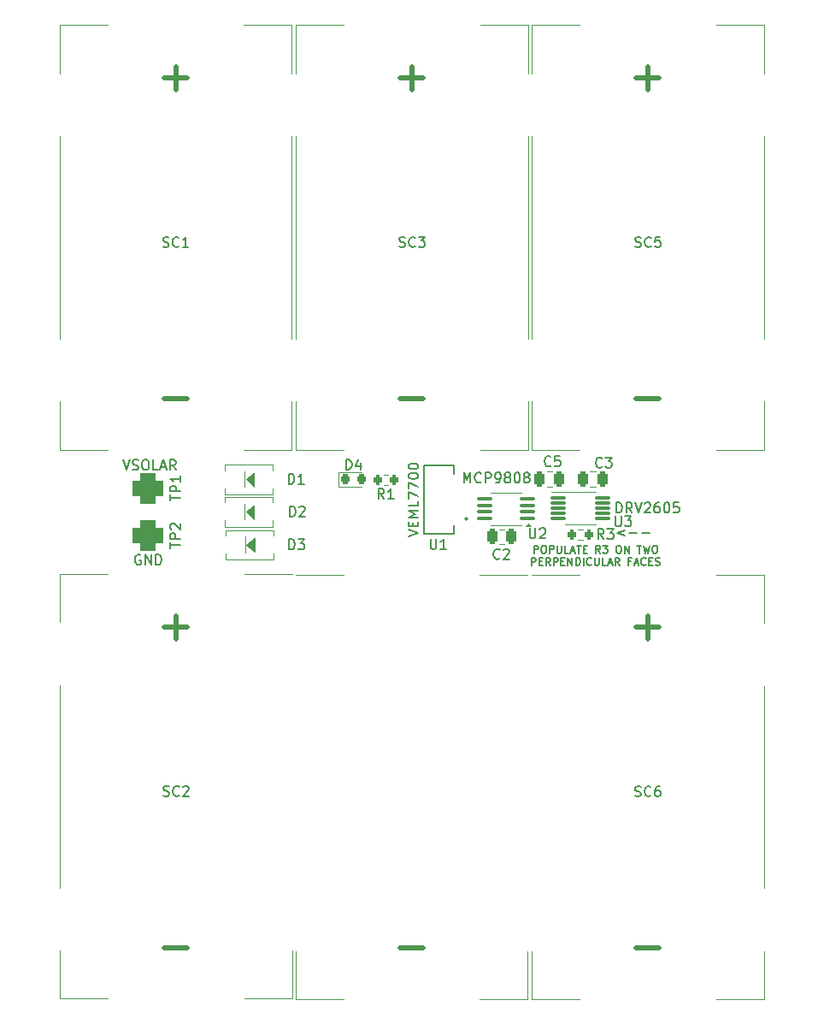
<source format=gbr>
%TF.GenerationSoftware,KiCad,Pcbnew,9.0.0*%
%TF.CreationDate,2025-04-09T20:41:04-07:00*%
%TF.ProjectId,xy_faces_v2,78795f66-6163-4657-935f-76322e6b6963,3.0*%
%TF.SameCoordinates,Original*%
%TF.FileFunction,Legend,Top*%
%TF.FilePolarity,Positive*%
%FSLAX46Y46*%
G04 Gerber Fmt 4.6, Leading zero omitted, Abs format (unit mm)*
G04 Created by KiCad (PCBNEW 9.0.0) date 2025-04-09 20:41:04*
%MOMM*%
%LPD*%
G01*
G04 APERTURE LIST*
G04 Aperture macros list*
%AMRoundRect*
0 Rectangle with rounded corners*
0 $1 Rounding radius*
0 $2 $3 $4 $5 $6 $7 $8 $9 X,Y pos of 4 corners*
0 Add a 4 corners polygon primitive as box body*
4,1,4,$2,$3,$4,$5,$6,$7,$8,$9,$2,$3,0*
0 Add four circle primitives for the rounded corners*
1,1,$1+$1,$2,$3*
1,1,$1+$1,$4,$5*
1,1,$1+$1,$6,$7*
1,1,$1+$1,$8,$9*
0 Add four rect primitives between the rounded corners*
20,1,$1+$1,$2,$3,$4,$5,0*
20,1,$1+$1,$4,$5,$6,$7,0*
20,1,$1+$1,$6,$7,$8,$9,0*
20,1,$1+$1,$8,$9,$2,$3,0*%
G04 Aperture macros list end*
%ADD10C,0.150000*%
%ADD11C,0.500000*%
%ADD12C,0.120000*%
%ADD13C,0.100000*%
%ADD14C,0.127000*%
%ADD15C,0.200000*%
%ADD16C,0.250000*%
%ADD17C,0.000000*%
%ADD18C,5.250000*%
%ADD19RoundRect,0.100000X0.687500X0.100000X-0.687500X0.100000X-0.687500X-0.100000X0.687500X-0.100000X0*%
%ADD20R,1.500000X1.800000*%
%ADD21R,13.000000X3.000000*%
%ADD22RoundRect,0.750000X0.750000X-0.750000X0.750000X0.750000X-0.750000X0.750000X-0.750000X-0.750000X0*%
%ADD23R,2.500000X1.700000*%
%ADD24RoundRect,0.250000X-0.250000X-0.475000X0.250000X-0.475000X0.250000X0.475000X-0.250000X0.475000X0*%
%ADD25RoundRect,0.250000X0.250000X0.475000X-0.250000X0.475000X-0.250000X-0.475000X0.250000X-0.475000X0*%
%ADD26R,1.600000X0.700000*%
%ADD27RoundRect,0.200000X0.200000X0.275000X-0.200000X0.275000X-0.200000X-0.275000X0.200000X-0.275000X0*%
%ADD28RoundRect,0.218750X-0.218750X-0.256250X0.218750X-0.256250X0.218750X0.256250X-0.218750X0.256250X0*%
%ADD29RoundRect,0.075000X-0.650000X-0.075000X0.650000X-0.075000X0.650000X0.075000X-0.650000X0.075000X0*%
G04 APERTURE END LIST*
D10*
X117598095Y-119012438D02*
X117502857Y-118964819D01*
X117502857Y-118964819D02*
X117360000Y-118964819D01*
X117360000Y-118964819D02*
X117217143Y-119012438D01*
X117217143Y-119012438D02*
X117121905Y-119107676D01*
X117121905Y-119107676D02*
X117074286Y-119202914D01*
X117074286Y-119202914D02*
X117026667Y-119393390D01*
X117026667Y-119393390D02*
X117026667Y-119536247D01*
X117026667Y-119536247D02*
X117074286Y-119726723D01*
X117074286Y-119726723D02*
X117121905Y-119821961D01*
X117121905Y-119821961D02*
X117217143Y-119917200D01*
X117217143Y-119917200D02*
X117360000Y-119964819D01*
X117360000Y-119964819D02*
X117455238Y-119964819D01*
X117455238Y-119964819D02*
X117598095Y-119917200D01*
X117598095Y-119917200D02*
X117645714Y-119869580D01*
X117645714Y-119869580D02*
X117645714Y-119536247D01*
X117645714Y-119536247D02*
X117455238Y-119536247D01*
X118074286Y-119964819D02*
X118074286Y-118964819D01*
X118074286Y-118964819D02*
X118645714Y-119964819D01*
X118645714Y-119964819D02*
X118645714Y-118964819D01*
X119121905Y-119964819D02*
X119121905Y-118964819D01*
X119121905Y-118964819D02*
X119360000Y-118964819D01*
X119360000Y-118964819D02*
X119502857Y-119012438D01*
X119502857Y-119012438D02*
X119598095Y-119107676D01*
X119598095Y-119107676D02*
X119645714Y-119202914D01*
X119645714Y-119202914D02*
X119693333Y-119393390D01*
X119693333Y-119393390D02*
X119693333Y-119536247D01*
X119693333Y-119536247D02*
X119645714Y-119726723D01*
X119645714Y-119726723D02*
X119598095Y-119821961D01*
X119598095Y-119821961D02*
X119502857Y-119917200D01*
X119502857Y-119917200D02*
X119360000Y-119964819D01*
X119360000Y-119964819D02*
X119121905Y-119964819D01*
X149621905Y-111854819D02*
X149621905Y-110854819D01*
X149621905Y-110854819D02*
X149955238Y-111569104D01*
X149955238Y-111569104D02*
X150288571Y-110854819D01*
X150288571Y-110854819D02*
X150288571Y-111854819D01*
X151336190Y-111759580D02*
X151288571Y-111807200D01*
X151288571Y-111807200D02*
X151145714Y-111854819D01*
X151145714Y-111854819D02*
X151050476Y-111854819D01*
X151050476Y-111854819D02*
X150907619Y-111807200D01*
X150907619Y-111807200D02*
X150812381Y-111711961D01*
X150812381Y-111711961D02*
X150764762Y-111616723D01*
X150764762Y-111616723D02*
X150717143Y-111426247D01*
X150717143Y-111426247D02*
X150717143Y-111283390D01*
X150717143Y-111283390D02*
X150764762Y-111092914D01*
X150764762Y-111092914D02*
X150812381Y-110997676D01*
X150812381Y-110997676D02*
X150907619Y-110902438D01*
X150907619Y-110902438D02*
X151050476Y-110854819D01*
X151050476Y-110854819D02*
X151145714Y-110854819D01*
X151145714Y-110854819D02*
X151288571Y-110902438D01*
X151288571Y-110902438D02*
X151336190Y-110950057D01*
X151764762Y-111854819D02*
X151764762Y-110854819D01*
X151764762Y-110854819D02*
X152145714Y-110854819D01*
X152145714Y-110854819D02*
X152240952Y-110902438D01*
X152240952Y-110902438D02*
X152288571Y-110950057D01*
X152288571Y-110950057D02*
X152336190Y-111045295D01*
X152336190Y-111045295D02*
X152336190Y-111188152D01*
X152336190Y-111188152D02*
X152288571Y-111283390D01*
X152288571Y-111283390D02*
X152240952Y-111331009D01*
X152240952Y-111331009D02*
X152145714Y-111378628D01*
X152145714Y-111378628D02*
X151764762Y-111378628D01*
X152812381Y-111854819D02*
X153002857Y-111854819D01*
X153002857Y-111854819D02*
X153098095Y-111807200D01*
X153098095Y-111807200D02*
X153145714Y-111759580D01*
X153145714Y-111759580D02*
X153240952Y-111616723D01*
X153240952Y-111616723D02*
X153288571Y-111426247D01*
X153288571Y-111426247D02*
X153288571Y-111045295D01*
X153288571Y-111045295D02*
X153240952Y-110950057D01*
X153240952Y-110950057D02*
X153193333Y-110902438D01*
X153193333Y-110902438D02*
X153098095Y-110854819D01*
X153098095Y-110854819D02*
X152907619Y-110854819D01*
X152907619Y-110854819D02*
X152812381Y-110902438D01*
X152812381Y-110902438D02*
X152764762Y-110950057D01*
X152764762Y-110950057D02*
X152717143Y-111045295D01*
X152717143Y-111045295D02*
X152717143Y-111283390D01*
X152717143Y-111283390D02*
X152764762Y-111378628D01*
X152764762Y-111378628D02*
X152812381Y-111426247D01*
X152812381Y-111426247D02*
X152907619Y-111473866D01*
X152907619Y-111473866D02*
X153098095Y-111473866D01*
X153098095Y-111473866D02*
X153193333Y-111426247D01*
X153193333Y-111426247D02*
X153240952Y-111378628D01*
X153240952Y-111378628D02*
X153288571Y-111283390D01*
X153860000Y-111283390D02*
X153764762Y-111235771D01*
X153764762Y-111235771D02*
X153717143Y-111188152D01*
X153717143Y-111188152D02*
X153669524Y-111092914D01*
X153669524Y-111092914D02*
X153669524Y-111045295D01*
X153669524Y-111045295D02*
X153717143Y-110950057D01*
X153717143Y-110950057D02*
X153764762Y-110902438D01*
X153764762Y-110902438D02*
X153860000Y-110854819D01*
X153860000Y-110854819D02*
X154050476Y-110854819D01*
X154050476Y-110854819D02*
X154145714Y-110902438D01*
X154145714Y-110902438D02*
X154193333Y-110950057D01*
X154193333Y-110950057D02*
X154240952Y-111045295D01*
X154240952Y-111045295D02*
X154240952Y-111092914D01*
X154240952Y-111092914D02*
X154193333Y-111188152D01*
X154193333Y-111188152D02*
X154145714Y-111235771D01*
X154145714Y-111235771D02*
X154050476Y-111283390D01*
X154050476Y-111283390D02*
X153860000Y-111283390D01*
X153860000Y-111283390D02*
X153764762Y-111331009D01*
X153764762Y-111331009D02*
X153717143Y-111378628D01*
X153717143Y-111378628D02*
X153669524Y-111473866D01*
X153669524Y-111473866D02*
X153669524Y-111664342D01*
X153669524Y-111664342D02*
X153717143Y-111759580D01*
X153717143Y-111759580D02*
X153764762Y-111807200D01*
X153764762Y-111807200D02*
X153860000Y-111854819D01*
X153860000Y-111854819D02*
X154050476Y-111854819D01*
X154050476Y-111854819D02*
X154145714Y-111807200D01*
X154145714Y-111807200D02*
X154193333Y-111759580D01*
X154193333Y-111759580D02*
X154240952Y-111664342D01*
X154240952Y-111664342D02*
X154240952Y-111473866D01*
X154240952Y-111473866D02*
X154193333Y-111378628D01*
X154193333Y-111378628D02*
X154145714Y-111331009D01*
X154145714Y-111331009D02*
X154050476Y-111283390D01*
X154860000Y-110854819D02*
X154955238Y-110854819D01*
X154955238Y-110854819D02*
X155050476Y-110902438D01*
X155050476Y-110902438D02*
X155098095Y-110950057D01*
X155098095Y-110950057D02*
X155145714Y-111045295D01*
X155145714Y-111045295D02*
X155193333Y-111235771D01*
X155193333Y-111235771D02*
X155193333Y-111473866D01*
X155193333Y-111473866D02*
X155145714Y-111664342D01*
X155145714Y-111664342D02*
X155098095Y-111759580D01*
X155098095Y-111759580D02*
X155050476Y-111807200D01*
X155050476Y-111807200D02*
X154955238Y-111854819D01*
X154955238Y-111854819D02*
X154860000Y-111854819D01*
X154860000Y-111854819D02*
X154764762Y-111807200D01*
X154764762Y-111807200D02*
X154717143Y-111759580D01*
X154717143Y-111759580D02*
X154669524Y-111664342D01*
X154669524Y-111664342D02*
X154621905Y-111473866D01*
X154621905Y-111473866D02*
X154621905Y-111235771D01*
X154621905Y-111235771D02*
X154669524Y-111045295D01*
X154669524Y-111045295D02*
X154717143Y-110950057D01*
X154717143Y-110950057D02*
X154764762Y-110902438D01*
X154764762Y-110902438D02*
X154860000Y-110854819D01*
X155764762Y-111283390D02*
X155669524Y-111235771D01*
X155669524Y-111235771D02*
X155621905Y-111188152D01*
X155621905Y-111188152D02*
X155574286Y-111092914D01*
X155574286Y-111092914D02*
X155574286Y-111045295D01*
X155574286Y-111045295D02*
X155621905Y-110950057D01*
X155621905Y-110950057D02*
X155669524Y-110902438D01*
X155669524Y-110902438D02*
X155764762Y-110854819D01*
X155764762Y-110854819D02*
X155955238Y-110854819D01*
X155955238Y-110854819D02*
X156050476Y-110902438D01*
X156050476Y-110902438D02*
X156098095Y-110950057D01*
X156098095Y-110950057D02*
X156145714Y-111045295D01*
X156145714Y-111045295D02*
X156145714Y-111092914D01*
X156145714Y-111092914D02*
X156098095Y-111188152D01*
X156098095Y-111188152D02*
X156050476Y-111235771D01*
X156050476Y-111235771D02*
X155955238Y-111283390D01*
X155955238Y-111283390D02*
X155764762Y-111283390D01*
X155764762Y-111283390D02*
X155669524Y-111331009D01*
X155669524Y-111331009D02*
X155621905Y-111378628D01*
X155621905Y-111378628D02*
X155574286Y-111473866D01*
X155574286Y-111473866D02*
X155574286Y-111664342D01*
X155574286Y-111664342D02*
X155621905Y-111759580D01*
X155621905Y-111759580D02*
X155669524Y-111807200D01*
X155669524Y-111807200D02*
X155764762Y-111854819D01*
X155764762Y-111854819D02*
X155955238Y-111854819D01*
X155955238Y-111854819D02*
X156050476Y-111807200D01*
X156050476Y-111807200D02*
X156098095Y-111759580D01*
X156098095Y-111759580D02*
X156145714Y-111664342D01*
X156145714Y-111664342D02*
X156145714Y-111473866D01*
X156145714Y-111473866D02*
X156098095Y-111378628D01*
X156098095Y-111378628D02*
X156050476Y-111331009D01*
X156050476Y-111331009D02*
X155955238Y-111283390D01*
X165552858Y-116548152D02*
X164790953Y-116833866D01*
X164790953Y-116833866D02*
X165552858Y-117119580D01*
X166029048Y-116833866D02*
X166790953Y-116833866D01*
X167267143Y-116833866D02*
X168029048Y-116833866D01*
X144114819Y-117176666D02*
X145114819Y-116843333D01*
X145114819Y-116843333D02*
X144114819Y-116510000D01*
X144591009Y-116176666D02*
X144591009Y-115843333D01*
X145114819Y-115700476D02*
X145114819Y-116176666D01*
X145114819Y-116176666D02*
X144114819Y-116176666D01*
X144114819Y-116176666D02*
X144114819Y-115700476D01*
X145114819Y-115271904D02*
X144114819Y-115271904D01*
X144114819Y-115271904D02*
X144829104Y-114938571D01*
X144829104Y-114938571D02*
X144114819Y-114605238D01*
X144114819Y-114605238D02*
X145114819Y-114605238D01*
X145114819Y-113652857D02*
X145114819Y-114129047D01*
X145114819Y-114129047D02*
X144114819Y-114129047D01*
X144114819Y-113414761D02*
X144114819Y-112748095D01*
X144114819Y-112748095D02*
X145114819Y-113176666D01*
X144114819Y-112462380D02*
X144114819Y-111795714D01*
X144114819Y-111795714D02*
X145114819Y-112224285D01*
X144114819Y-111224285D02*
X144114819Y-111129047D01*
X144114819Y-111129047D02*
X144162438Y-111033809D01*
X144162438Y-111033809D02*
X144210057Y-110986190D01*
X144210057Y-110986190D02*
X144305295Y-110938571D01*
X144305295Y-110938571D02*
X144495771Y-110890952D01*
X144495771Y-110890952D02*
X144733866Y-110890952D01*
X144733866Y-110890952D02*
X144924342Y-110938571D01*
X144924342Y-110938571D02*
X145019580Y-110986190D01*
X145019580Y-110986190D02*
X145067200Y-111033809D01*
X145067200Y-111033809D02*
X145114819Y-111129047D01*
X145114819Y-111129047D02*
X145114819Y-111224285D01*
X145114819Y-111224285D02*
X145067200Y-111319523D01*
X145067200Y-111319523D02*
X145019580Y-111367142D01*
X145019580Y-111367142D02*
X144924342Y-111414761D01*
X144924342Y-111414761D02*
X144733866Y-111462380D01*
X144733866Y-111462380D02*
X144495771Y-111462380D01*
X144495771Y-111462380D02*
X144305295Y-111414761D01*
X144305295Y-111414761D02*
X144210057Y-111367142D01*
X144210057Y-111367142D02*
X144162438Y-111319523D01*
X144162438Y-111319523D02*
X144114819Y-111224285D01*
X144114819Y-110271904D02*
X144114819Y-110176666D01*
X144114819Y-110176666D02*
X144162438Y-110081428D01*
X144162438Y-110081428D02*
X144210057Y-110033809D01*
X144210057Y-110033809D02*
X144305295Y-109986190D01*
X144305295Y-109986190D02*
X144495771Y-109938571D01*
X144495771Y-109938571D02*
X144733866Y-109938571D01*
X144733866Y-109938571D02*
X144924342Y-109986190D01*
X144924342Y-109986190D02*
X145019580Y-110033809D01*
X145019580Y-110033809D02*
X145067200Y-110081428D01*
X145067200Y-110081428D02*
X145114819Y-110176666D01*
X145114819Y-110176666D02*
X145114819Y-110271904D01*
X145114819Y-110271904D02*
X145067200Y-110367142D01*
X145067200Y-110367142D02*
X145019580Y-110414761D01*
X145019580Y-110414761D02*
X144924342Y-110462380D01*
X144924342Y-110462380D02*
X144733866Y-110509999D01*
X144733866Y-110509999D02*
X144495771Y-110509999D01*
X144495771Y-110509999D02*
X144305295Y-110462380D01*
X144305295Y-110462380D02*
X144210057Y-110414761D01*
X144210057Y-110414761D02*
X144162438Y-110367142D01*
X144162438Y-110367142D02*
X144114819Y-110271904D01*
X164724762Y-114814819D02*
X164724762Y-113814819D01*
X164724762Y-113814819D02*
X164962857Y-113814819D01*
X164962857Y-113814819D02*
X165105714Y-113862438D01*
X165105714Y-113862438D02*
X165200952Y-113957676D01*
X165200952Y-113957676D02*
X165248571Y-114052914D01*
X165248571Y-114052914D02*
X165296190Y-114243390D01*
X165296190Y-114243390D02*
X165296190Y-114386247D01*
X165296190Y-114386247D02*
X165248571Y-114576723D01*
X165248571Y-114576723D02*
X165200952Y-114671961D01*
X165200952Y-114671961D02*
X165105714Y-114767200D01*
X165105714Y-114767200D02*
X164962857Y-114814819D01*
X164962857Y-114814819D02*
X164724762Y-114814819D01*
X166296190Y-114814819D02*
X165962857Y-114338628D01*
X165724762Y-114814819D02*
X165724762Y-113814819D01*
X165724762Y-113814819D02*
X166105714Y-113814819D01*
X166105714Y-113814819D02*
X166200952Y-113862438D01*
X166200952Y-113862438D02*
X166248571Y-113910057D01*
X166248571Y-113910057D02*
X166296190Y-114005295D01*
X166296190Y-114005295D02*
X166296190Y-114148152D01*
X166296190Y-114148152D02*
X166248571Y-114243390D01*
X166248571Y-114243390D02*
X166200952Y-114291009D01*
X166200952Y-114291009D02*
X166105714Y-114338628D01*
X166105714Y-114338628D02*
X165724762Y-114338628D01*
X166581905Y-113814819D02*
X166915238Y-114814819D01*
X166915238Y-114814819D02*
X167248571Y-113814819D01*
X167534286Y-113910057D02*
X167581905Y-113862438D01*
X167581905Y-113862438D02*
X167677143Y-113814819D01*
X167677143Y-113814819D02*
X167915238Y-113814819D01*
X167915238Y-113814819D02*
X168010476Y-113862438D01*
X168010476Y-113862438D02*
X168058095Y-113910057D01*
X168058095Y-113910057D02*
X168105714Y-114005295D01*
X168105714Y-114005295D02*
X168105714Y-114100533D01*
X168105714Y-114100533D02*
X168058095Y-114243390D01*
X168058095Y-114243390D02*
X167486667Y-114814819D01*
X167486667Y-114814819D02*
X168105714Y-114814819D01*
X168962857Y-113814819D02*
X168772381Y-113814819D01*
X168772381Y-113814819D02*
X168677143Y-113862438D01*
X168677143Y-113862438D02*
X168629524Y-113910057D01*
X168629524Y-113910057D02*
X168534286Y-114052914D01*
X168534286Y-114052914D02*
X168486667Y-114243390D01*
X168486667Y-114243390D02*
X168486667Y-114624342D01*
X168486667Y-114624342D02*
X168534286Y-114719580D01*
X168534286Y-114719580D02*
X168581905Y-114767200D01*
X168581905Y-114767200D02*
X168677143Y-114814819D01*
X168677143Y-114814819D02*
X168867619Y-114814819D01*
X168867619Y-114814819D02*
X168962857Y-114767200D01*
X168962857Y-114767200D02*
X169010476Y-114719580D01*
X169010476Y-114719580D02*
X169058095Y-114624342D01*
X169058095Y-114624342D02*
X169058095Y-114386247D01*
X169058095Y-114386247D02*
X169010476Y-114291009D01*
X169010476Y-114291009D02*
X168962857Y-114243390D01*
X168962857Y-114243390D02*
X168867619Y-114195771D01*
X168867619Y-114195771D02*
X168677143Y-114195771D01*
X168677143Y-114195771D02*
X168581905Y-114243390D01*
X168581905Y-114243390D02*
X168534286Y-114291009D01*
X168534286Y-114291009D02*
X168486667Y-114386247D01*
X169677143Y-113814819D02*
X169772381Y-113814819D01*
X169772381Y-113814819D02*
X169867619Y-113862438D01*
X169867619Y-113862438D02*
X169915238Y-113910057D01*
X169915238Y-113910057D02*
X169962857Y-114005295D01*
X169962857Y-114005295D02*
X170010476Y-114195771D01*
X170010476Y-114195771D02*
X170010476Y-114433866D01*
X170010476Y-114433866D02*
X169962857Y-114624342D01*
X169962857Y-114624342D02*
X169915238Y-114719580D01*
X169915238Y-114719580D02*
X169867619Y-114767200D01*
X169867619Y-114767200D02*
X169772381Y-114814819D01*
X169772381Y-114814819D02*
X169677143Y-114814819D01*
X169677143Y-114814819D02*
X169581905Y-114767200D01*
X169581905Y-114767200D02*
X169534286Y-114719580D01*
X169534286Y-114719580D02*
X169486667Y-114624342D01*
X169486667Y-114624342D02*
X169439048Y-114433866D01*
X169439048Y-114433866D02*
X169439048Y-114195771D01*
X169439048Y-114195771D02*
X169486667Y-114005295D01*
X169486667Y-114005295D02*
X169534286Y-113910057D01*
X169534286Y-113910057D02*
X169581905Y-113862438D01*
X169581905Y-113862438D02*
X169677143Y-113814819D01*
X170915238Y-113814819D02*
X170439048Y-113814819D01*
X170439048Y-113814819D02*
X170391429Y-114291009D01*
X170391429Y-114291009D02*
X170439048Y-114243390D01*
X170439048Y-114243390D02*
X170534286Y-114195771D01*
X170534286Y-114195771D02*
X170772381Y-114195771D01*
X170772381Y-114195771D02*
X170867619Y-114243390D01*
X170867619Y-114243390D02*
X170915238Y-114291009D01*
X170915238Y-114291009D02*
X170962857Y-114386247D01*
X170962857Y-114386247D02*
X170962857Y-114624342D01*
X170962857Y-114624342D02*
X170915238Y-114719580D01*
X170915238Y-114719580D02*
X170867619Y-114767200D01*
X170867619Y-114767200D02*
X170772381Y-114814819D01*
X170772381Y-114814819D02*
X170534286Y-114814819D01*
X170534286Y-114814819D02*
X170439048Y-114767200D01*
X170439048Y-114767200D02*
X170391429Y-114719580D01*
X156580714Y-118815435D02*
X156580714Y-118065435D01*
X156580714Y-118065435D02*
X156866428Y-118065435D01*
X156866428Y-118065435D02*
X156937857Y-118101149D01*
X156937857Y-118101149D02*
X156973571Y-118136863D01*
X156973571Y-118136863D02*
X157009285Y-118208292D01*
X157009285Y-118208292D02*
X157009285Y-118315435D01*
X157009285Y-118315435D02*
X156973571Y-118386863D01*
X156973571Y-118386863D02*
X156937857Y-118422578D01*
X156937857Y-118422578D02*
X156866428Y-118458292D01*
X156866428Y-118458292D02*
X156580714Y-118458292D01*
X157473571Y-118065435D02*
X157616428Y-118065435D01*
X157616428Y-118065435D02*
X157687857Y-118101149D01*
X157687857Y-118101149D02*
X157759285Y-118172578D01*
X157759285Y-118172578D02*
X157795000Y-118315435D01*
X157795000Y-118315435D02*
X157795000Y-118565435D01*
X157795000Y-118565435D02*
X157759285Y-118708292D01*
X157759285Y-118708292D02*
X157687857Y-118779721D01*
X157687857Y-118779721D02*
X157616428Y-118815435D01*
X157616428Y-118815435D02*
X157473571Y-118815435D01*
X157473571Y-118815435D02*
X157402143Y-118779721D01*
X157402143Y-118779721D02*
X157330714Y-118708292D01*
X157330714Y-118708292D02*
X157295000Y-118565435D01*
X157295000Y-118565435D02*
X157295000Y-118315435D01*
X157295000Y-118315435D02*
X157330714Y-118172578D01*
X157330714Y-118172578D02*
X157402143Y-118101149D01*
X157402143Y-118101149D02*
X157473571Y-118065435D01*
X158116428Y-118815435D02*
X158116428Y-118065435D01*
X158116428Y-118065435D02*
X158402142Y-118065435D01*
X158402142Y-118065435D02*
X158473571Y-118101149D01*
X158473571Y-118101149D02*
X158509285Y-118136863D01*
X158509285Y-118136863D02*
X158544999Y-118208292D01*
X158544999Y-118208292D02*
X158544999Y-118315435D01*
X158544999Y-118315435D02*
X158509285Y-118386863D01*
X158509285Y-118386863D02*
X158473571Y-118422578D01*
X158473571Y-118422578D02*
X158402142Y-118458292D01*
X158402142Y-118458292D02*
X158116428Y-118458292D01*
X158866428Y-118065435D02*
X158866428Y-118672578D01*
X158866428Y-118672578D02*
X158902142Y-118744006D01*
X158902142Y-118744006D02*
X158937857Y-118779721D01*
X158937857Y-118779721D02*
X159009285Y-118815435D01*
X159009285Y-118815435D02*
X159152142Y-118815435D01*
X159152142Y-118815435D02*
X159223571Y-118779721D01*
X159223571Y-118779721D02*
X159259285Y-118744006D01*
X159259285Y-118744006D02*
X159294999Y-118672578D01*
X159294999Y-118672578D02*
X159294999Y-118065435D01*
X160009285Y-118815435D02*
X159652142Y-118815435D01*
X159652142Y-118815435D02*
X159652142Y-118065435D01*
X160223571Y-118601149D02*
X160580714Y-118601149D01*
X160152142Y-118815435D02*
X160402142Y-118065435D01*
X160402142Y-118065435D02*
X160652142Y-118815435D01*
X160794999Y-118065435D02*
X161223571Y-118065435D01*
X161009285Y-118815435D02*
X161009285Y-118065435D01*
X161473571Y-118422578D02*
X161723571Y-118422578D01*
X161830714Y-118815435D02*
X161473571Y-118815435D01*
X161473571Y-118815435D02*
X161473571Y-118065435D01*
X161473571Y-118065435D02*
X161830714Y-118065435D01*
X163152142Y-118815435D02*
X162902142Y-118458292D01*
X162723571Y-118815435D02*
X162723571Y-118065435D01*
X162723571Y-118065435D02*
X163009285Y-118065435D01*
X163009285Y-118065435D02*
X163080714Y-118101149D01*
X163080714Y-118101149D02*
X163116428Y-118136863D01*
X163116428Y-118136863D02*
X163152142Y-118208292D01*
X163152142Y-118208292D02*
X163152142Y-118315435D01*
X163152142Y-118315435D02*
X163116428Y-118386863D01*
X163116428Y-118386863D02*
X163080714Y-118422578D01*
X163080714Y-118422578D02*
X163009285Y-118458292D01*
X163009285Y-118458292D02*
X162723571Y-118458292D01*
X163402142Y-118065435D02*
X163866428Y-118065435D01*
X163866428Y-118065435D02*
X163616428Y-118351149D01*
X163616428Y-118351149D02*
X163723571Y-118351149D01*
X163723571Y-118351149D02*
X163795000Y-118386863D01*
X163795000Y-118386863D02*
X163830714Y-118422578D01*
X163830714Y-118422578D02*
X163866428Y-118494006D01*
X163866428Y-118494006D02*
X163866428Y-118672578D01*
X163866428Y-118672578D02*
X163830714Y-118744006D01*
X163830714Y-118744006D02*
X163795000Y-118779721D01*
X163795000Y-118779721D02*
X163723571Y-118815435D01*
X163723571Y-118815435D02*
X163509285Y-118815435D01*
X163509285Y-118815435D02*
X163437857Y-118779721D01*
X163437857Y-118779721D02*
X163402142Y-118744006D01*
X164902143Y-118065435D02*
X165045000Y-118065435D01*
X165045000Y-118065435D02*
X165116429Y-118101149D01*
X165116429Y-118101149D02*
X165187857Y-118172578D01*
X165187857Y-118172578D02*
X165223572Y-118315435D01*
X165223572Y-118315435D02*
X165223572Y-118565435D01*
X165223572Y-118565435D02*
X165187857Y-118708292D01*
X165187857Y-118708292D02*
X165116429Y-118779721D01*
X165116429Y-118779721D02*
X165045000Y-118815435D01*
X165045000Y-118815435D02*
X164902143Y-118815435D01*
X164902143Y-118815435D02*
X164830715Y-118779721D01*
X164830715Y-118779721D02*
X164759286Y-118708292D01*
X164759286Y-118708292D02*
X164723572Y-118565435D01*
X164723572Y-118565435D02*
X164723572Y-118315435D01*
X164723572Y-118315435D02*
X164759286Y-118172578D01*
X164759286Y-118172578D02*
X164830715Y-118101149D01*
X164830715Y-118101149D02*
X164902143Y-118065435D01*
X165545000Y-118815435D02*
X165545000Y-118065435D01*
X165545000Y-118065435D02*
X165973571Y-118815435D01*
X165973571Y-118815435D02*
X165973571Y-118065435D01*
X166795000Y-118065435D02*
X167223572Y-118065435D01*
X167009286Y-118815435D02*
X167009286Y-118065435D01*
X167402143Y-118065435D02*
X167580715Y-118815435D01*
X167580715Y-118815435D02*
X167723572Y-118279721D01*
X167723572Y-118279721D02*
X167866429Y-118815435D01*
X167866429Y-118815435D02*
X168045001Y-118065435D01*
X168473572Y-118065435D02*
X168616429Y-118065435D01*
X168616429Y-118065435D02*
X168687858Y-118101149D01*
X168687858Y-118101149D02*
X168759286Y-118172578D01*
X168759286Y-118172578D02*
X168795001Y-118315435D01*
X168795001Y-118315435D02*
X168795001Y-118565435D01*
X168795001Y-118565435D02*
X168759286Y-118708292D01*
X168759286Y-118708292D02*
X168687858Y-118779721D01*
X168687858Y-118779721D02*
X168616429Y-118815435D01*
X168616429Y-118815435D02*
X168473572Y-118815435D01*
X168473572Y-118815435D02*
X168402144Y-118779721D01*
X168402144Y-118779721D02*
X168330715Y-118708292D01*
X168330715Y-118708292D02*
X168295001Y-118565435D01*
X168295001Y-118565435D02*
X168295001Y-118315435D01*
X168295001Y-118315435D02*
X168330715Y-118172578D01*
X168330715Y-118172578D02*
X168402144Y-118101149D01*
X168402144Y-118101149D02*
X168473572Y-118065435D01*
X156330715Y-120022893D02*
X156330715Y-119272893D01*
X156330715Y-119272893D02*
X156616429Y-119272893D01*
X156616429Y-119272893D02*
X156687858Y-119308607D01*
X156687858Y-119308607D02*
X156723572Y-119344321D01*
X156723572Y-119344321D02*
X156759286Y-119415750D01*
X156759286Y-119415750D02*
X156759286Y-119522893D01*
X156759286Y-119522893D02*
X156723572Y-119594321D01*
X156723572Y-119594321D02*
X156687858Y-119630036D01*
X156687858Y-119630036D02*
X156616429Y-119665750D01*
X156616429Y-119665750D02*
X156330715Y-119665750D01*
X157080715Y-119630036D02*
X157330715Y-119630036D01*
X157437858Y-120022893D02*
X157080715Y-120022893D01*
X157080715Y-120022893D02*
X157080715Y-119272893D01*
X157080715Y-119272893D02*
X157437858Y-119272893D01*
X158187857Y-120022893D02*
X157937857Y-119665750D01*
X157759286Y-120022893D02*
X157759286Y-119272893D01*
X157759286Y-119272893D02*
X158045000Y-119272893D01*
X158045000Y-119272893D02*
X158116429Y-119308607D01*
X158116429Y-119308607D02*
X158152143Y-119344321D01*
X158152143Y-119344321D02*
X158187857Y-119415750D01*
X158187857Y-119415750D02*
X158187857Y-119522893D01*
X158187857Y-119522893D02*
X158152143Y-119594321D01*
X158152143Y-119594321D02*
X158116429Y-119630036D01*
X158116429Y-119630036D02*
X158045000Y-119665750D01*
X158045000Y-119665750D02*
X157759286Y-119665750D01*
X158509286Y-120022893D02*
X158509286Y-119272893D01*
X158509286Y-119272893D02*
X158795000Y-119272893D01*
X158795000Y-119272893D02*
X158866429Y-119308607D01*
X158866429Y-119308607D02*
X158902143Y-119344321D01*
X158902143Y-119344321D02*
X158937857Y-119415750D01*
X158937857Y-119415750D02*
X158937857Y-119522893D01*
X158937857Y-119522893D02*
X158902143Y-119594321D01*
X158902143Y-119594321D02*
X158866429Y-119630036D01*
X158866429Y-119630036D02*
X158795000Y-119665750D01*
X158795000Y-119665750D02*
X158509286Y-119665750D01*
X159259286Y-119630036D02*
X159509286Y-119630036D01*
X159616429Y-120022893D02*
X159259286Y-120022893D01*
X159259286Y-120022893D02*
X159259286Y-119272893D01*
X159259286Y-119272893D02*
X159616429Y-119272893D01*
X159937857Y-120022893D02*
X159937857Y-119272893D01*
X159937857Y-119272893D02*
X160366428Y-120022893D01*
X160366428Y-120022893D02*
X160366428Y-119272893D01*
X160723571Y-120022893D02*
X160723571Y-119272893D01*
X160723571Y-119272893D02*
X160902142Y-119272893D01*
X160902142Y-119272893D02*
X161009285Y-119308607D01*
X161009285Y-119308607D02*
X161080714Y-119380036D01*
X161080714Y-119380036D02*
X161116428Y-119451464D01*
X161116428Y-119451464D02*
X161152142Y-119594321D01*
X161152142Y-119594321D02*
X161152142Y-119701464D01*
X161152142Y-119701464D02*
X161116428Y-119844321D01*
X161116428Y-119844321D02*
X161080714Y-119915750D01*
X161080714Y-119915750D02*
X161009285Y-119987179D01*
X161009285Y-119987179D02*
X160902142Y-120022893D01*
X160902142Y-120022893D02*
X160723571Y-120022893D01*
X161473571Y-120022893D02*
X161473571Y-119272893D01*
X162259285Y-119951464D02*
X162223571Y-119987179D01*
X162223571Y-119987179D02*
X162116428Y-120022893D01*
X162116428Y-120022893D02*
X162045000Y-120022893D01*
X162045000Y-120022893D02*
X161937857Y-119987179D01*
X161937857Y-119987179D02*
X161866428Y-119915750D01*
X161866428Y-119915750D02*
X161830714Y-119844321D01*
X161830714Y-119844321D02*
X161795000Y-119701464D01*
X161795000Y-119701464D02*
X161795000Y-119594321D01*
X161795000Y-119594321D02*
X161830714Y-119451464D01*
X161830714Y-119451464D02*
X161866428Y-119380036D01*
X161866428Y-119380036D02*
X161937857Y-119308607D01*
X161937857Y-119308607D02*
X162045000Y-119272893D01*
X162045000Y-119272893D02*
X162116428Y-119272893D01*
X162116428Y-119272893D02*
X162223571Y-119308607D01*
X162223571Y-119308607D02*
X162259285Y-119344321D01*
X162580714Y-119272893D02*
X162580714Y-119880036D01*
X162580714Y-119880036D02*
X162616428Y-119951464D01*
X162616428Y-119951464D02*
X162652143Y-119987179D01*
X162652143Y-119987179D02*
X162723571Y-120022893D01*
X162723571Y-120022893D02*
X162866428Y-120022893D01*
X162866428Y-120022893D02*
X162937857Y-119987179D01*
X162937857Y-119987179D02*
X162973571Y-119951464D01*
X162973571Y-119951464D02*
X163009285Y-119880036D01*
X163009285Y-119880036D02*
X163009285Y-119272893D01*
X163723571Y-120022893D02*
X163366428Y-120022893D01*
X163366428Y-120022893D02*
X163366428Y-119272893D01*
X163937857Y-119808607D02*
X164295000Y-119808607D01*
X163866428Y-120022893D02*
X164116428Y-119272893D01*
X164116428Y-119272893D02*
X164366428Y-120022893D01*
X165044999Y-120022893D02*
X164794999Y-119665750D01*
X164616428Y-120022893D02*
X164616428Y-119272893D01*
X164616428Y-119272893D02*
X164902142Y-119272893D01*
X164902142Y-119272893D02*
X164973571Y-119308607D01*
X164973571Y-119308607D02*
X165009285Y-119344321D01*
X165009285Y-119344321D02*
X165044999Y-119415750D01*
X165044999Y-119415750D02*
X165044999Y-119522893D01*
X165044999Y-119522893D02*
X165009285Y-119594321D01*
X165009285Y-119594321D02*
X164973571Y-119630036D01*
X164973571Y-119630036D02*
X164902142Y-119665750D01*
X164902142Y-119665750D02*
X164616428Y-119665750D01*
X166187857Y-119630036D02*
X165937857Y-119630036D01*
X165937857Y-120022893D02*
X165937857Y-119272893D01*
X165937857Y-119272893D02*
X166295000Y-119272893D01*
X166545000Y-119808607D02*
X166902143Y-119808607D01*
X166473571Y-120022893D02*
X166723571Y-119272893D01*
X166723571Y-119272893D02*
X166973571Y-120022893D01*
X167652142Y-119951464D02*
X167616428Y-119987179D01*
X167616428Y-119987179D02*
X167509285Y-120022893D01*
X167509285Y-120022893D02*
X167437857Y-120022893D01*
X167437857Y-120022893D02*
X167330714Y-119987179D01*
X167330714Y-119987179D02*
X167259285Y-119915750D01*
X167259285Y-119915750D02*
X167223571Y-119844321D01*
X167223571Y-119844321D02*
X167187857Y-119701464D01*
X167187857Y-119701464D02*
X167187857Y-119594321D01*
X167187857Y-119594321D02*
X167223571Y-119451464D01*
X167223571Y-119451464D02*
X167259285Y-119380036D01*
X167259285Y-119380036D02*
X167330714Y-119308607D01*
X167330714Y-119308607D02*
X167437857Y-119272893D01*
X167437857Y-119272893D02*
X167509285Y-119272893D01*
X167509285Y-119272893D02*
X167616428Y-119308607D01*
X167616428Y-119308607D02*
X167652142Y-119344321D01*
X167973571Y-119630036D02*
X168223571Y-119630036D01*
X168330714Y-120022893D02*
X167973571Y-120022893D01*
X167973571Y-120022893D02*
X167973571Y-119272893D01*
X167973571Y-119272893D02*
X168330714Y-119272893D01*
X168616428Y-119987179D02*
X168723571Y-120022893D01*
X168723571Y-120022893D02*
X168902142Y-120022893D01*
X168902142Y-120022893D02*
X168973571Y-119987179D01*
X168973571Y-119987179D02*
X169009285Y-119951464D01*
X169009285Y-119951464D02*
X169044999Y-119880036D01*
X169044999Y-119880036D02*
X169044999Y-119808607D01*
X169044999Y-119808607D02*
X169009285Y-119737179D01*
X169009285Y-119737179D02*
X168973571Y-119701464D01*
X168973571Y-119701464D02*
X168902142Y-119665750D01*
X168902142Y-119665750D02*
X168759285Y-119630036D01*
X168759285Y-119630036D02*
X168687856Y-119594321D01*
X168687856Y-119594321D02*
X168652142Y-119558607D01*
X168652142Y-119558607D02*
X168616428Y-119487179D01*
X168616428Y-119487179D02*
X168616428Y-119415750D01*
X168616428Y-119415750D02*
X168652142Y-119344321D01*
X168652142Y-119344321D02*
X168687856Y-119308607D01*
X168687856Y-119308607D02*
X168759285Y-119272893D01*
X168759285Y-119272893D02*
X168937856Y-119272893D01*
X168937856Y-119272893D02*
X169044999Y-119308607D01*
X115853333Y-109584819D02*
X116186666Y-110584819D01*
X116186666Y-110584819D02*
X116519999Y-109584819D01*
X116805714Y-110537200D02*
X116948571Y-110584819D01*
X116948571Y-110584819D02*
X117186666Y-110584819D01*
X117186666Y-110584819D02*
X117281904Y-110537200D01*
X117281904Y-110537200D02*
X117329523Y-110489580D01*
X117329523Y-110489580D02*
X117377142Y-110394342D01*
X117377142Y-110394342D02*
X117377142Y-110299104D01*
X117377142Y-110299104D02*
X117329523Y-110203866D01*
X117329523Y-110203866D02*
X117281904Y-110156247D01*
X117281904Y-110156247D02*
X117186666Y-110108628D01*
X117186666Y-110108628D02*
X116996190Y-110061009D01*
X116996190Y-110061009D02*
X116900952Y-110013390D01*
X116900952Y-110013390D02*
X116853333Y-109965771D01*
X116853333Y-109965771D02*
X116805714Y-109870533D01*
X116805714Y-109870533D02*
X116805714Y-109775295D01*
X116805714Y-109775295D02*
X116853333Y-109680057D01*
X116853333Y-109680057D02*
X116900952Y-109632438D01*
X116900952Y-109632438D02*
X116996190Y-109584819D01*
X116996190Y-109584819D02*
X117234285Y-109584819D01*
X117234285Y-109584819D02*
X117377142Y-109632438D01*
X117996190Y-109584819D02*
X118186666Y-109584819D01*
X118186666Y-109584819D02*
X118281904Y-109632438D01*
X118281904Y-109632438D02*
X118377142Y-109727676D01*
X118377142Y-109727676D02*
X118424761Y-109918152D01*
X118424761Y-109918152D02*
X118424761Y-110251485D01*
X118424761Y-110251485D02*
X118377142Y-110441961D01*
X118377142Y-110441961D02*
X118281904Y-110537200D01*
X118281904Y-110537200D02*
X118186666Y-110584819D01*
X118186666Y-110584819D02*
X117996190Y-110584819D01*
X117996190Y-110584819D02*
X117900952Y-110537200D01*
X117900952Y-110537200D02*
X117805714Y-110441961D01*
X117805714Y-110441961D02*
X117758095Y-110251485D01*
X117758095Y-110251485D02*
X117758095Y-109918152D01*
X117758095Y-109918152D02*
X117805714Y-109727676D01*
X117805714Y-109727676D02*
X117900952Y-109632438D01*
X117900952Y-109632438D02*
X117996190Y-109584819D01*
X119329523Y-110584819D02*
X118853333Y-110584819D01*
X118853333Y-110584819D02*
X118853333Y-109584819D01*
X119615238Y-110299104D02*
X120091428Y-110299104D01*
X119520000Y-110584819D02*
X119853333Y-109584819D01*
X119853333Y-109584819D02*
X120186666Y-110584819D01*
X121091428Y-110584819D02*
X120758095Y-110108628D01*
X120520000Y-110584819D02*
X120520000Y-109584819D01*
X120520000Y-109584819D02*
X120900952Y-109584819D01*
X120900952Y-109584819D02*
X120996190Y-109632438D01*
X120996190Y-109632438D02*
X121043809Y-109680057D01*
X121043809Y-109680057D02*
X121091428Y-109775295D01*
X121091428Y-109775295D02*
X121091428Y-109918152D01*
X121091428Y-109918152D02*
X121043809Y-110013390D01*
X121043809Y-110013390D02*
X120996190Y-110061009D01*
X120996190Y-110061009D02*
X120900952Y-110108628D01*
X120900952Y-110108628D02*
X120520000Y-110108628D01*
X106206666Y-69764819D02*
X106206666Y-70479104D01*
X106206666Y-70479104D02*
X106159047Y-70621961D01*
X106159047Y-70621961D02*
X106063809Y-70717200D01*
X106063809Y-70717200D02*
X105920952Y-70764819D01*
X105920952Y-70764819D02*
X105825714Y-70764819D01*
X106635238Y-69860057D02*
X106682857Y-69812438D01*
X106682857Y-69812438D02*
X106778095Y-69764819D01*
X106778095Y-69764819D02*
X107016190Y-69764819D01*
X107016190Y-69764819D02*
X107111428Y-69812438D01*
X107111428Y-69812438D02*
X107159047Y-69860057D01*
X107159047Y-69860057D02*
X107206666Y-69955295D01*
X107206666Y-69955295D02*
X107206666Y-70050533D01*
X107206666Y-70050533D02*
X107159047Y-70193390D01*
X107159047Y-70193390D02*
X106587619Y-70764819D01*
X106587619Y-70764819D02*
X107206666Y-70764819D01*
X106086666Y-158884819D02*
X106086666Y-159599104D01*
X106086666Y-159599104D02*
X106039047Y-159741961D01*
X106039047Y-159741961D02*
X105943809Y-159837200D01*
X105943809Y-159837200D02*
X105800952Y-159884819D01*
X105800952Y-159884819D02*
X105705714Y-159884819D01*
X106467619Y-158884819D02*
X107086666Y-158884819D01*
X107086666Y-158884819D02*
X106753333Y-159265771D01*
X106753333Y-159265771D02*
X106896190Y-159265771D01*
X106896190Y-159265771D02*
X106991428Y-159313390D01*
X106991428Y-159313390D02*
X107039047Y-159361009D01*
X107039047Y-159361009D02*
X107086666Y-159456247D01*
X107086666Y-159456247D02*
X107086666Y-159694342D01*
X107086666Y-159694342D02*
X107039047Y-159789580D01*
X107039047Y-159789580D02*
X106991428Y-159837200D01*
X106991428Y-159837200D02*
X106896190Y-159884819D01*
X106896190Y-159884819D02*
X106610476Y-159884819D01*
X106610476Y-159884819D02*
X106515238Y-159837200D01*
X106515238Y-159837200D02*
X106467619Y-159789580D01*
X182266666Y-69834819D02*
X182266666Y-70549104D01*
X182266666Y-70549104D02*
X182219047Y-70691961D01*
X182219047Y-70691961D02*
X182123809Y-70787200D01*
X182123809Y-70787200D02*
X181980952Y-70834819D01*
X181980952Y-70834819D02*
X181885714Y-70834819D01*
X183171428Y-70168152D02*
X183171428Y-70834819D01*
X182933333Y-69787200D02*
X182695238Y-70501485D01*
X182695238Y-70501485D02*
X183314285Y-70501485D01*
X182046666Y-158824819D02*
X182046666Y-159539104D01*
X182046666Y-159539104D02*
X181999047Y-159681961D01*
X181999047Y-159681961D02*
X181903809Y-159777200D01*
X181903809Y-159777200D02*
X181760952Y-159824819D01*
X181760952Y-159824819D02*
X181665714Y-159824819D01*
X182999047Y-158824819D02*
X182522857Y-158824819D01*
X182522857Y-158824819D02*
X182475238Y-159301009D01*
X182475238Y-159301009D02*
X182522857Y-159253390D01*
X182522857Y-159253390D02*
X182618095Y-159205771D01*
X182618095Y-159205771D02*
X182856190Y-159205771D01*
X182856190Y-159205771D02*
X182951428Y-159253390D01*
X182951428Y-159253390D02*
X182999047Y-159301009D01*
X182999047Y-159301009D02*
X183046666Y-159396247D01*
X183046666Y-159396247D02*
X183046666Y-159634342D01*
X183046666Y-159634342D02*
X182999047Y-159729580D01*
X182999047Y-159729580D02*
X182951428Y-159777200D01*
X182951428Y-159777200D02*
X182856190Y-159824819D01*
X182856190Y-159824819D02*
X182618095Y-159824819D01*
X182618095Y-159824819D02*
X182522857Y-159777200D01*
X182522857Y-159777200D02*
X182475238Y-159729580D01*
X156138095Y-116354819D02*
X156138095Y-117164342D01*
X156138095Y-117164342D02*
X156185714Y-117259580D01*
X156185714Y-117259580D02*
X156233333Y-117307200D01*
X156233333Y-117307200D02*
X156328571Y-117354819D01*
X156328571Y-117354819D02*
X156519047Y-117354819D01*
X156519047Y-117354819D02*
X156614285Y-117307200D01*
X156614285Y-117307200D02*
X156661904Y-117259580D01*
X156661904Y-117259580D02*
X156709523Y-117164342D01*
X156709523Y-117164342D02*
X156709523Y-116354819D01*
X157138095Y-116450057D02*
X157185714Y-116402438D01*
X157185714Y-116402438D02*
X157280952Y-116354819D01*
X157280952Y-116354819D02*
X157519047Y-116354819D01*
X157519047Y-116354819D02*
X157614285Y-116402438D01*
X157614285Y-116402438D02*
X157661904Y-116450057D01*
X157661904Y-116450057D02*
X157709523Y-116545295D01*
X157709523Y-116545295D02*
X157709523Y-116640533D01*
X157709523Y-116640533D02*
X157661904Y-116783390D01*
X157661904Y-116783390D02*
X157090476Y-117354819D01*
X157090476Y-117354819D02*
X157709523Y-117354819D01*
X166598095Y-88477200D02*
X166740952Y-88524819D01*
X166740952Y-88524819D02*
X166979047Y-88524819D01*
X166979047Y-88524819D02*
X167074285Y-88477200D01*
X167074285Y-88477200D02*
X167121904Y-88429580D01*
X167121904Y-88429580D02*
X167169523Y-88334342D01*
X167169523Y-88334342D02*
X167169523Y-88239104D01*
X167169523Y-88239104D02*
X167121904Y-88143866D01*
X167121904Y-88143866D02*
X167074285Y-88096247D01*
X167074285Y-88096247D02*
X166979047Y-88048628D01*
X166979047Y-88048628D02*
X166788571Y-88001009D01*
X166788571Y-88001009D02*
X166693333Y-87953390D01*
X166693333Y-87953390D02*
X166645714Y-87905771D01*
X166645714Y-87905771D02*
X166598095Y-87810533D01*
X166598095Y-87810533D02*
X166598095Y-87715295D01*
X166598095Y-87715295D02*
X166645714Y-87620057D01*
X166645714Y-87620057D02*
X166693333Y-87572438D01*
X166693333Y-87572438D02*
X166788571Y-87524819D01*
X166788571Y-87524819D02*
X167026666Y-87524819D01*
X167026666Y-87524819D02*
X167169523Y-87572438D01*
X168169523Y-88429580D02*
X168121904Y-88477200D01*
X168121904Y-88477200D02*
X167979047Y-88524819D01*
X167979047Y-88524819D02*
X167883809Y-88524819D01*
X167883809Y-88524819D02*
X167740952Y-88477200D01*
X167740952Y-88477200D02*
X167645714Y-88381961D01*
X167645714Y-88381961D02*
X167598095Y-88286723D01*
X167598095Y-88286723D02*
X167550476Y-88096247D01*
X167550476Y-88096247D02*
X167550476Y-87953390D01*
X167550476Y-87953390D02*
X167598095Y-87762914D01*
X167598095Y-87762914D02*
X167645714Y-87667676D01*
X167645714Y-87667676D02*
X167740952Y-87572438D01*
X167740952Y-87572438D02*
X167883809Y-87524819D01*
X167883809Y-87524819D02*
X167979047Y-87524819D01*
X167979047Y-87524819D02*
X168121904Y-87572438D01*
X168121904Y-87572438D02*
X168169523Y-87620057D01*
X169074285Y-87524819D02*
X168598095Y-87524819D01*
X168598095Y-87524819D02*
X168550476Y-88001009D01*
X168550476Y-88001009D02*
X168598095Y-87953390D01*
X168598095Y-87953390D02*
X168693333Y-87905771D01*
X168693333Y-87905771D02*
X168931428Y-87905771D01*
X168931428Y-87905771D02*
X169026666Y-87953390D01*
X169026666Y-87953390D02*
X169074285Y-88001009D01*
X169074285Y-88001009D02*
X169121904Y-88096247D01*
X169121904Y-88096247D02*
X169121904Y-88334342D01*
X169121904Y-88334342D02*
X169074285Y-88429580D01*
X169074285Y-88429580D02*
X169026666Y-88477200D01*
X169026666Y-88477200D02*
X168931428Y-88524819D01*
X168931428Y-88524819D02*
X168693333Y-88524819D01*
X168693333Y-88524819D02*
X168598095Y-88477200D01*
X168598095Y-88477200D02*
X168550476Y-88429580D01*
D11*
X166717142Y-71789000D02*
X169002857Y-71789000D01*
X167859999Y-72931857D02*
X167859999Y-70646142D01*
X166717142Y-103539000D02*
X169002857Y-103539000D01*
D10*
X120574819Y-113601904D02*
X120574819Y-113030476D01*
X121574819Y-113316190D02*
X120574819Y-113316190D01*
X121574819Y-112697142D02*
X120574819Y-112697142D01*
X120574819Y-112697142D02*
X120574819Y-112316190D01*
X120574819Y-112316190D02*
X120622438Y-112220952D01*
X120622438Y-112220952D02*
X120670057Y-112173333D01*
X120670057Y-112173333D02*
X120765295Y-112125714D01*
X120765295Y-112125714D02*
X120908152Y-112125714D01*
X120908152Y-112125714D02*
X121003390Y-112173333D01*
X121003390Y-112173333D02*
X121051009Y-112220952D01*
X121051009Y-112220952D02*
X121098628Y-112316190D01*
X121098628Y-112316190D02*
X121098628Y-112697142D01*
X121574819Y-111173333D02*
X121574819Y-111744761D01*
X121574819Y-111459047D02*
X120574819Y-111459047D01*
X120574819Y-111459047D02*
X120717676Y-111554285D01*
X120717676Y-111554285D02*
X120812914Y-111649523D01*
X120812914Y-111649523D02*
X120860533Y-111744761D01*
X132311905Y-118454819D02*
X132311905Y-117454819D01*
X132311905Y-117454819D02*
X132550000Y-117454819D01*
X132550000Y-117454819D02*
X132692857Y-117502438D01*
X132692857Y-117502438D02*
X132788095Y-117597676D01*
X132788095Y-117597676D02*
X132835714Y-117692914D01*
X132835714Y-117692914D02*
X132883333Y-117883390D01*
X132883333Y-117883390D02*
X132883333Y-118026247D01*
X132883333Y-118026247D02*
X132835714Y-118216723D01*
X132835714Y-118216723D02*
X132788095Y-118311961D01*
X132788095Y-118311961D02*
X132692857Y-118407200D01*
X132692857Y-118407200D02*
X132550000Y-118454819D01*
X132550000Y-118454819D02*
X132311905Y-118454819D01*
X133216667Y-117454819D02*
X133835714Y-117454819D01*
X133835714Y-117454819D02*
X133502381Y-117835771D01*
X133502381Y-117835771D02*
X133645238Y-117835771D01*
X133645238Y-117835771D02*
X133740476Y-117883390D01*
X133740476Y-117883390D02*
X133788095Y-117931009D01*
X133788095Y-117931009D02*
X133835714Y-118026247D01*
X133835714Y-118026247D02*
X133835714Y-118264342D01*
X133835714Y-118264342D02*
X133788095Y-118359580D01*
X133788095Y-118359580D02*
X133740476Y-118407200D01*
X133740476Y-118407200D02*
X133645238Y-118454819D01*
X133645238Y-118454819D02*
X133359524Y-118454819D01*
X133359524Y-118454819D02*
X133264286Y-118407200D01*
X133264286Y-118407200D02*
X133216667Y-118359580D01*
X120544819Y-118311904D02*
X120544819Y-117740476D01*
X121544819Y-118026190D02*
X120544819Y-118026190D01*
X121544819Y-117407142D02*
X120544819Y-117407142D01*
X120544819Y-117407142D02*
X120544819Y-117026190D01*
X120544819Y-117026190D02*
X120592438Y-116930952D01*
X120592438Y-116930952D02*
X120640057Y-116883333D01*
X120640057Y-116883333D02*
X120735295Y-116835714D01*
X120735295Y-116835714D02*
X120878152Y-116835714D01*
X120878152Y-116835714D02*
X120973390Y-116883333D01*
X120973390Y-116883333D02*
X121021009Y-116930952D01*
X121021009Y-116930952D02*
X121068628Y-117026190D01*
X121068628Y-117026190D02*
X121068628Y-117407142D01*
X120640057Y-116454761D02*
X120592438Y-116407142D01*
X120592438Y-116407142D02*
X120544819Y-116311904D01*
X120544819Y-116311904D02*
X120544819Y-116073809D01*
X120544819Y-116073809D02*
X120592438Y-115978571D01*
X120592438Y-115978571D02*
X120640057Y-115930952D01*
X120640057Y-115930952D02*
X120735295Y-115883333D01*
X120735295Y-115883333D02*
X120830533Y-115883333D01*
X120830533Y-115883333D02*
X120973390Y-115930952D01*
X120973390Y-115930952D02*
X121544819Y-116502380D01*
X121544819Y-116502380D02*
X121544819Y-115883333D01*
X132281905Y-111964819D02*
X132281905Y-110964819D01*
X132281905Y-110964819D02*
X132520000Y-110964819D01*
X132520000Y-110964819D02*
X132662857Y-111012438D01*
X132662857Y-111012438D02*
X132758095Y-111107676D01*
X132758095Y-111107676D02*
X132805714Y-111202914D01*
X132805714Y-111202914D02*
X132853333Y-111393390D01*
X132853333Y-111393390D02*
X132853333Y-111536247D01*
X132853333Y-111536247D02*
X132805714Y-111726723D01*
X132805714Y-111726723D02*
X132758095Y-111821961D01*
X132758095Y-111821961D02*
X132662857Y-111917200D01*
X132662857Y-111917200D02*
X132520000Y-111964819D01*
X132520000Y-111964819D02*
X132281905Y-111964819D01*
X133805714Y-111964819D02*
X133234286Y-111964819D01*
X133520000Y-111964819D02*
X133520000Y-110964819D01*
X133520000Y-110964819D02*
X133424762Y-111107676D01*
X133424762Y-111107676D02*
X133329524Y-111202914D01*
X133329524Y-111202914D02*
X133234286Y-111250533D01*
X143228095Y-88477200D02*
X143370952Y-88524819D01*
X143370952Y-88524819D02*
X143609047Y-88524819D01*
X143609047Y-88524819D02*
X143704285Y-88477200D01*
X143704285Y-88477200D02*
X143751904Y-88429580D01*
X143751904Y-88429580D02*
X143799523Y-88334342D01*
X143799523Y-88334342D02*
X143799523Y-88239104D01*
X143799523Y-88239104D02*
X143751904Y-88143866D01*
X143751904Y-88143866D02*
X143704285Y-88096247D01*
X143704285Y-88096247D02*
X143609047Y-88048628D01*
X143609047Y-88048628D02*
X143418571Y-88001009D01*
X143418571Y-88001009D02*
X143323333Y-87953390D01*
X143323333Y-87953390D02*
X143275714Y-87905771D01*
X143275714Y-87905771D02*
X143228095Y-87810533D01*
X143228095Y-87810533D02*
X143228095Y-87715295D01*
X143228095Y-87715295D02*
X143275714Y-87620057D01*
X143275714Y-87620057D02*
X143323333Y-87572438D01*
X143323333Y-87572438D02*
X143418571Y-87524819D01*
X143418571Y-87524819D02*
X143656666Y-87524819D01*
X143656666Y-87524819D02*
X143799523Y-87572438D01*
X144799523Y-88429580D02*
X144751904Y-88477200D01*
X144751904Y-88477200D02*
X144609047Y-88524819D01*
X144609047Y-88524819D02*
X144513809Y-88524819D01*
X144513809Y-88524819D02*
X144370952Y-88477200D01*
X144370952Y-88477200D02*
X144275714Y-88381961D01*
X144275714Y-88381961D02*
X144228095Y-88286723D01*
X144228095Y-88286723D02*
X144180476Y-88096247D01*
X144180476Y-88096247D02*
X144180476Y-87953390D01*
X144180476Y-87953390D02*
X144228095Y-87762914D01*
X144228095Y-87762914D02*
X144275714Y-87667676D01*
X144275714Y-87667676D02*
X144370952Y-87572438D01*
X144370952Y-87572438D02*
X144513809Y-87524819D01*
X144513809Y-87524819D02*
X144609047Y-87524819D01*
X144609047Y-87524819D02*
X144751904Y-87572438D01*
X144751904Y-87572438D02*
X144799523Y-87620057D01*
X145132857Y-87524819D02*
X145751904Y-87524819D01*
X145751904Y-87524819D02*
X145418571Y-87905771D01*
X145418571Y-87905771D02*
X145561428Y-87905771D01*
X145561428Y-87905771D02*
X145656666Y-87953390D01*
X145656666Y-87953390D02*
X145704285Y-88001009D01*
X145704285Y-88001009D02*
X145751904Y-88096247D01*
X145751904Y-88096247D02*
X145751904Y-88334342D01*
X145751904Y-88334342D02*
X145704285Y-88429580D01*
X145704285Y-88429580D02*
X145656666Y-88477200D01*
X145656666Y-88477200D02*
X145561428Y-88524819D01*
X145561428Y-88524819D02*
X145275714Y-88524819D01*
X145275714Y-88524819D02*
X145180476Y-88477200D01*
X145180476Y-88477200D02*
X145132857Y-88429580D01*
D11*
X143347142Y-103539000D02*
X145632857Y-103539000D01*
X143347142Y-71789000D02*
X145632857Y-71789000D01*
X144489999Y-72931857D02*
X144489999Y-70646142D01*
X143307142Y-157909000D02*
X145592857Y-157909000D01*
D10*
X119858095Y-142827200D02*
X120000952Y-142874819D01*
X120000952Y-142874819D02*
X120239047Y-142874819D01*
X120239047Y-142874819D02*
X120334285Y-142827200D01*
X120334285Y-142827200D02*
X120381904Y-142779580D01*
X120381904Y-142779580D02*
X120429523Y-142684342D01*
X120429523Y-142684342D02*
X120429523Y-142589104D01*
X120429523Y-142589104D02*
X120381904Y-142493866D01*
X120381904Y-142493866D02*
X120334285Y-142446247D01*
X120334285Y-142446247D02*
X120239047Y-142398628D01*
X120239047Y-142398628D02*
X120048571Y-142351009D01*
X120048571Y-142351009D02*
X119953333Y-142303390D01*
X119953333Y-142303390D02*
X119905714Y-142255771D01*
X119905714Y-142255771D02*
X119858095Y-142160533D01*
X119858095Y-142160533D02*
X119858095Y-142065295D01*
X119858095Y-142065295D02*
X119905714Y-141970057D01*
X119905714Y-141970057D02*
X119953333Y-141922438D01*
X119953333Y-141922438D02*
X120048571Y-141874819D01*
X120048571Y-141874819D02*
X120286666Y-141874819D01*
X120286666Y-141874819D02*
X120429523Y-141922438D01*
X121429523Y-142779580D02*
X121381904Y-142827200D01*
X121381904Y-142827200D02*
X121239047Y-142874819D01*
X121239047Y-142874819D02*
X121143809Y-142874819D01*
X121143809Y-142874819D02*
X121000952Y-142827200D01*
X121000952Y-142827200D02*
X120905714Y-142731961D01*
X120905714Y-142731961D02*
X120858095Y-142636723D01*
X120858095Y-142636723D02*
X120810476Y-142446247D01*
X120810476Y-142446247D02*
X120810476Y-142303390D01*
X120810476Y-142303390D02*
X120858095Y-142112914D01*
X120858095Y-142112914D02*
X120905714Y-142017676D01*
X120905714Y-142017676D02*
X121000952Y-141922438D01*
X121000952Y-141922438D02*
X121143809Y-141874819D01*
X121143809Y-141874819D02*
X121239047Y-141874819D01*
X121239047Y-141874819D02*
X121381904Y-141922438D01*
X121381904Y-141922438D02*
X121429523Y-141970057D01*
X121810476Y-141970057D02*
X121858095Y-141922438D01*
X121858095Y-141922438D02*
X121953333Y-141874819D01*
X121953333Y-141874819D02*
X122191428Y-141874819D01*
X122191428Y-141874819D02*
X122286666Y-141922438D01*
X122286666Y-141922438D02*
X122334285Y-141970057D01*
X122334285Y-141970057D02*
X122381904Y-142065295D01*
X122381904Y-142065295D02*
X122381904Y-142160533D01*
X122381904Y-142160533D02*
X122334285Y-142303390D01*
X122334285Y-142303390D02*
X121762857Y-142874819D01*
X121762857Y-142874819D02*
X122381904Y-142874819D01*
D11*
X119977142Y-126139000D02*
X122262857Y-126139000D01*
X121119999Y-127281857D02*
X121119999Y-124996142D01*
X119977142Y-157889000D02*
X122262857Y-157889000D01*
D10*
X132391905Y-115184819D02*
X132391905Y-114184819D01*
X132391905Y-114184819D02*
X132630000Y-114184819D01*
X132630000Y-114184819D02*
X132772857Y-114232438D01*
X132772857Y-114232438D02*
X132868095Y-114327676D01*
X132868095Y-114327676D02*
X132915714Y-114422914D01*
X132915714Y-114422914D02*
X132963333Y-114613390D01*
X132963333Y-114613390D02*
X132963333Y-114756247D01*
X132963333Y-114756247D02*
X132915714Y-114946723D01*
X132915714Y-114946723D02*
X132868095Y-115041961D01*
X132868095Y-115041961D02*
X132772857Y-115137200D01*
X132772857Y-115137200D02*
X132630000Y-115184819D01*
X132630000Y-115184819D02*
X132391905Y-115184819D01*
X133344286Y-114280057D02*
X133391905Y-114232438D01*
X133391905Y-114232438D02*
X133487143Y-114184819D01*
X133487143Y-114184819D02*
X133725238Y-114184819D01*
X133725238Y-114184819D02*
X133820476Y-114232438D01*
X133820476Y-114232438D02*
X133868095Y-114280057D01*
X133868095Y-114280057D02*
X133915714Y-114375295D01*
X133915714Y-114375295D02*
X133915714Y-114470533D01*
X133915714Y-114470533D02*
X133868095Y-114613390D01*
X133868095Y-114613390D02*
X133296667Y-115184819D01*
X133296667Y-115184819D02*
X133915714Y-115184819D01*
X166588095Y-142857200D02*
X166730952Y-142904819D01*
X166730952Y-142904819D02*
X166969047Y-142904819D01*
X166969047Y-142904819D02*
X167064285Y-142857200D01*
X167064285Y-142857200D02*
X167111904Y-142809580D01*
X167111904Y-142809580D02*
X167159523Y-142714342D01*
X167159523Y-142714342D02*
X167159523Y-142619104D01*
X167159523Y-142619104D02*
X167111904Y-142523866D01*
X167111904Y-142523866D02*
X167064285Y-142476247D01*
X167064285Y-142476247D02*
X166969047Y-142428628D01*
X166969047Y-142428628D02*
X166778571Y-142381009D01*
X166778571Y-142381009D02*
X166683333Y-142333390D01*
X166683333Y-142333390D02*
X166635714Y-142285771D01*
X166635714Y-142285771D02*
X166588095Y-142190533D01*
X166588095Y-142190533D02*
X166588095Y-142095295D01*
X166588095Y-142095295D02*
X166635714Y-142000057D01*
X166635714Y-142000057D02*
X166683333Y-141952438D01*
X166683333Y-141952438D02*
X166778571Y-141904819D01*
X166778571Y-141904819D02*
X167016666Y-141904819D01*
X167016666Y-141904819D02*
X167159523Y-141952438D01*
X168159523Y-142809580D02*
X168111904Y-142857200D01*
X168111904Y-142857200D02*
X167969047Y-142904819D01*
X167969047Y-142904819D02*
X167873809Y-142904819D01*
X167873809Y-142904819D02*
X167730952Y-142857200D01*
X167730952Y-142857200D02*
X167635714Y-142761961D01*
X167635714Y-142761961D02*
X167588095Y-142666723D01*
X167588095Y-142666723D02*
X167540476Y-142476247D01*
X167540476Y-142476247D02*
X167540476Y-142333390D01*
X167540476Y-142333390D02*
X167588095Y-142142914D01*
X167588095Y-142142914D02*
X167635714Y-142047676D01*
X167635714Y-142047676D02*
X167730952Y-141952438D01*
X167730952Y-141952438D02*
X167873809Y-141904819D01*
X167873809Y-141904819D02*
X167969047Y-141904819D01*
X167969047Y-141904819D02*
X168111904Y-141952438D01*
X168111904Y-141952438D02*
X168159523Y-142000057D01*
X169016666Y-141904819D02*
X168826190Y-141904819D01*
X168826190Y-141904819D02*
X168730952Y-141952438D01*
X168730952Y-141952438D02*
X168683333Y-142000057D01*
X168683333Y-142000057D02*
X168588095Y-142142914D01*
X168588095Y-142142914D02*
X168540476Y-142333390D01*
X168540476Y-142333390D02*
X168540476Y-142714342D01*
X168540476Y-142714342D02*
X168588095Y-142809580D01*
X168588095Y-142809580D02*
X168635714Y-142857200D01*
X168635714Y-142857200D02*
X168730952Y-142904819D01*
X168730952Y-142904819D02*
X168921428Y-142904819D01*
X168921428Y-142904819D02*
X169016666Y-142857200D01*
X169016666Y-142857200D02*
X169064285Y-142809580D01*
X169064285Y-142809580D02*
X169111904Y-142714342D01*
X169111904Y-142714342D02*
X169111904Y-142476247D01*
X169111904Y-142476247D02*
X169064285Y-142381009D01*
X169064285Y-142381009D02*
X169016666Y-142333390D01*
X169016666Y-142333390D02*
X168921428Y-142285771D01*
X168921428Y-142285771D02*
X168730952Y-142285771D01*
X168730952Y-142285771D02*
X168635714Y-142333390D01*
X168635714Y-142333390D02*
X168588095Y-142381009D01*
X168588095Y-142381009D02*
X168540476Y-142476247D01*
D11*
X166707142Y-157919000D02*
X168992857Y-157919000D01*
X166707142Y-126169000D02*
X168992857Y-126169000D01*
X167849999Y-127311857D02*
X167849999Y-125026142D01*
D10*
X153193333Y-119319580D02*
X153145714Y-119367200D01*
X153145714Y-119367200D02*
X153002857Y-119414819D01*
X153002857Y-119414819D02*
X152907619Y-119414819D01*
X152907619Y-119414819D02*
X152764762Y-119367200D01*
X152764762Y-119367200D02*
X152669524Y-119271961D01*
X152669524Y-119271961D02*
X152621905Y-119176723D01*
X152621905Y-119176723D02*
X152574286Y-118986247D01*
X152574286Y-118986247D02*
X152574286Y-118843390D01*
X152574286Y-118843390D02*
X152621905Y-118652914D01*
X152621905Y-118652914D02*
X152669524Y-118557676D01*
X152669524Y-118557676D02*
X152764762Y-118462438D01*
X152764762Y-118462438D02*
X152907619Y-118414819D01*
X152907619Y-118414819D02*
X153002857Y-118414819D01*
X153002857Y-118414819D02*
X153145714Y-118462438D01*
X153145714Y-118462438D02*
X153193333Y-118510057D01*
X153574286Y-118510057D02*
X153621905Y-118462438D01*
X153621905Y-118462438D02*
X153717143Y-118414819D01*
X153717143Y-118414819D02*
X153955238Y-118414819D01*
X153955238Y-118414819D02*
X154050476Y-118462438D01*
X154050476Y-118462438D02*
X154098095Y-118510057D01*
X154098095Y-118510057D02*
X154145714Y-118605295D01*
X154145714Y-118605295D02*
X154145714Y-118700533D01*
X154145714Y-118700533D02*
X154098095Y-118843390D01*
X154098095Y-118843390D02*
X153526667Y-119414819D01*
X153526667Y-119414819D02*
X154145714Y-119414819D01*
X158233333Y-110139580D02*
X158185714Y-110187200D01*
X158185714Y-110187200D02*
X158042857Y-110234819D01*
X158042857Y-110234819D02*
X157947619Y-110234819D01*
X157947619Y-110234819D02*
X157804762Y-110187200D01*
X157804762Y-110187200D02*
X157709524Y-110091961D01*
X157709524Y-110091961D02*
X157661905Y-109996723D01*
X157661905Y-109996723D02*
X157614286Y-109806247D01*
X157614286Y-109806247D02*
X157614286Y-109663390D01*
X157614286Y-109663390D02*
X157661905Y-109472914D01*
X157661905Y-109472914D02*
X157709524Y-109377676D01*
X157709524Y-109377676D02*
X157804762Y-109282438D01*
X157804762Y-109282438D02*
X157947619Y-109234819D01*
X157947619Y-109234819D02*
X158042857Y-109234819D01*
X158042857Y-109234819D02*
X158185714Y-109282438D01*
X158185714Y-109282438D02*
X158233333Y-109330057D01*
X159138095Y-109234819D02*
X158661905Y-109234819D01*
X158661905Y-109234819D02*
X158614286Y-109711009D01*
X158614286Y-109711009D02*
X158661905Y-109663390D01*
X158661905Y-109663390D02*
X158757143Y-109615771D01*
X158757143Y-109615771D02*
X158995238Y-109615771D01*
X158995238Y-109615771D02*
X159090476Y-109663390D01*
X159090476Y-109663390D02*
X159138095Y-109711009D01*
X159138095Y-109711009D02*
X159185714Y-109806247D01*
X159185714Y-109806247D02*
X159185714Y-110044342D01*
X159185714Y-110044342D02*
X159138095Y-110139580D01*
X159138095Y-110139580D02*
X159090476Y-110187200D01*
X159090476Y-110187200D02*
X158995238Y-110234819D01*
X158995238Y-110234819D02*
X158757143Y-110234819D01*
X158757143Y-110234819D02*
X158661905Y-110187200D01*
X158661905Y-110187200D02*
X158614286Y-110139580D01*
X146318095Y-117414819D02*
X146318095Y-118224342D01*
X146318095Y-118224342D02*
X146365714Y-118319580D01*
X146365714Y-118319580D02*
X146413333Y-118367200D01*
X146413333Y-118367200D02*
X146508571Y-118414819D01*
X146508571Y-118414819D02*
X146699047Y-118414819D01*
X146699047Y-118414819D02*
X146794285Y-118367200D01*
X146794285Y-118367200D02*
X146841904Y-118319580D01*
X146841904Y-118319580D02*
X146889523Y-118224342D01*
X146889523Y-118224342D02*
X146889523Y-117414819D01*
X147889523Y-118414819D02*
X147318095Y-118414819D01*
X147603809Y-118414819D02*
X147603809Y-117414819D01*
X147603809Y-117414819D02*
X147508571Y-117557676D01*
X147508571Y-117557676D02*
X147413333Y-117652914D01*
X147413333Y-117652914D02*
X147318095Y-117700533D01*
X163493333Y-117424819D02*
X163160000Y-116948628D01*
X162921905Y-117424819D02*
X162921905Y-116424819D01*
X162921905Y-116424819D02*
X163302857Y-116424819D01*
X163302857Y-116424819D02*
X163398095Y-116472438D01*
X163398095Y-116472438D02*
X163445714Y-116520057D01*
X163445714Y-116520057D02*
X163493333Y-116615295D01*
X163493333Y-116615295D02*
X163493333Y-116758152D01*
X163493333Y-116758152D02*
X163445714Y-116853390D01*
X163445714Y-116853390D02*
X163398095Y-116901009D01*
X163398095Y-116901009D02*
X163302857Y-116948628D01*
X163302857Y-116948628D02*
X162921905Y-116948628D01*
X163826667Y-116424819D02*
X164445714Y-116424819D01*
X164445714Y-116424819D02*
X164112381Y-116805771D01*
X164112381Y-116805771D02*
X164255238Y-116805771D01*
X164255238Y-116805771D02*
X164350476Y-116853390D01*
X164350476Y-116853390D02*
X164398095Y-116901009D01*
X164398095Y-116901009D02*
X164445714Y-116996247D01*
X164445714Y-116996247D02*
X164445714Y-117234342D01*
X164445714Y-117234342D02*
X164398095Y-117329580D01*
X164398095Y-117329580D02*
X164350476Y-117377200D01*
X164350476Y-117377200D02*
X164255238Y-117424819D01*
X164255238Y-117424819D02*
X163969524Y-117424819D01*
X163969524Y-117424819D02*
X163874286Y-117377200D01*
X163874286Y-117377200D02*
X163826667Y-117329580D01*
X163333333Y-110259580D02*
X163285714Y-110307200D01*
X163285714Y-110307200D02*
X163142857Y-110354819D01*
X163142857Y-110354819D02*
X163047619Y-110354819D01*
X163047619Y-110354819D02*
X162904762Y-110307200D01*
X162904762Y-110307200D02*
X162809524Y-110211961D01*
X162809524Y-110211961D02*
X162761905Y-110116723D01*
X162761905Y-110116723D02*
X162714286Y-109926247D01*
X162714286Y-109926247D02*
X162714286Y-109783390D01*
X162714286Y-109783390D02*
X162761905Y-109592914D01*
X162761905Y-109592914D02*
X162809524Y-109497676D01*
X162809524Y-109497676D02*
X162904762Y-109402438D01*
X162904762Y-109402438D02*
X163047619Y-109354819D01*
X163047619Y-109354819D02*
X163142857Y-109354819D01*
X163142857Y-109354819D02*
X163285714Y-109402438D01*
X163285714Y-109402438D02*
X163333333Y-109450057D01*
X163666667Y-109354819D02*
X164285714Y-109354819D01*
X164285714Y-109354819D02*
X163952381Y-109735771D01*
X163952381Y-109735771D02*
X164095238Y-109735771D01*
X164095238Y-109735771D02*
X164190476Y-109783390D01*
X164190476Y-109783390D02*
X164238095Y-109831009D01*
X164238095Y-109831009D02*
X164285714Y-109926247D01*
X164285714Y-109926247D02*
X164285714Y-110164342D01*
X164285714Y-110164342D02*
X164238095Y-110259580D01*
X164238095Y-110259580D02*
X164190476Y-110307200D01*
X164190476Y-110307200D02*
X164095238Y-110354819D01*
X164095238Y-110354819D02*
X163809524Y-110354819D01*
X163809524Y-110354819D02*
X163714286Y-110307200D01*
X163714286Y-110307200D02*
X163666667Y-110259580D01*
X137961905Y-110549819D02*
X137961905Y-109549819D01*
X137961905Y-109549819D02*
X138200000Y-109549819D01*
X138200000Y-109549819D02*
X138342857Y-109597438D01*
X138342857Y-109597438D02*
X138438095Y-109692676D01*
X138438095Y-109692676D02*
X138485714Y-109787914D01*
X138485714Y-109787914D02*
X138533333Y-109978390D01*
X138533333Y-109978390D02*
X138533333Y-110121247D01*
X138533333Y-110121247D02*
X138485714Y-110311723D01*
X138485714Y-110311723D02*
X138438095Y-110406961D01*
X138438095Y-110406961D02*
X138342857Y-110502200D01*
X138342857Y-110502200D02*
X138200000Y-110549819D01*
X138200000Y-110549819D02*
X137961905Y-110549819D01*
X139390476Y-109883152D02*
X139390476Y-110549819D01*
X139152381Y-109502200D02*
X138914286Y-110216485D01*
X138914286Y-110216485D02*
X139533333Y-110216485D01*
X119828095Y-88477200D02*
X119970952Y-88524819D01*
X119970952Y-88524819D02*
X120209047Y-88524819D01*
X120209047Y-88524819D02*
X120304285Y-88477200D01*
X120304285Y-88477200D02*
X120351904Y-88429580D01*
X120351904Y-88429580D02*
X120399523Y-88334342D01*
X120399523Y-88334342D02*
X120399523Y-88239104D01*
X120399523Y-88239104D02*
X120351904Y-88143866D01*
X120351904Y-88143866D02*
X120304285Y-88096247D01*
X120304285Y-88096247D02*
X120209047Y-88048628D01*
X120209047Y-88048628D02*
X120018571Y-88001009D01*
X120018571Y-88001009D02*
X119923333Y-87953390D01*
X119923333Y-87953390D02*
X119875714Y-87905771D01*
X119875714Y-87905771D02*
X119828095Y-87810533D01*
X119828095Y-87810533D02*
X119828095Y-87715295D01*
X119828095Y-87715295D02*
X119875714Y-87620057D01*
X119875714Y-87620057D02*
X119923333Y-87572438D01*
X119923333Y-87572438D02*
X120018571Y-87524819D01*
X120018571Y-87524819D02*
X120256666Y-87524819D01*
X120256666Y-87524819D02*
X120399523Y-87572438D01*
X121399523Y-88429580D02*
X121351904Y-88477200D01*
X121351904Y-88477200D02*
X121209047Y-88524819D01*
X121209047Y-88524819D02*
X121113809Y-88524819D01*
X121113809Y-88524819D02*
X120970952Y-88477200D01*
X120970952Y-88477200D02*
X120875714Y-88381961D01*
X120875714Y-88381961D02*
X120828095Y-88286723D01*
X120828095Y-88286723D02*
X120780476Y-88096247D01*
X120780476Y-88096247D02*
X120780476Y-87953390D01*
X120780476Y-87953390D02*
X120828095Y-87762914D01*
X120828095Y-87762914D02*
X120875714Y-87667676D01*
X120875714Y-87667676D02*
X120970952Y-87572438D01*
X120970952Y-87572438D02*
X121113809Y-87524819D01*
X121113809Y-87524819D02*
X121209047Y-87524819D01*
X121209047Y-87524819D02*
X121351904Y-87572438D01*
X121351904Y-87572438D02*
X121399523Y-87620057D01*
X122351904Y-88524819D02*
X121780476Y-88524819D01*
X122066190Y-88524819D02*
X122066190Y-87524819D01*
X122066190Y-87524819D02*
X121970952Y-87667676D01*
X121970952Y-87667676D02*
X121875714Y-87762914D01*
X121875714Y-87762914D02*
X121780476Y-87810533D01*
D11*
X119947142Y-71789000D02*
X122232857Y-71789000D01*
X121089999Y-72931857D02*
X121089999Y-70646142D01*
X119947142Y-103539000D02*
X122232857Y-103539000D01*
D10*
X141733333Y-113434819D02*
X141400000Y-112958628D01*
X141161905Y-113434819D02*
X141161905Y-112434819D01*
X141161905Y-112434819D02*
X141542857Y-112434819D01*
X141542857Y-112434819D02*
X141638095Y-112482438D01*
X141638095Y-112482438D02*
X141685714Y-112530057D01*
X141685714Y-112530057D02*
X141733333Y-112625295D01*
X141733333Y-112625295D02*
X141733333Y-112768152D01*
X141733333Y-112768152D02*
X141685714Y-112863390D01*
X141685714Y-112863390D02*
X141638095Y-112911009D01*
X141638095Y-112911009D02*
X141542857Y-112958628D01*
X141542857Y-112958628D02*
X141161905Y-112958628D01*
X142685714Y-113434819D02*
X142114286Y-113434819D01*
X142400000Y-113434819D02*
X142400000Y-112434819D01*
X142400000Y-112434819D02*
X142304762Y-112577676D01*
X142304762Y-112577676D02*
X142209524Y-112672914D01*
X142209524Y-112672914D02*
X142114286Y-112720533D01*
X164638095Y-115154819D02*
X164638095Y-115964342D01*
X164638095Y-115964342D02*
X164685714Y-116059580D01*
X164685714Y-116059580D02*
X164733333Y-116107200D01*
X164733333Y-116107200D02*
X164828571Y-116154819D01*
X164828571Y-116154819D02*
X165019047Y-116154819D01*
X165019047Y-116154819D02*
X165114285Y-116107200D01*
X165114285Y-116107200D02*
X165161904Y-116059580D01*
X165161904Y-116059580D02*
X165209523Y-115964342D01*
X165209523Y-115964342D02*
X165209523Y-115154819D01*
X165590476Y-115154819D02*
X166209523Y-115154819D01*
X166209523Y-115154819D02*
X165876190Y-115535771D01*
X165876190Y-115535771D02*
X166019047Y-115535771D01*
X166019047Y-115535771D02*
X166114285Y-115583390D01*
X166114285Y-115583390D02*
X166161904Y-115631009D01*
X166161904Y-115631009D02*
X166209523Y-115726247D01*
X166209523Y-115726247D02*
X166209523Y-115964342D01*
X166209523Y-115964342D02*
X166161904Y-116059580D01*
X166161904Y-116059580D02*
X166114285Y-116107200D01*
X166114285Y-116107200D02*
X166019047Y-116154819D01*
X166019047Y-116154819D02*
X165733333Y-116154819D01*
X165733333Y-116154819D02*
X165638095Y-116107200D01*
X165638095Y-116107200D02*
X165590476Y-116059580D01*
D12*
%TO.C,U2*%
X153825000Y-112810000D02*
X152325000Y-112810000D01*
X153825000Y-112810000D02*
X155325000Y-112810000D01*
X153825000Y-116030000D02*
X152325000Y-116030000D01*
X153825000Y-116030000D02*
X155325000Y-116030000D01*
X156265000Y-116185000D02*
X155785000Y-116185000D01*
X156025000Y-115855000D01*
X156265000Y-116185000D01*
G36*
X156265000Y-116185000D02*
G01*
X155785000Y-116185000D01*
X156025000Y-115855000D01*
X156265000Y-116185000D01*
G37*
%TO.C,SC5*%
X156360000Y-66570000D02*
X156360000Y-71320000D01*
X156360000Y-66570000D02*
X161110000Y-66570000D01*
X156360000Y-77570000D02*
X156360000Y-97570000D01*
X156360000Y-87570000D02*
X156360000Y-77570000D01*
X156360000Y-108570000D02*
X156360000Y-103820000D01*
X156360000Y-108570000D02*
X161110000Y-108570000D01*
X161110000Y-66570000D02*
X156360000Y-66570000D01*
X174610000Y-66570000D02*
X179360000Y-66570000D01*
X174610000Y-108570000D02*
X179360000Y-108570000D01*
X179360000Y-66570000D02*
X179360000Y-71320000D01*
X179360000Y-77570000D02*
X179360000Y-95820000D01*
X179360000Y-87570000D02*
X179360000Y-77570000D01*
X179360000Y-87570000D02*
X179360000Y-97570000D01*
X179360000Y-95820000D02*
X179360000Y-87570000D01*
X179360000Y-108570000D02*
X179360000Y-103820000D01*
%TO.C,D3*%
X126025000Y-116550000D02*
X130775000Y-116550000D01*
X126025000Y-119450000D02*
X126025000Y-116550000D01*
X126025000Y-119450000D02*
X130775000Y-119450000D01*
X127968200Y-117187200D02*
X127968200Y-118736600D01*
X130775000Y-119450000D02*
X130775000Y-116550000D01*
D13*
X128908000Y-118711200D02*
X128095200Y-117974600D01*
X128908000Y-117365000D01*
X128908000Y-118711200D01*
G36*
X128908000Y-118711200D02*
G01*
X128095200Y-117974600D01*
X128908000Y-117365000D01*
X128908000Y-118711200D01*
G37*
D12*
%TO.C,D1*%
X125985000Y-110090000D02*
X130735000Y-110090000D01*
X125985000Y-112990000D02*
X125985000Y-110090000D01*
X125985000Y-112990000D02*
X130735000Y-112990000D01*
X127928200Y-110727200D02*
X127928200Y-112276600D01*
X130735000Y-112990000D02*
X130735000Y-110090000D01*
D13*
X128868000Y-112251200D02*
X128055200Y-111514600D01*
X128868000Y-110905000D01*
X128868000Y-112251200D01*
G36*
X128868000Y-112251200D02*
G01*
X128055200Y-111514600D01*
X128868000Y-110905000D01*
X128868000Y-112251200D01*
G37*
D12*
%TO.C,SC3*%
X132990000Y-66570000D02*
X132990000Y-71320000D01*
X132990000Y-66570000D02*
X137740000Y-66570000D01*
X132990000Y-77570000D02*
X132990000Y-97570000D01*
X132990000Y-87570000D02*
X132990000Y-77570000D01*
X132990000Y-108570000D02*
X132990000Y-103820000D01*
X132990000Y-108570000D02*
X137740000Y-108570000D01*
X137740000Y-66570000D02*
X132990000Y-66570000D01*
X151240000Y-66570000D02*
X155990000Y-66570000D01*
X151240000Y-108570000D02*
X155990000Y-108570000D01*
X155990000Y-66570000D02*
X155990000Y-71320000D01*
X155990000Y-77570000D02*
X155990000Y-95820000D01*
X155990000Y-87570000D02*
X155990000Y-77570000D01*
X155990000Y-87570000D02*
X155990000Y-97570000D01*
X155990000Y-95820000D02*
X155990000Y-87570000D01*
X155990000Y-108570000D02*
X155990000Y-103820000D01*
%TO.C,SC4*%
X132950000Y-120940000D02*
X137700000Y-120940000D01*
X132950000Y-162940000D02*
X132950000Y-158190000D01*
X132950000Y-162940000D02*
X137700000Y-162940000D01*
X137700000Y-120940000D02*
X132950000Y-120940000D01*
X151200000Y-120940000D02*
X155950000Y-120940000D01*
X151200000Y-162940000D02*
X155950000Y-162940000D01*
X155950000Y-162940000D02*
X155950000Y-158190000D01*
%TO.C,SC2*%
X109620000Y-120920000D02*
X109620000Y-125670000D01*
X109620000Y-120920000D02*
X114370000Y-120920000D01*
X109620000Y-131920000D02*
X109620000Y-151920000D01*
X109620000Y-141920000D02*
X109620000Y-131920000D01*
X109620000Y-162920000D02*
X109620000Y-158170000D01*
X109620000Y-162920000D02*
X114370000Y-162920000D01*
X114370000Y-120920000D02*
X109620000Y-120920000D01*
X127870000Y-120920000D02*
X132620000Y-120920000D01*
X127870000Y-162920000D02*
X132620000Y-162920000D01*
X132620000Y-162920000D02*
X132620000Y-158170000D01*
%TO.C,D2*%
X125985000Y-113300000D02*
X130735000Y-113300000D01*
X125985000Y-116200000D02*
X125985000Y-113300000D01*
X125985000Y-116200000D02*
X130735000Y-116200000D01*
X127928200Y-113937200D02*
X127928200Y-115486600D01*
X130735000Y-116200000D02*
X130735000Y-113300000D01*
D13*
X128868000Y-115461200D02*
X128055200Y-114724600D01*
X128868000Y-114115000D01*
X128868000Y-115461200D01*
G36*
X128868000Y-115461200D02*
G01*
X128055200Y-114724600D01*
X128868000Y-114115000D01*
X128868000Y-115461200D01*
G37*
D12*
%TO.C,SC6*%
X156350000Y-120950000D02*
X161100000Y-120950000D01*
X156350000Y-162950000D02*
X156350000Y-158200000D01*
X156350000Y-162950000D02*
X161100000Y-162950000D01*
X161100000Y-120950000D02*
X156350000Y-120950000D01*
X174600000Y-120950000D02*
X179350000Y-120950000D01*
X174600000Y-162950000D02*
X179350000Y-162950000D01*
X179350000Y-120950000D02*
X179350000Y-125700000D01*
X179350000Y-131950000D02*
X179350000Y-150200000D01*
X179350000Y-141950000D02*
X179350000Y-131950000D01*
X179350000Y-141950000D02*
X179350000Y-151950000D01*
X179350000Y-150200000D02*
X179350000Y-141950000D01*
X179350000Y-162950000D02*
X179350000Y-158200000D01*
%TO.C,C2*%
X153138748Y-116465000D02*
X153661252Y-116465000D01*
X153138748Y-117935000D02*
X153661252Y-117935000D01*
%TO.C,C5*%
X158361252Y-110765000D02*
X157838748Y-110765000D01*
X158361252Y-112235000D02*
X157838748Y-112235000D01*
D14*
%TO.C,U1*%
X145675000Y-110125000D02*
X148675000Y-110125000D01*
X145675000Y-116925000D02*
X145675000Y-110125000D01*
X148675000Y-110125000D02*
X148675000Y-110950000D01*
X148675000Y-116100000D02*
X148675000Y-116925000D01*
X148675000Y-116925000D02*
X145675000Y-116925000D01*
D15*
X149975000Y-115430000D02*
G75*
G02*
X149775000Y-115430000I-100000J0D01*
G01*
X149775000Y-115430000D02*
G75*
G02*
X149975000Y-115430000I100000J0D01*
G01*
D12*
%TO.C,R3*%
X161402258Y-116447500D02*
X160927742Y-116447500D01*
X161402258Y-117492500D02*
X160927742Y-117492500D01*
%TO.C,C3*%
X162661253Y-110765000D02*
X162138747Y-110765000D01*
X162661253Y-112235000D02*
X162138747Y-112235000D01*
%TO.C,D4*%
X137215000Y-110790000D02*
X137215000Y-112260000D01*
X137215000Y-112260000D02*
X139500000Y-112260000D01*
X139500000Y-110790000D02*
X137215000Y-110790000D01*
%TO.C,SC1*%
X109590000Y-66570000D02*
X109590000Y-71320000D01*
X109590000Y-66570000D02*
X114340000Y-66570000D01*
X109590000Y-77570000D02*
X109590000Y-97570000D01*
X109590000Y-87570000D02*
X109590000Y-77570000D01*
X109590000Y-108570000D02*
X109590000Y-103820000D01*
X109590000Y-108570000D02*
X114340000Y-108570000D01*
X114340000Y-66570000D02*
X109590000Y-66570000D01*
X127840000Y-66570000D02*
X132590000Y-66570000D01*
X127840000Y-108570000D02*
X132590000Y-108570000D01*
X132590000Y-66570000D02*
X132590000Y-71320000D01*
X132590000Y-77570000D02*
X132590000Y-95820000D01*
X132590000Y-87570000D02*
X132590000Y-77570000D01*
X132590000Y-87570000D02*
X132590000Y-97570000D01*
X132590000Y-95820000D02*
X132590000Y-87570000D01*
X132590000Y-108570000D02*
X132590000Y-103820000D01*
%TO.C,R1*%
X142137258Y-111027500D02*
X141662742Y-111027500D01*
X142137258Y-112072500D02*
X141662742Y-112072500D01*
%TO.C,U3*%
X161180000Y-112740000D02*
X158255000Y-112740000D01*
X161180000Y-112740000D02*
X162680000Y-112740000D01*
X161180000Y-115960000D02*
X159680000Y-115960000D01*
X161180000Y-115960000D02*
X162680000Y-115960000D01*
%TD*%
%LPC*%
D15*
X144880000Y-93520000D02*
X146350000Y-92050000D01*
X142700000Y-92950000D02*
X143550000Y-93800000D01*
D10*
X126350000Y-126300000D02*
X161600000Y-126300000D01*
D15*
X144200000Y-93540000D02*
X142720000Y-92060000D01*
D10*
X161575000Y-124200000D02*
X126350000Y-124200000D01*
D15*
X143550000Y-96500000D02*
X146250000Y-96500000D01*
D10*
X161575000Y-143400000D02*
X161575000Y-124200000D01*
X126350000Y-124200000D02*
X126350000Y-143400000D01*
D13*
X154062116Y-135400000D02*
G75*
G02*
X147737884Y-135400000I-3162116J0D01*
G01*
X147737884Y-135400000D02*
G75*
G02*
X154062116Y-135400000I3162116J0D01*
G01*
D15*
X146250000Y-96500000D02*
X146250000Y-93800000D01*
X142700000Y-95650000D02*
X145400000Y-95650000D01*
X146250000Y-93800000D02*
X143550000Y-93800000D01*
X145400000Y-92950000D02*
X146250000Y-93800000D01*
X142700000Y-95650000D02*
X142700000Y-92950000D01*
X143550000Y-93800000D02*
X143550000Y-96500000D01*
X143550000Y-96500000D02*
X142700000Y-95650000D01*
X145400000Y-95650000D02*
X145400000Y-92950000D01*
X145400000Y-95650000D02*
X146250000Y-96500000D01*
X145400000Y-92950000D02*
X142700000Y-92950000D01*
D10*
X126400000Y-143400000D02*
X161600000Y-143400000D01*
D16*
X134583520Y-89684023D02*
X135297806Y-89684023D01*
X134940663Y-90934023D02*
X134940663Y-89684023D01*
X135714473Y-90934023D02*
X135714473Y-89684023D01*
X136250187Y-90934023D02*
X136250187Y-90279261D01*
X136250187Y-90279261D02*
X136190663Y-90160214D01*
X136190663Y-90160214D02*
X136071615Y-90100690D01*
X136071615Y-90100690D02*
X135893044Y-90100690D01*
X135893044Y-90100690D02*
X135773996Y-90160214D01*
X135773996Y-90160214D02*
X135714473Y-90219738D01*
X137321615Y-90874500D02*
X137202567Y-90934023D01*
X137202567Y-90934023D02*
X136964472Y-90934023D01*
X136964472Y-90934023D02*
X136845425Y-90874500D01*
X136845425Y-90874500D02*
X136785901Y-90755452D01*
X136785901Y-90755452D02*
X136785901Y-90279261D01*
X136785901Y-90279261D02*
X136845425Y-90160214D01*
X136845425Y-90160214D02*
X136964472Y-90100690D01*
X136964472Y-90100690D02*
X137202567Y-90100690D01*
X137202567Y-90100690D02*
X137321615Y-90160214D01*
X137321615Y-90160214D02*
X137381139Y-90279261D01*
X137381139Y-90279261D02*
X137381139Y-90398309D01*
X137381139Y-90398309D02*
X136785901Y-90517357D01*
X138869235Y-90934023D02*
X138869235Y-89684023D01*
X138869235Y-89684023D02*
X139345425Y-89684023D01*
X139345425Y-89684023D02*
X139464473Y-89743547D01*
X139464473Y-89743547D02*
X139523996Y-89803071D01*
X139523996Y-89803071D02*
X139583520Y-89922119D01*
X139583520Y-89922119D02*
X139583520Y-90100690D01*
X139583520Y-90100690D02*
X139523996Y-90219738D01*
X139523996Y-90219738D02*
X139464473Y-90279261D01*
X139464473Y-90279261D02*
X139345425Y-90338785D01*
X139345425Y-90338785D02*
X138869235Y-90338785D01*
X140833520Y-90934023D02*
X140416854Y-90338785D01*
X140119235Y-90934023D02*
X140119235Y-89684023D01*
X140119235Y-89684023D02*
X140595425Y-89684023D01*
X140595425Y-89684023D02*
X140714473Y-89743547D01*
X140714473Y-89743547D02*
X140773996Y-89803071D01*
X140773996Y-89803071D02*
X140833520Y-89922119D01*
X140833520Y-89922119D02*
X140833520Y-90100690D01*
X140833520Y-90100690D02*
X140773996Y-90219738D01*
X140773996Y-90219738D02*
X140714473Y-90279261D01*
X140714473Y-90279261D02*
X140595425Y-90338785D01*
X140595425Y-90338785D02*
X140119235Y-90338785D01*
X141607330Y-89684023D02*
X141845425Y-89684023D01*
X141845425Y-89684023D02*
X141964473Y-89743547D01*
X141964473Y-89743547D02*
X142083520Y-89862595D01*
X142083520Y-89862595D02*
X142143044Y-90100690D01*
X142143044Y-90100690D02*
X142143044Y-90517357D01*
X142143044Y-90517357D02*
X142083520Y-90755452D01*
X142083520Y-90755452D02*
X141964473Y-90874500D01*
X141964473Y-90874500D02*
X141845425Y-90934023D01*
X141845425Y-90934023D02*
X141607330Y-90934023D01*
X141607330Y-90934023D02*
X141488282Y-90874500D01*
X141488282Y-90874500D02*
X141369235Y-90755452D01*
X141369235Y-90755452D02*
X141309711Y-90517357D01*
X141309711Y-90517357D02*
X141309711Y-90100690D01*
X141309711Y-90100690D02*
X141369235Y-89862595D01*
X141369235Y-89862595D02*
X141488282Y-89743547D01*
X141488282Y-89743547D02*
X141607330Y-89684023D01*
X142500187Y-89684023D02*
X142916854Y-90934023D01*
X142916854Y-90934023D02*
X143333520Y-89684023D01*
X143750188Y-90279261D02*
X144166854Y-90279261D01*
X144345426Y-90934023D02*
X143750188Y-90934023D01*
X143750188Y-90934023D02*
X143750188Y-89684023D01*
X143750188Y-89684023D02*
X144345426Y-89684023D01*
X144821616Y-90874500D02*
X145000187Y-90934023D01*
X145000187Y-90934023D02*
X145297806Y-90934023D01*
X145297806Y-90934023D02*
X145416854Y-90874500D01*
X145416854Y-90874500D02*
X145476378Y-90814976D01*
X145476378Y-90814976D02*
X145535901Y-90695928D01*
X145535901Y-90695928D02*
X145535901Y-90576880D01*
X145535901Y-90576880D02*
X145476378Y-90457833D01*
X145476378Y-90457833D02*
X145416854Y-90398309D01*
X145416854Y-90398309D02*
X145297806Y-90338785D01*
X145297806Y-90338785D02*
X145059711Y-90279261D01*
X145059711Y-90279261D02*
X144940663Y-90219738D01*
X144940663Y-90219738D02*
X144881140Y-90160214D01*
X144881140Y-90160214D02*
X144821616Y-90041166D01*
X144821616Y-90041166D02*
X144821616Y-89922119D01*
X144821616Y-89922119D02*
X144881140Y-89803071D01*
X144881140Y-89803071D02*
X144940663Y-89743547D01*
X144940663Y-89743547D02*
X145059711Y-89684023D01*
X145059711Y-89684023D02*
X145357330Y-89684023D01*
X145357330Y-89684023D02*
X145535901Y-89743547D01*
X147023997Y-90934023D02*
X147023997Y-89684023D01*
X147738282Y-90934023D02*
X147202568Y-90219738D01*
X147738282Y-89684023D02*
X147023997Y-90398309D01*
X148273997Y-90934023D02*
X148273997Y-90100690D01*
X148273997Y-89684023D02*
X148214473Y-89743547D01*
X148214473Y-89743547D02*
X148273997Y-89803071D01*
X148273997Y-89803071D02*
X148333520Y-89743547D01*
X148333520Y-89743547D02*
X148273997Y-89684023D01*
X148273997Y-89684023D02*
X148273997Y-89803071D01*
X148690663Y-90100690D02*
X149166854Y-90100690D01*
X148869235Y-89684023D02*
X148869235Y-90755452D01*
X148869235Y-90755452D02*
X148928758Y-90874500D01*
X148928758Y-90874500D02*
X149047806Y-90934023D01*
X149047806Y-90934023D02*
X149166854Y-90934023D01*
X150357330Y-89684023D02*
X150773997Y-90934023D01*
X150773997Y-90934023D02*
X151190663Y-89684023D01*
X151488283Y-89684023D02*
X152262092Y-89684023D01*
X152262092Y-89684023D02*
X151845426Y-90160214D01*
X151845426Y-90160214D02*
X152023997Y-90160214D01*
X152023997Y-90160214D02*
X152143045Y-90219738D01*
X152143045Y-90219738D02*
X152202569Y-90279261D01*
X152202569Y-90279261D02*
X152262092Y-90398309D01*
X152262092Y-90398309D02*
X152262092Y-90695928D01*
X152262092Y-90695928D02*
X152202569Y-90814976D01*
X152202569Y-90814976D02*
X152143045Y-90874500D01*
X152143045Y-90874500D02*
X152023997Y-90934023D01*
X152023997Y-90934023D02*
X151666854Y-90934023D01*
X151666854Y-90934023D02*
X151547807Y-90874500D01*
X151547807Y-90874500D02*
X151488283Y-90814976D01*
D10*
X128713094Y-141633723D02*
X129094047Y-141633723D01*
X128636904Y-141862295D02*
X128903571Y-141062295D01*
X128903571Y-141062295D02*
X129170237Y-141862295D01*
X129779761Y-141862295D02*
X129779761Y-141062295D01*
X129779761Y-141824200D02*
X129703570Y-141862295D01*
X129703570Y-141862295D02*
X129551189Y-141862295D01*
X129551189Y-141862295D02*
X129474999Y-141824200D01*
X129474999Y-141824200D02*
X129436904Y-141786104D01*
X129436904Y-141786104D02*
X129398808Y-141709914D01*
X129398808Y-141709914D02*
X129398808Y-141481342D01*
X129398808Y-141481342D02*
X129436904Y-141405152D01*
X129436904Y-141405152D02*
X129474999Y-141367057D01*
X129474999Y-141367057D02*
X129551189Y-141328961D01*
X129551189Y-141328961D02*
X129703570Y-141328961D01*
X129703570Y-141328961D02*
X129779761Y-141367057D01*
X130732142Y-141633723D02*
X131113095Y-141633723D01*
X130655952Y-141862295D02*
X130922619Y-141062295D01*
X130922619Y-141062295D02*
X131189285Y-141862295D01*
X131417856Y-141824200D02*
X131494047Y-141862295D01*
X131494047Y-141862295D02*
X131646428Y-141862295D01*
X131646428Y-141862295D02*
X131722618Y-141824200D01*
X131722618Y-141824200D02*
X131760714Y-141748009D01*
X131760714Y-141748009D02*
X131760714Y-141709914D01*
X131760714Y-141709914D02*
X131722618Y-141633723D01*
X131722618Y-141633723D02*
X131646428Y-141595628D01*
X131646428Y-141595628D02*
X131532142Y-141595628D01*
X131532142Y-141595628D02*
X131455952Y-141557533D01*
X131455952Y-141557533D02*
X131417856Y-141481342D01*
X131417856Y-141481342D02*
X131417856Y-141443247D01*
X131417856Y-141443247D02*
X131455952Y-141367057D01*
X131455952Y-141367057D02*
X131532142Y-141328961D01*
X131532142Y-141328961D02*
X131646428Y-141328961D01*
X131646428Y-141328961D02*
X131722618Y-141367057D01*
X131989285Y-141328961D02*
X132294047Y-141328961D01*
X132103571Y-141062295D02*
X132103571Y-141748009D01*
X132103571Y-141748009D02*
X132141666Y-141824200D01*
X132141666Y-141824200D02*
X132217856Y-141862295D01*
X132217856Y-141862295D02*
X132294047Y-141862295D01*
X132560714Y-141862295D02*
X132560714Y-141328961D01*
X132560714Y-141481342D02*
X132598809Y-141405152D01*
X132598809Y-141405152D02*
X132636904Y-141367057D01*
X132636904Y-141367057D02*
X132713095Y-141328961D01*
X132713095Y-141328961D02*
X132789285Y-141328961D01*
X133398809Y-141862295D02*
X133398809Y-141443247D01*
X133398809Y-141443247D02*
X133360714Y-141367057D01*
X133360714Y-141367057D02*
X133284523Y-141328961D01*
X133284523Y-141328961D02*
X133132142Y-141328961D01*
X133132142Y-141328961D02*
X133055952Y-141367057D01*
X133398809Y-141824200D02*
X133322618Y-141862295D01*
X133322618Y-141862295D02*
X133132142Y-141862295D01*
X133132142Y-141862295D02*
X133055952Y-141824200D01*
X133055952Y-141824200D02*
X133017856Y-141748009D01*
X133017856Y-141748009D02*
X133017856Y-141671819D01*
X133017856Y-141671819D02*
X133055952Y-141595628D01*
X133055952Y-141595628D02*
X133132142Y-141557533D01*
X133132142Y-141557533D02*
X133322618Y-141557533D01*
X133322618Y-141557533D02*
X133398809Y-141519438D01*
X134275000Y-141062295D02*
X134732143Y-141062295D01*
X134503571Y-141862295D02*
X134503571Y-141062295D01*
X135303572Y-141824200D02*
X135227381Y-141862295D01*
X135227381Y-141862295D02*
X135075000Y-141862295D01*
X135075000Y-141862295D02*
X134998810Y-141824200D01*
X134998810Y-141824200D02*
X134960714Y-141748009D01*
X134960714Y-141748009D02*
X134960714Y-141443247D01*
X134960714Y-141443247D02*
X134998810Y-141367057D01*
X134998810Y-141367057D02*
X135075000Y-141328961D01*
X135075000Y-141328961D02*
X135227381Y-141328961D01*
X135227381Y-141328961D02*
X135303572Y-141367057D01*
X135303572Y-141367057D02*
X135341667Y-141443247D01*
X135341667Y-141443247D02*
X135341667Y-141519438D01*
X135341667Y-141519438D02*
X134960714Y-141595628D01*
X135684524Y-141862295D02*
X135684524Y-141328961D01*
X135684524Y-141405152D02*
X135722619Y-141367057D01*
X135722619Y-141367057D02*
X135798809Y-141328961D01*
X135798809Y-141328961D02*
X135913095Y-141328961D01*
X135913095Y-141328961D02*
X135989286Y-141367057D01*
X135989286Y-141367057D02*
X136027381Y-141443247D01*
X136027381Y-141443247D02*
X136027381Y-141862295D01*
X136027381Y-141443247D02*
X136065476Y-141367057D01*
X136065476Y-141367057D02*
X136141667Y-141328961D01*
X136141667Y-141328961D02*
X136255952Y-141328961D01*
X136255952Y-141328961D02*
X136332143Y-141367057D01*
X136332143Y-141367057D02*
X136370238Y-141443247D01*
X136370238Y-141443247D02*
X136370238Y-141862295D01*
X136751191Y-141328961D02*
X136751191Y-142128961D01*
X136751191Y-141367057D02*
X136827381Y-141328961D01*
X136827381Y-141328961D02*
X136979762Y-141328961D01*
X136979762Y-141328961D02*
X137055953Y-141367057D01*
X137055953Y-141367057D02*
X137094048Y-141405152D01*
X137094048Y-141405152D02*
X137132143Y-141481342D01*
X137132143Y-141481342D02*
X137132143Y-141709914D01*
X137132143Y-141709914D02*
X137094048Y-141786104D01*
X137094048Y-141786104D02*
X137055953Y-141824200D01*
X137055953Y-141824200D02*
X136979762Y-141862295D01*
X136979762Y-141862295D02*
X136827381Y-141862295D01*
X136827381Y-141862295D02*
X136751191Y-141824200D01*
X137589286Y-141862295D02*
X137513096Y-141824200D01*
X137513096Y-141824200D02*
X137475001Y-141786104D01*
X137475001Y-141786104D02*
X137436905Y-141709914D01*
X137436905Y-141709914D02*
X137436905Y-141481342D01*
X137436905Y-141481342D02*
X137475001Y-141405152D01*
X137475001Y-141405152D02*
X137513096Y-141367057D01*
X137513096Y-141367057D02*
X137589286Y-141328961D01*
X137589286Y-141328961D02*
X137703572Y-141328961D01*
X137703572Y-141328961D02*
X137779763Y-141367057D01*
X137779763Y-141367057D02*
X137817858Y-141405152D01*
X137817858Y-141405152D02*
X137855953Y-141481342D01*
X137855953Y-141481342D02*
X137855953Y-141709914D01*
X137855953Y-141709914D02*
X137817858Y-141786104D01*
X137817858Y-141786104D02*
X137779763Y-141824200D01*
X137779763Y-141824200D02*
X137703572Y-141862295D01*
X137703572Y-141862295D02*
X137589286Y-141862295D01*
X138198811Y-141862295D02*
X138198811Y-141328961D01*
X138198811Y-141481342D02*
X138236906Y-141405152D01*
X138236906Y-141405152D02*
X138275001Y-141367057D01*
X138275001Y-141367057D02*
X138351192Y-141328961D01*
X138351192Y-141328961D02*
X138427382Y-141328961D01*
X138998811Y-141824200D02*
X138922620Y-141862295D01*
X138922620Y-141862295D02*
X138770239Y-141862295D01*
X138770239Y-141862295D02*
X138694049Y-141824200D01*
X138694049Y-141824200D02*
X138655953Y-141748009D01*
X138655953Y-141748009D02*
X138655953Y-141443247D01*
X138655953Y-141443247D02*
X138694049Y-141367057D01*
X138694049Y-141367057D02*
X138770239Y-141328961D01*
X138770239Y-141328961D02*
X138922620Y-141328961D01*
X138922620Y-141328961D02*
X138998811Y-141367057D01*
X138998811Y-141367057D02*
X139036906Y-141443247D01*
X139036906Y-141443247D02*
X139036906Y-141519438D01*
X139036906Y-141519438D02*
X138655953Y-141595628D01*
X136376190Y-124804819D02*
X136947618Y-124804819D01*
X136661904Y-125804819D02*
X136661904Y-124804819D01*
X137280952Y-125804819D02*
X137280952Y-124804819D01*
X137280952Y-125281009D02*
X137852380Y-125281009D01*
X137852380Y-125804819D02*
X137852380Y-124804819D01*
X138328571Y-125281009D02*
X138661904Y-125281009D01*
X138804761Y-125804819D02*
X138328571Y-125804819D01*
X138328571Y-125804819D02*
X138328571Y-124804819D01*
X138328571Y-124804819D02*
X138804761Y-124804819D01*
X139995238Y-125804819D02*
X139995238Y-124804819D01*
X139995238Y-124804819D02*
X140376190Y-124804819D01*
X140376190Y-124804819D02*
X140471428Y-124852438D01*
X140471428Y-124852438D02*
X140519047Y-124900057D01*
X140519047Y-124900057D02*
X140566666Y-124995295D01*
X140566666Y-124995295D02*
X140566666Y-125138152D01*
X140566666Y-125138152D02*
X140519047Y-125233390D01*
X140519047Y-125233390D02*
X140471428Y-125281009D01*
X140471428Y-125281009D02*
X140376190Y-125328628D01*
X140376190Y-125328628D02*
X139995238Y-125328628D01*
X141471428Y-125804819D02*
X140995238Y-125804819D01*
X140995238Y-125804819D02*
X140995238Y-124804819D01*
X141804762Y-125281009D02*
X142138095Y-125281009D01*
X142280952Y-125804819D02*
X141804762Y-125804819D01*
X141804762Y-125804819D02*
X141804762Y-124804819D01*
X141804762Y-124804819D02*
X142280952Y-124804819D01*
X142709524Y-125804819D02*
X142709524Y-124804819D01*
X143138095Y-125519104D02*
X143614285Y-125519104D01*
X143042857Y-125804819D02*
X143376190Y-124804819D01*
X143376190Y-124804819D02*
X143709523Y-125804819D01*
X144042857Y-125804819D02*
X144042857Y-124804819D01*
X144042857Y-124804819D02*
X144280952Y-124804819D01*
X144280952Y-124804819D02*
X144423809Y-124852438D01*
X144423809Y-124852438D02*
X144519047Y-124947676D01*
X144519047Y-124947676D02*
X144566666Y-125042914D01*
X144566666Y-125042914D02*
X144614285Y-125233390D01*
X144614285Y-125233390D02*
X144614285Y-125376247D01*
X144614285Y-125376247D02*
X144566666Y-125566723D01*
X144566666Y-125566723D02*
X144519047Y-125661961D01*
X144519047Y-125661961D02*
X144423809Y-125757200D01*
X144423809Y-125757200D02*
X144280952Y-125804819D01*
X144280952Y-125804819D02*
X144042857Y-125804819D01*
X145042857Y-125281009D02*
X145376190Y-125281009D01*
X145519047Y-125804819D02*
X145042857Y-125804819D01*
X145042857Y-125804819D02*
X145042857Y-124804819D01*
X145042857Y-124804819D02*
X145519047Y-124804819D01*
X145900000Y-125757200D02*
X146042857Y-125804819D01*
X146042857Y-125804819D02*
X146280952Y-125804819D01*
X146280952Y-125804819D02*
X146376190Y-125757200D01*
X146376190Y-125757200D02*
X146423809Y-125709580D01*
X146423809Y-125709580D02*
X146471428Y-125614342D01*
X146471428Y-125614342D02*
X146471428Y-125519104D01*
X146471428Y-125519104D02*
X146423809Y-125423866D01*
X146423809Y-125423866D02*
X146376190Y-125376247D01*
X146376190Y-125376247D02*
X146280952Y-125328628D01*
X146280952Y-125328628D02*
X146090476Y-125281009D01*
X146090476Y-125281009D02*
X145995238Y-125233390D01*
X145995238Y-125233390D02*
X145947619Y-125185771D01*
X145947619Y-125185771D02*
X145900000Y-125090533D01*
X145900000Y-125090533D02*
X145900000Y-124995295D01*
X145900000Y-124995295D02*
X145947619Y-124900057D01*
X145947619Y-124900057D02*
X145995238Y-124852438D01*
X145995238Y-124852438D02*
X146090476Y-124804819D01*
X146090476Y-124804819D02*
X146328571Y-124804819D01*
X146328571Y-124804819D02*
X146471428Y-124852438D01*
X147995238Y-125281009D02*
X147661905Y-125281009D01*
X147661905Y-125804819D02*
X147661905Y-124804819D01*
X147661905Y-124804819D02*
X148138095Y-124804819D01*
X148519048Y-125804819D02*
X148519048Y-124804819D01*
X148852381Y-124804819D02*
X149185714Y-125804819D01*
X149185714Y-125804819D02*
X149519047Y-124804819D01*
X149852381Y-125281009D02*
X150185714Y-125281009D01*
X150328571Y-125804819D02*
X149852381Y-125804819D01*
X149852381Y-125804819D02*
X149852381Y-124804819D01*
X149852381Y-124804819D02*
X150328571Y-124804819D01*
D17*
%TO.C,G\u002A\u002A\u002A*%
G36*
X143129228Y-140588725D02*
G01*
X143118213Y-140599740D01*
X143107198Y-140588725D01*
X143118213Y-140577710D01*
X143129228Y-140588725D01*
G37*
G36*
X143151257Y-140544666D02*
G01*
X143140243Y-140555681D01*
X143129228Y-140544666D01*
X143140243Y-140533651D01*
X143151257Y-140544666D01*
G37*
G36*
X143173287Y-140500607D02*
G01*
X143162272Y-140511622D01*
X143151257Y-140500607D01*
X143162272Y-140489592D01*
X143173287Y-140500607D01*
G37*
G36*
X143371552Y-140082047D02*
G01*
X143360537Y-140093062D01*
X143349523Y-140082047D01*
X143360537Y-140071032D01*
X143371552Y-140082047D01*
G37*
G36*
X143591847Y-140544666D02*
G01*
X143580832Y-140555681D01*
X143569818Y-140544666D01*
X143580832Y-140533651D01*
X143591847Y-140544666D01*
G37*
G36*
X143613877Y-140434519D02*
G01*
X143602862Y-140445533D01*
X143591847Y-140434519D01*
X143602862Y-140423504D01*
X143613877Y-140434519D01*
G37*
G36*
X143812142Y-140170165D02*
G01*
X143801127Y-140181180D01*
X143790112Y-140170165D01*
X143801127Y-140159150D01*
X143812142Y-140170165D01*
G37*
G36*
X143834171Y-139839723D02*
G01*
X143823157Y-139850737D01*
X143812142Y-139839723D01*
X143823157Y-139828708D01*
X143834171Y-139839723D01*
G37*
G36*
X143856201Y-139288985D02*
G01*
X143845186Y-139300000D01*
X143834171Y-139288985D01*
X143845186Y-139277971D01*
X143856201Y-139288985D01*
G37*
G36*
X143900260Y-139244926D02*
G01*
X143889245Y-139255941D01*
X143878230Y-139244926D01*
X143889245Y-139233912D01*
X143900260Y-139244926D01*
G37*
G36*
X143900260Y-140015958D02*
G01*
X143889245Y-140026973D01*
X143878230Y-140015958D01*
X143889245Y-140004944D01*
X143900260Y-140015958D01*
G37*
G36*
X144010407Y-141646141D02*
G01*
X143999393Y-141657155D01*
X143988378Y-141646141D01*
X143999393Y-141635126D01*
X144010407Y-141646141D01*
G37*
G36*
X144142584Y-141073374D02*
G01*
X144131569Y-141084389D01*
X144120555Y-141073374D01*
X144131569Y-141062359D01*
X144142584Y-141073374D01*
G37*
G36*
X144164614Y-139795664D02*
G01*
X144153599Y-139806678D01*
X144142584Y-139795664D01*
X144153599Y-139784649D01*
X144164614Y-139795664D01*
G37*
G36*
X144208673Y-141359757D02*
G01*
X144197658Y-141370772D01*
X144186643Y-141359757D01*
X144197658Y-141348743D01*
X144208673Y-141359757D01*
G37*
G36*
X144274761Y-141998612D02*
G01*
X144263746Y-142009627D01*
X144252732Y-141998612D01*
X144263746Y-141987598D01*
X144274761Y-141998612D01*
G37*
G36*
X144627233Y-138495924D02*
G01*
X144616218Y-138506939D01*
X144605203Y-138495924D01*
X144616218Y-138484909D01*
X144627233Y-138495924D01*
G37*
G36*
X144649262Y-137041978D02*
G01*
X144638248Y-137052992D01*
X144627233Y-137041978D01*
X144638248Y-137030963D01*
X144649262Y-137041978D01*
G37*
G36*
X144649262Y-138451865D02*
G01*
X144638248Y-138462880D01*
X144627233Y-138451865D01*
X144638248Y-138440850D01*
X144649262Y-138451865D01*
G37*
G36*
X145089852Y-136975889D02*
G01*
X145078837Y-136986904D01*
X145067823Y-136975889D01*
X145078837Y-136964874D01*
X145089852Y-136975889D01*
G37*
G36*
X145111882Y-139509280D02*
G01*
X145100867Y-139520295D01*
X145089852Y-139509280D01*
X145100867Y-139498265D01*
X145111882Y-139509280D01*
G37*
G36*
X145111882Y-140192194D02*
G01*
X145100867Y-140203209D01*
X145089852Y-140192194D01*
X145100867Y-140181180D01*
X145111882Y-140192194D01*
G37*
G36*
X145177970Y-140919167D02*
G01*
X145166955Y-140930182D01*
X145155941Y-140919167D01*
X145166955Y-140908153D01*
X145177970Y-140919167D01*
G37*
G36*
X145398265Y-136689506D02*
G01*
X145387250Y-136700520D01*
X145376236Y-136689506D01*
X145387250Y-136678491D01*
X145398265Y-136689506D01*
G37*
G36*
X145574501Y-139729575D02*
G01*
X145563486Y-139740590D01*
X145552471Y-139729575D01*
X145563486Y-139718560D01*
X145574501Y-139729575D01*
G37*
G36*
X145596530Y-140037988D02*
G01*
X145585516Y-140049003D01*
X145574501Y-140037988D01*
X145585516Y-140026973D01*
X145596530Y-140037988D01*
G37*
G36*
X145706678Y-136843712D02*
G01*
X145695663Y-136854727D01*
X145684648Y-136843712D01*
X145695663Y-136832697D01*
X145706678Y-136843712D01*
G37*
G36*
X145728707Y-140368430D02*
G01*
X145717693Y-140379445D01*
X145706678Y-140368430D01*
X145717693Y-140357416D01*
X145728707Y-140368430D01*
G37*
G36*
X145772766Y-138385776D02*
G01*
X145761752Y-138396791D01*
X145750737Y-138385776D01*
X145761752Y-138374762D01*
X145772766Y-138385776D01*
G37*
G36*
X145772766Y-140985256D02*
G01*
X145761752Y-140996271D01*
X145750737Y-140985256D01*
X145761752Y-140974241D01*
X145772766Y-140985256D01*
G37*
G36*
X145794796Y-136953860D02*
G01*
X145783781Y-136964874D01*
X145772766Y-136953860D01*
X145783781Y-136942845D01*
X145794796Y-136953860D01*
G37*
G36*
X145838855Y-137041978D02*
G01*
X145827840Y-137052992D01*
X145816825Y-137041978D01*
X145827840Y-137030963D01*
X145838855Y-137041978D01*
G37*
G36*
X145904943Y-137240243D02*
G01*
X145893929Y-137251258D01*
X145882914Y-137240243D01*
X145893929Y-137229228D01*
X145904943Y-137240243D01*
G37*
G36*
X145904943Y-137526626D02*
G01*
X145893929Y-137537641D01*
X145882914Y-137526626D01*
X145893929Y-137515612D01*
X145904943Y-137526626D01*
G37*
G36*
X145971032Y-139839723D02*
G01*
X145960017Y-139850737D01*
X145949002Y-139839723D01*
X145960017Y-139828708D01*
X145971032Y-139839723D01*
G37*
G36*
X146015091Y-140082047D02*
G01*
X146004076Y-140093062D01*
X145993061Y-140082047D01*
X146004076Y-140071032D01*
X146015091Y-140082047D01*
G37*
G36*
X146059150Y-139090720D02*
G01*
X146048135Y-139101735D01*
X146037120Y-139090720D01*
X146048135Y-139079705D01*
X146059150Y-139090720D01*
G37*
G36*
X146169297Y-140831050D02*
G01*
X146158282Y-140842064D01*
X146147268Y-140831050D01*
X146158282Y-140820035D01*
X146169297Y-140831050D01*
G37*
G36*
X146257415Y-139134779D02*
G01*
X146246400Y-139145794D01*
X146235386Y-139134779D01*
X146246400Y-139123764D01*
X146257415Y-139134779D01*
G37*
G36*
X146301474Y-139156808D02*
G01*
X146290459Y-139167823D01*
X146279445Y-139156808D01*
X146290459Y-139145794D01*
X146301474Y-139156808D01*
G37*
G36*
X146301474Y-140302342D02*
G01*
X146290459Y-140313357D01*
X146279445Y-140302342D01*
X146290459Y-140291327D01*
X146301474Y-140302342D01*
G37*
G36*
X146433651Y-141866435D02*
G01*
X146422636Y-141877450D01*
X146411622Y-141866435D01*
X146422636Y-141855421D01*
X146433651Y-141866435D01*
G37*
G36*
X146455681Y-139288985D02*
G01*
X146444666Y-139300000D01*
X146433651Y-139288985D01*
X146444666Y-139277971D01*
X146455681Y-139288985D01*
G37*
G36*
X146499739Y-139311015D02*
G01*
X146488725Y-139322030D01*
X146477710Y-139311015D01*
X146488725Y-139300000D01*
X146499739Y-139311015D01*
G37*
G36*
X146631916Y-139795664D02*
G01*
X146620902Y-139806678D01*
X146609887Y-139795664D01*
X146620902Y-139784649D01*
X146631916Y-139795664D01*
G37*
G36*
X146631916Y-141668170D02*
G01*
X146620902Y-141679185D01*
X146609887Y-141668170D01*
X146620902Y-141657155D01*
X146631916Y-141668170D01*
G37*
G36*
X146675975Y-139531310D02*
G01*
X146664961Y-139542324D01*
X146653946Y-139531310D01*
X146664961Y-139520295D01*
X146675975Y-139531310D01*
G37*
G36*
X146698005Y-139575369D02*
G01*
X146686990Y-139586383D01*
X146675975Y-139575369D01*
X146686990Y-139564354D01*
X146698005Y-139575369D01*
G37*
G36*
X146720034Y-139641457D02*
G01*
X146709020Y-139652472D01*
X146698005Y-139641457D01*
X146709020Y-139630442D01*
X146720034Y-139641457D01*
G37*
G36*
X146720034Y-141844406D02*
G01*
X146709020Y-141855421D01*
X146698005Y-141844406D01*
X146709020Y-141833391D01*
X146720034Y-141844406D01*
G37*
G36*
X146764093Y-139971899D02*
G01*
X146753079Y-139982914D01*
X146742064Y-139971899D01*
X146753079Y-139960885D01*
X146764093Y-139971899D01*
G37*
G36*
X146764093Y-140037988D02*
G01*
X146753079Y-140049003D01*
X146742064Y-140037988D01*
X146753079Y-140026973D01*
X146764093Y-140037988D01*
G37*
G36*
X147050477Y-142042671D02*
G01*
X147039462Y-142053686D01*
X147028447Y-142042671D01*
X147039462Y-142031657D01*
X147050477Y-142042671D01*
G37*
G36*
X147072506Y-142395143D02*
G01*
X147061491Y-142406158D01*
X147050477Y-142395143D01*
X147061491Y-142384128D01*
X147072506Y-142395143D01*
G37*
G36*
X147116565Y-142086730D02*
G01*
X147105550Y-142097745D01*
X147094536Y-142086730D01*
X147105550Y-142075716D01*
X147116565Y-142086730D01*
G37*
G36*
X147160624Y-142130789D02*
G01*
X147149609Y-142141804D01*
X147138595Y-142130789D01*
X147149609Y-142119775D01*
X147160624Y-142130789D01*
G37*
G36*
X147204683Y-142174848D02*
G01*
X147193668Y-142185863D01*
X147182654Y-142174848D01*
X147193668Y-142163834D01*
X147204683Y-142174848D01*
G37*
G36*
X143804799Y-140210552D02*
G01*
X143801775Y-140223649D01*
X143790112Y-140225239D01*
X143771980Y-140217178D01*
X143775426Y-140210552D01*
X143801570Y-140207916D01*
X143804799Y-140210552D01*
G37*
G36*
X144025094Y-141686528D02*
G01*
X144027730Y-141712672D01*
X144025094Y-141715901D01*
X144011997Y-141712877D01*
X144010407Y-141701214D01*
X144018468Y-141683082D01*
X144025094Y-141686528D01*
G37*
G36*
X144069153Y-139836051D02*
G01*
X144066129Y-139849147D01*
X144054466Y-139850737D01*
X144036334Y-139842677D01*
X144039780Y-139836051D01*
X144065924Y-139833414D01*
X144069153Y-139836051D01*
G37*
G36*
X144201330Y-139065019D02*
G01*
X144198306Y-139078115D01*
X144186643Y-139079705D01*
X144168510Y-139071645D01*
X144171957Y-139065019D01*
X144198101Y-139062382D01*
X144201330Y-139065019D01*
G37*
G36*
X144553801Y-140871437D02*
G01*
X144550777Y-140884533D01*
X144539115Y-140886123D01*
X144520982Y-140878063D01*
X144524429Y-140871437D01*
X144550573Y-140868800D01*
X144553801Y-140871437D01*
G37*
G36*
X144619890Y-137082365D02*
G01*
X144622526Y-137108509D01*
X144619890Y-137111738D01*
X144606793Y-137108714D01*
X144605203Y-137097051D01*
X144613264Y-137078918D01*
X144619890Y-137082365D01*
G37*
G36*
X145293625Y-136663901D02*
G01*
X145296392Y-136671942D01*
X145266088Y-136675013D01*
X145234814Y-136671551D01*
X145238551Y-136663901D01*
X145283653Y-136660992D01*
X145293625Y-136663901D01*
G37*
G36*
X145523461Y-140793875D02*
G01*
X145526087Y-140828304D01*
X145521722Y-140836098D01*
X145511709Y-140829528D01*
X145510152Y-140807184D01*
X145515532Y-140783678D01*
X145523461Y-140793875D01*
G37*
G36*
X145545128Y-137016276D02*
G01*
X145542104Y-137029373D01*
X145530442Y-137030963D01*
X145512309Y-137022903D01*
X145515756Y-137016276D01*
X145541900Y-137013640D01*
X145545128Y-137016276D01*
G37*
G36*
X146163331Y-139110455D02*
G01*
X146156761Y-139120467D01*
X146134417Y-139122025D01*
X146110911Y-139116645D01*
X146121108Y-139108716D01*
X146155537Y-139106089D01*
X146163331Y-139110455D01*
G37*
G36*
X146250072Y-139858080D02*
G01*
X146252708Y-139884224D01*
X146250072Y-139887453D01*
X146236975Y-139884429D01*
X146235386Y-139872767D01*
X146243446Y-139854634D01*
X146250072Y-139858080D01*
G37*
G36*
X146624573Y-140056346D02*
G01*
X146627210Y-140082490D01*
X146624573Y-140085719D01*
X146611477Y-140082695D01*
X146609887Y-140071032D01*
X146617947Y-140052899D01*
X146624573Y-140056346D01*
G37*
G36*
X146734721Y-139769963D02*
G01*
X146737357Y-139796106D01*
X146734721Y-139799335D01*
X146721624Y-139796311D01*
X146720034Y-139784649D01*
X146728095Y-139766516D01*
X146734721Y-139769963D01*
G37*
G36*
X146734721Y-139902139D02*
G01*
X146737357Y-139928283D01*
X146734721Y-139931512D01*
X146721624Y-139928488D01*
X146720034Y-139916826D01*
X146728095Y-139898693D01*
X146734721Y-139902139D01*
G37*
G36*
X146758127Y-142547055D02*
G01*
X146751557Y-142557068D01*
X146729213Y-142558625D01*
X146705707Y-142553245D01*
X146715904Y-142545316D01*
X146750333Y-142542689D01*
X146758127Y-142547055D01*
G37*
G36*
X146999075Y-141994941D02*
G01*
X146996051Y-142008037D01*
X146984388Y-142009627D01*
X146966255Y-142001567D01*
X146969702Y-141994941D01*
X146995846Y-141992304D01*
X146999075Y-141994941D01*
G37*
G36*
X147241399Y-142215236D02*
G01*
X147238375Y-142228332D01*
X147226713Y-142229922D01*
X147208580Y-142221862D01*
X147212026Y-142215236D01*
X147238170Y-142212599D01*
X147241399Y-142215236D01*
G37*
G36*
X143040439Y-140792008D02*
G01*
X143048712Y-140808070D01*
X143054349Y-140839111D01*
X143039550Y-140833086D01*
X143029189Y-140818569D01*
X143022418Y-140789737D01*
X143025168Y-140784575D01*
X143040439Y-140792008D01*
G37*
G36*
X143588443Y-139595295D02*
G01*
X143611907Y-139615773D01*
X143613877Y-139620728D01*
X143603422Y-139629782D01*
X143581655Y-139609494D01*
X143578729Y-139605009D01*
X143576132Y-139589935D01*
X143588443Y-139595295D01*
G37*
G36*
X143632502Y-140322268D02*
G01*
X143656152Y-140344449D01*
X143651301Y-140357201D01*
X143648221Y-140357416D01*
X143629588Y-140341768D01*
X143622788Y-140331982D01*
X143620191Y-140316908D01*
X143632502Y-140322268D01*
G37*
G36*
X145130507Y-140476474D02*
G01*
X145154157Y-140498655D01*
X145149306Y-140511408D01*
X145146226Y-140511622D01*
X145127593Y-140495975D01*
X145120793Y-140486189D01*
X145118196Y-140471114D01*
X145130507Y-140476474D01*
G37*
G36*
X146738660Y-141776214D02*
G01*
X146762124Y-141796692D01*
X146764093Y-141801647D01*
X146753639Y-141810702D01*
X146731872Y-141790413D01*
X146728945Y-141785929D01*
X146726349Y-141770854D01*
X146738660Y-141776214D01*
G37*
G36*
X146877583Y-141914853D02*
G01*
X146896270Y-141932524D01*
X146915090Y-141960774D01*
X146902261Y-141960460D01*
X146861929Y-141933225D01*
X146838486Y-141909112D01*
X146844007Y-141900180D01*
X146877583Y-141914853D01*
G37*
G36*
X147311427Y-142371010D02*
G01*
X147335076Y-142393191D01*
X147330225Y-142405944D01*
X147327145Y-142406158D01*
X147308513Y-142390511D01*
X147301712Y-142380725D01*
X147299116Y-142365650D01*
X147311427Y-142371010D01*
G37*
G36*
X147398198Y-142483974D02*
G01*
X147376224Y-142508658D01*
X147356721Y-142516305D01*
X147350964Y-142503650D01*
X147363528Y-142485483D01*
X147390412Y-142463213D01*
X147399647Y-142461988D01*
X147398198Y-142483974D01*
G37*
G36*
X143625452Y-140144034D02*
G01*
X143641413Y-140156340D01*
X143671923Y-140183516D01*
X143679965Y-140194892D01*
X143669249Y-140201486D01*
X143639964Y-140173187D01*
X143633096Y-140164658D01*
X143614044Y-140138564D01*
X143625452Y-140144034D01*
G37*
G36*
X143628995Y-140239469D02*
G01*
X143624891Y-140247268D01*
X143604135Y-140268306D01*
X143600262Y-140269298D01*
X143598759Y-140255068D01*
X143602862Y-140247268D01*
X143623618Y-140226230D01*
X143627491Y-140225239D01*
X143628995Y-140239469D01*
G37*
G36*
X143783201Y-140525852D02*
G01*
X143779098Y-140533651D01*
X143758341Y-140554690D01*
X143754468Y-140555681D01*
X143752965Y-140541451D01*
X143757068Y-140533651D01*
X143777825Y-140512613D01*
X143781698Y-140511622D01*
X143783201Y-140525852D01*
G37*
G36*
X144773954Y-136868300D02*
G01*
X144770425Y-136876756D01*
X144741242Y-136897963D01*
X144734780Y-136898786D01*
X144722837Y-136885213D01*
X144726366Y-136876756D01*
X144755548Y-136855549D01*
X144762010Y-136854727D01*
X144773954Y-136868300D01*
G37*
G36*
X145198991Y-140682792D02*
G01*
X145189891Y-140708422D01*
X145157604Y-140728701D01*
X145138118Y-140731216D01*
X145114946Y-140727338D01*
X145126584Y-140711520D01*
X145143318Y-140698400D01*
X145182355Y-140676728D01*
X145198991Y-140682792D01*
G37*
G36*
X145787884Y-138146667D02*
G01*
X145783781Y-138154467D01*
X145763025Y-138175505D01*
X145759151Y-138176496D01*
X145757648Y-138162266D01*
X145761752Y-138154467D01*
X145782508Y-138133428D01*
X145786381Y-138132437D01*
X145787884Y-138146667D01*
G37*
G36*
X145897090Y-137319485D02*
G01*
X145898180Y-137323273D01*
X145901405Y-137371260D01*
X145897364Y-137389361D01*
X145890132Y-137390094D01*
X145887178Y-137355607D01*
X145887208Y-137350390D01*
X145890385Y-137316224D01*
X145897090Y-137319485D01*
G37*
G36*
X145898494Y-139669251D02*
G01*
X145902041Y-139726652D01*
X145898050Y-139757369D01*
X145892095Y-139762518D01*
X145888754Y-139730883D01*
X145888469Y-139707546D01*
X145890638Y-139664884D01*
X145895614Y-139658411D01*
X145898494Y-139669251D01*
G37*
G36*
X146359990Y-139930322D02*
G01*
X146356548Y-139938855D01*
X146336752Y-139959871D01*
X146333218Y-139960885D01*
X146323756Y-139943841D01*
X146323504Y-139938855D01*
X146340439Y-139917672D01*
X146346833Y-139916826D01*
X146359990Y-139930322D01*
G37*
G36*
X146364393Y-139756599D02*
G01*
X146367563Y-139772334D01*
X146356061Y-139802475D01*
X146345533Y-139806678D01*
X146324134Y-139790867D01*
X146323504Y-139785949D01*
X146339517Y-139756114D01*
X146345533Y-139751605D01*
X146364393Y-139756599D01*
G37*
G36*
X144842405Y-137335255D02*
G01*
X144847013Y-137375266D01*
X144840575Y-137416802D01*
X144827084Y-137437528D01*
X144805443Y-137430290D01*
X144792618Y-137405981D01*
X144788617Y-137353629D01*
X144809798Y-137321519D01*
X144826798Y-137317346D01*
X144842405Y-137335255D01*
G37*
G36*
X145237323Y-137329593D02*
G01*
X145238062Y-137373368D01*
X145237916Y-137374467D01*
X145223075Y-137422393D01*
X145202131Y-137445141D01*
X145182752Y-137435971D01*
X145181783Y-137393042D01*
X145196250Y-137345107D01*
X145217568Y-137322368D01*
X145237323Y-137329593D01*
G37*
G36*
X146015091Y-139861752D02*
G01*
X146032641Y-139925402D01*
X146032610Y-139982469D01*
X146015091Y-140015958D01*
X146001535Y-140005329D01*
X145994959Y-139956619D01*
X145994610Y-139923633D01*
X145997347Y-139864347D01*
X146003994Y-139845434D01*
X146015091Y-139861752D01*
G37*
G36*
X146399199Y-139557508D02*
G01*
X146391976Y-139593013D01*
X146386920Y-139608916D01*
X146364531Y-139668743D01*
X146350382Y-139694615D01*
X146346950Y-139684004D01*
X146355008Y-139641457D01*
X146372740Y-139587334D01*
X146391750Y-139553842D01*
X146399199Y-139557508D01*
G37*
G36*
X146627812Y-139607668D02*
G01*
X146645537Y-139637897D01*
X146666272Y-139683300D01*
X146670754Y-139708921D01*
X146670263Y-139709586D01*
X146655906Y-139699048D01*
X146635495Y-139662543D01*
X146614761Y-139610657D01*
X146612664Y-139591227D01*
X146627812Y-139607668D01*
G37*
G36*
X144124724Y-139125884D02*
G01*
X144093701Y-139161867D01*
X144087424Y-139167905D01*
X144051393Y-139196226D01*
X144033033Y-139199846D01*
X144032437Y-139197107D01*
X144046016Y-139168671D01*
X144076934Y-139134884D01*
X144110459Y-139109360D01*
X144131618Y-139105454D01*
X144124724Y-139125884D01*
G37*
G36*
X147429555Y-142373813D02*
G01*
X147430485Y-142374165D01*
X147463841Y-142394573D01*
X147460961Y-142424614D01*
X147444592Y-142450217D01*
X147427482Y-142471103D01*
X147430106Y-142454094D01*
X147432193Y-142447394D01*
X147428673Y-142402281D01*
X147417749Y-142385508D01*
X147405548Y-142368191D01*
X147429555Y-142373813D01*
G37*
G36*
X143645902Y-140488383D02*
G01*
X143651549Y-140491752D01*
X143681541Y-140518786D01*
X143676594Y-140535735D01*
X143668430Y-140553396D01*
X143682980Y-140562290D01*
X143694461Y-140572396D01*
X143672101Y-140575971D01*
X143642348Y-140565974D01*
X143642842Y-140547351D01*
X143639684Y-140506668D01*
X143628677Y-140489686D01*
X143620185Y-140476000D01*
X143645902Y-140488383D01*
G37*
G36*
X146006122Y-139473473D02*
G01*
X146001022Y-139533051D01*
X145999977Y-139542324D01*
X145988887Y-139623125D01*
X145977184Y-139684520D01*
X145966706Y-139721609D01*
X145959290Y-139729492D01*
X145956772Y-139703267D01*
X145959984Y-139649015D01*
X145969919Y-139569706D01*
X145983530Y-139501319D01*
X145992389Y-139472779D01*
X146003344Y-139454287D01*
X146006122Y-139473473D01*
G37*
G36*
X147270772Y-142261040D02*
G01*
X147321231Y-142279958D01*
X147342367Y-142287551D01*
X147372122Y-142310992D01*
X147380327Y-142341473D01*
X147363883Y-142361024D01*
X147355218Y-142362099D01*
X147340624Y-142353056D01*
X147344381Y-142347235D01*
X147338621Y-142326400D01*
X147304980Y-142294899D01*
X147298486Y-142290249D01*
X147267090Y-142266099D01*
X147266023Y-142259454D01*
X147270772Y-142261040D01*
G37*
G36*
X145230368Y-140759448D02*
G01*
X145212251Y-140803798D01*
X145185763Y-140850002D01*
X145159854Y-140881300D01*
X145149775Y-140886123D01*
X145144972Y-140872892D01*
X145163541Y-140845837D01*
X145193295Y-140805744D01*
X145197476Y-140783726D01*
X145174879Y-140787479D01*
X145172463Y-140788794D01*
X145164334Y-140787490D01*
X145182953Y-140763868D01*
X145214943Y-140737076D01*
X145231165Y-140733710D01*
X145230368Y-140759448D01*
G37*
G36*
X147282123Y-142508468D02*
G01*
X147304099Y-142528554D01*
X147296126Y-142543821D01*
X147266987Y-142553789D01*
X147207017Y-142562885D01*
X147126692Y-142570591D01*
X147036491Y-142576390D01*
X146946888Y-142579765D01*
X146868362Y-142580200D01*
X146811388Y-142577176D01*
X146786443Y-142570178D01*
X146786098Y-142568991D01*
X146806013Y-142559230D01*
X146857622Y-142554122D01*
X146912768Y-142554311D01*
X147008004Y-142555100D01*
X147099548Y-142550830D01*
X147178078Y-142542587D01*
X147234270Y-142531457D01*
X147258803Y-142518527D01*
X147258363Y-142514051D01*
X147264115Y-142504129D01*
X147282123Y-142508468D01*
G37*
G36*
X145654855Y-135834433D02*
G01*
X145671179Y-135858654D01*
X145705730Y-135948456D01*
X145721561Y-136053375D01*
X145719502Y-136183024D01*
X145708371Y-136289712D01*
X145681475Y-136461457D01*
X145648866Y-136609801D01*
X145612308Y-136728035D01*
X145573567Y-136809446D01*
X145570494Y-136814069D01*
X145541506Y-136873479D01*
X145530442Y-136927367D01*
X145518795Y-136970615D01*
X145492452Y-136996334D01*
X145464309Y-136996138D01*
X145451396Y-136978769D01*
X145454515Y-136953860D01*
X145464354Y-136953860D01*
X145475368Y-136964874D01*
X145486383Y-136953860D01*
X145475368Y-136942845D01*
X145464354Y-136953860D01*
X145454515Y-136953860D01*
X145455517Y-136945862D01*
X145476264Y-136888914D01*
X145507395Y-136821543D01*
X145542666Y-136757367D01*
X145573150Y-136713163D01*
X145598349Y-136660944D01*
X145620058Y-136575484D01*
X145637153Y-136467540D01*
X145648512Y-136347868D01*
X145653010Y-136227222D01*
X145649524Y-136116359D01*
X145642132Y-136052720D01*
X145623859Y-135962533D01*
X145662619Y-135962533D01*
X145673634Y-135973547D01*
X145684648Y-135962533D01*
X145673634Y-135951518D01*
X145662619Y-135962533D01*
X145623859Y-135962533D01*
X145622665Y-135956642D01*
X145600649Y-135899693D01*
X145572552Y-135876954D01*
X145534847Y-135883507D01*
X145524400Y-135888663D01*
X145473816Y-135900708D01*
X145446110Y-135896504D01*
X145424778Y-135882929D01*
X145434759Y-135862920D01*
X145446813Y-135852385D01*
X145464354Y-135852385D01*
X145475368Y-135863400D01*
X145486383Y-135852385D01*
X145475368Y-135841370D01*
X145464354Y-135852385D01*
X145446813Y-135852385D01*
X145461287Y-135839734D01*
X145532206Y-135801966D01*
X145600181Y-135800511D01*
X145654855Y-135834433D01*
G37*
G36*
X144792454Y-136053699D02*
G01*
X144821735Y-136081622D01*
X144825498Y-136097400D01*
X144835712Y-136132358D01*
X144862151Y-136190885D01*
X144890007Y-136243742D01*
X144945779Y-136360805D01*
X144969632Y-136461019D01*
X144963382Y-136555872D01*
X144947862Y-136609665D01*
X144927483Y-136684541D01*
X144915895Y-136762910D01*
X144913215Y-136834258D01*
X144919559Y-136888069D01*
X144935043Y-136913828D01*
X144944490Y-136913682D01*
X144974797Y-136921046D01*
X144986091Y-136942858D01*
X145012621Y-136972544D01*
X145065626Y-137000184D01*
X145127716Y-137019627D01*
X145181500Y-137024722D01*
X145201473Y-137019038D01*
X145234587Y-137019939D01*
X145260267Y-137034574D01*
X145284382Y-137050764D01*
X145280032Y-137036470D01*
X145270393Y-137010497D01*
X145287997Y-137013010D01*
X145328687Y-137041592D01*
X145388304Y-137093824D01*
X145403759Y-137108452D01*
X145457917Y-137158860D01*
X145486119Y-137180047D01*
X145493058Y-137174444D01*
X145485984Y-137151077D01*
X145466908Y-137089847D01*
X145470790Y-137065805D01*
X145498007Y-137078306D01*
X145518208Y-137095905D01*
X145573908Y-137132326D01*
X145626265Y-137132895D01*
X145664751Y-137127917D01*
X145672405Y-137146801D01*
X145668594Y-137164700D01*
X145652841Y-137194581D01*
X145633234Y-137186625D01*
X145603258Y-137166539D01*
X145582330Y-137165790D01*
X145584258Y-137183133D01*
X145590659Y-137213663D01*
X145596018Y-137275500D01*
X145599270Y-137355892D01*
X145599445Y-137364877D01*
X145604550Y-137444643D01*
X145614221Y-137481743D01*
X145625317Y-137476889D01*
X145634693Y-137430794D01*
X145639041Y-137355898D01*
X145645107Y-137295328D01*
X145657826Y-137275753D01*
X145673569Y-137295326D01*
X145688712Y-137352199D01*
X145693619Y-137383703D01*
X145705070Y-137456030D01*
X145717529Y-137514439D01*
X145722980Y-137532402D01*
X145735365Y-137553795D01*
X145746556Y-137537046D01*
X145753034Y-137515612D01*
X145768912Y-137424947D01*
X145765019Y-137348195D01*
X145742184Y-137297758D01*
X145738191Y-137294046D01*
X145714391Y-137248857D01*
X145718216Y-137219752D01*
X145729095Y-137178454D01*
X145738012Y-137123876D01*
X145747124Y-137042148D01*
X145749293Y-137019948D01*
X145754303Y-136993435D01*
X145764586Y-137004691D01*
X145775838Y-137030963D01*
X145788058Y-137091872D01*
X145786236Y-137161348D01*
X145786173Y-137161747D01*
X145783689Y-137220018D01*
X145793666Y-137260634D01*
X145795283Y-137262859D01*
X145806078Y-137296036D01*
X145815204Y-137360303D01*
X145820909Y-137442693D01*
X145821359Y-137455754D01*
X145825746Y-137542703D01*
X145833195Y-137590821D01*
X145844806Y-137605293D01*
X145852323Y-137601693D01*
X145868472Y-137599314D01*
X145875182Y-137631286D01*
X145875096Y-137677874D01*
X145869936Y-137733981D01*
X145860540Y-137763923D01*
X145855377Y-137765472D01*
X145841086Y-137773693D01*
X145838855Y-137789332D01*
X145824604Y-137825221D01*
X145788772Y-137875227D01*
X145770986Y-137895273D01*
X145703117Y-137967216D01*
X145716392Y-137890469D01*
X145729667Y-137813721D01*
X145619547Y-137922185D01*
X145566493Y-137976756D01*
X145530245Y-138018552D01*
X145518089Y-138039120D01*
X145518366Y-138039587D01*
X145537192Y-138030540D01*
X145574755Y-137997414D01*
X145596987Y-137974826D01*
X145634782Y-137939289D01*
X145654585Y-137929673D01*
X145655003Y-137937901D01*
X145661311Y-137962745D01*
X145693607Y-137969355D01*
X145738896Y-137960032D01*
X145784185Y-137937077D01*
X145811903Y-137910130D01*
X145837979Y-137878825D01*
X145855091Y-137882821D01*
X145865280Y-137898750D01*
X145869881Y-137940952D01*
X145847202Y-137973030D01*
X145814503Y-137998145D01*
X145798205Y-138000260D01*
X145783283Y-138006818D01*
X145777252Y-138019849D01*
X145779396Y-138039332D01*
X145791686Y-138035227D01*
X145807597Y-138035305D01*
X145804346Y-138051206D01*
X145776238Y-138084042D01*
X145742039Y-138105344D01*
X145701652Y-138141951D01*
X145696349Y-138179924D01*
X145708767Y-138217419D01*
X145725865Y-138226063D01*
X145749247Y-138232571D01*
X145750737Y-138238263D01*
X145735199Y-138265763D01*
X145697240Y-138307420D01*
X145649841Y-138351163D01*
X145605981Y-138384921D01*
X145580260Y-138396791D01*
X145548336Y-138409063D01*
X145544860Y-138413313D01*
X145557933Y-138421613D01*
X145602750Y-138423671D01*
X145631677Y-138422110D01*
X145699477Y-138422149D01*
X145727936Y-138435794D01*
X145728707Y-138439932D01*
X145716844Y-138456238D01*
X145709622Y-138453684D01*
X145682627Y-138459231D01*
X145651134Y-138485429D01*
X145628872Y-138516945D01*
X145631668Y-138529305D01*
X145633822Y-138538757D01*
X145618560Y-138550997D01*
X145607436Y-138565089D01*
X145633793Y-138571648D01*
X145668126Y-138572690D01*
X145723884Y-138577386D01*
X145747398Y-138594739D01*
X145750737Y-138615316D01*
X145737419Y-138646739D01*
X145692601Y-138674632D01*
X145640589Y-138694189D01*
X145578973Y-138716297D01*
X145538997Y-138733792D01*
X145530442Y-138740307D01*
X145549162Y-138748704D01*
X145596138Y-138746571D01*
X145657595Y-138736588D01*
X145719757Y-138721438D01*
X145768848Y-138703800D01*
X145789288Y-138689929D01*
X145810695Y-138669356D01*
X145816825Y-138675124D01*
X145800221Y-138706984D01*
X145760107Y-138747815D01*
X145711026Y-138784387D01*
X145679141Y-138800363D01*
X145644304Y-138822428D01*
X145650439Y-138844989D01*
X145694934Y-138862090D01*
X145707129Y-138864176D01*
X145775643Y-138860126D01*
X145820517Y-138841127D01*
X145853497Y-138820997D01*
X145861535Y-138832540D01*
X145856065Y-138867432D01*
X145853940Y-138914754D01*
X145863839Y-138938339D01*
X145879144Y-138929368D01*
X145885169Y-138899262D01*
X145888284Y-138871016D01*
X145895419Y-138881936D01*
X145904473Y-138914484D01*
X145921643Y-138973958D01*
X145936369Y-139015866D01*
X145931402Y-139055540D01*
X145897169Y-139086571D01*
X145847215Y-139129228D01*
X145797749Y-139185834D01*
X145793615Y-139191512D01*
X145763137Y-139235553D01*
X145757949Y-139250519D01*
X145777553Y-139243060D01*
X145790254Y-139236343D01*
X145832171Y-139208173D01*
X145849870Y-139189853D01*
X145878759Y-139163522D01*
X145911678Y-139143630D01*
X145925034Y-139141549D01*
X145907559Y-139162377D01*
X145880545Y-139186587D01*
X145835459Y-139231771D01*
X145801509Y-139285731D01*
X145774359Y-139358609D01*
X145749674Y-139460545D01*
X145737895Y-139520295D01*
X145723353Y-139597398D01*
X145793163Y-139520295D01*
X145849710Y-139453438D01*
X145909896Y-139375880D01*
X145930735Y-139347155D01*
X145976370Y-139290065D01*
X146005613Y-139271996D01*
X146015345Y-139278382D01*
X146043738Y-139294469D01*
X146056434Y-139290663D01*
X146071622Y-139291313D01*
X146067555Y-139309871D01*
X146044144Y-139339770D01*
X146031327Y-139344059D01*
X146003913Y-139358682D01*
X145958821Y-139396138D01*
X145927130Y-139426781D01*
X145891291Y-139464702D01*
X145867364Y-139498025D01*
X145852191Y-139537225D01*
X145842609Y-139592780D01*
X145835459Y-139675166D01*
X145830730Y-139746342D01*
X145824852Y-139874276D01*
X145826585Y-139963759D01*
X145836115Y-140019767D01*
X145841449Y-140032614D01*
X145878319Y-140085638D01*
X145911318Y-140101434D01*
X145930767Y-140086922D01*
X145949052Y-140082264D01*
X145968504Y-140115621D01*
X145984376Y-140146158D01*
X145991665Y-140142628D01*
X145999826Y-140113138D01*
X146015969Y-140119520D01*
X146035110Y-140155537D01*
X146052269Y-140214951D01*
X146053249Y-140219731D01*
X146066219Y-140281195D01*
X146075588Y-140304149D01*
X146086336Y-140293296D01*
X146099346Y-140263264D01*
X146113251Y-140200552D01*
X146106397Y-140119544D01*
X146101167Y-140093138D01*
X146089300Y-139997401D01*
X146086397Y-139876459D01*
X146091832Y-139748110D01*
X146104977Y-139630153D01*
X146120007Y-139557437D01*
X146142392Y-139498917D01*
X146177618Y-139430291D01*
X146219722Y-139360458D01*
X146262744Y-139298320D01*
X146300722Y-139252778D01*
X146327696Y-139232732D01*
X146335556Y-139235590D01*
X146336190Y-139267014D01*
X146328072Y-139275147D01*
X146300015Y-139307979D01*
X146264508Y-139370507D01*
X146227251Y-139450376D01*
X146193939Y-139535230D01*
X146170270Y-139612714D01*
X146168089Y-139622093D01*
X146156306Y-139702139D01*
X146159900Y-139782608D01*
X146176856Y-139872767D01*
X146195069Y-139946261D01*
X146208316Y-139980814D01*
X146218916Y-139980938D01*
X146224961Y-139966392D01*
X146246502Y-139923964D01*
X146266540Y-139923122D01*
X146278435Y-139961693D01*
X146279445Y-139984214D01*
X146284547Y-140027364D01*
X146296934Y-140040685D01*
X146297990Y-140040141D01*
X146307497Y-140052984D01*
X146311690Y-140098339D01*
X146310947Y-140138074D01*
X146310867Y-140205992D01*
X146320249Y-140234611D01*
X146330953Y-140234442D01*
X146334425Y-140236873D01*
X146309095Y-140260032D01*
X146303985Y-140264234D01*
X146273294Y-140297964D01*
X146272699Y-140320152D01*
X146273504Y-140320700D01*
X146303325Y-140317064D01*
X146330733Y-140295510D01*
X146356430Y-140257800D01*
X146390006Y-140197210D01*
X146424197Y-140128449D01*
X146451742Y-140066230D01*
X146465378Y-140025261D01*
X146465766Y-140022012D01*
X146469778Y-140015958D01*
X146477710Y-140015958D01*
X146488725Y-140026973D01*
X146499739Y-140015958D01*
X146488725Y-140004944D01*
X146477710Y-140015958D01*
X146469778Y-140015958D01*
X146481231Y-139998676D01*
X146519061Y-139958763D01*
X146538291Y-139940643D01*
X146582158Y-139894889D01*
X146607446Y-139857502D01*
X146609887Y-139848308D01*
X146618874Y-139832803D01*
X146625264Y-139836742D01*
X146645547Y-139831819D01*
X146668543Y-139801862D01*
X146688858Y-139773146D01*
X146697224Y-139775836D01*
X146685221Y-139805852D01*
X146653581Y-139856737D01*
X146626409Y-139894477D01*
X146545704Y-140005664D01*
X146495039Y-140086670D01*
X146474590Y-140137107D01*
X146484533Y-140156588D01*
X146509052Y-140151837D01*
X146530476Y-140153455D01*
X146531543Y-140187917D01*
X146529998Y-140197135D01*
X146525624Y-140236099D01*
X146538639Y-140238763D01*
X146559238Y-140224477D01*
X146600465Y-140190599D01*
X146654537Y-140142991D01*
X146670468Y-140128441D01*
X146713336Y-140093324D01*
X146739906Y-140080036D01*
X146743900Y-140083233D01*
X146748879Y-140119527D01*
X146755448Y-140159150D01*
X146764051Y-140257932D01*
X146748024Y-140333272D01*
X146729359Y-140367918D01*
X146708404Y-140413701D01*
X146708421Y-140444565D01*
X146707043Y-140465529D01*
X146698339Y-140467563D01*
X146678142Y-140484432D01*
X146677620Y-140495100D01*
X146679256Y-140539732D01*
X146678248Y-140566696D01*
X146672697Y-140595743D01*
X146658108Y-140583969D01*
X146653946Y-140577710D01*
X146636261Y-140560775D01*
X146632254Y-140570903D01*
X146645119Y-140604226D01*
X146650273Y-140608485D01*
X146659911Y-140635785D01*
X146658716Y-140687011D01*
X146657985Y-140692352D01*
X146649465Y-140737177D01*
X146640501Y-140742397D01*
X146630162Y-140720859D01*
X146616796Y-140694362D01*
X146611629Y-140708991D01*
X146611435Y-140712704D01*
X146618452Y-140756565D01*
X146637642Y-140815998D01*
X146640390Y-140822852D01*
X146655545Y-140884306D01*
X146659652Y-140955820D01*
X146653142Y-141020250D01*
X146636445Y-141060452D01*
X146634380Y-141062359D01*
X146615790Y-141087978D01*
X146589237Y-141134925D01*
X146587857Y-141137594D01*
X146534807Y-141197833D01*
X146477710Y-141227796D01*
X146423019Y-141254088D01*
X146403525Y-141288034D01*
X146403203Y-141300761D01*
X146398060Y-141332933D01*
X146386681Y-141335929D01*
X146369352Y-141341407D01*
X146367563Y-141352083D01*
X146352514Y-141379120D01*
X146312374Y-141427104D01*
X146254650Y-141487345D01*
X146229878Y-141511442D01*
X146174483Y-141565584D01*
X146140184Y-141601746D01*
X146131373Y-141615128D01*
X146138394Y-141611442D01*
X146203697Y-141561931D01*
X146208162Y-141558023D01*
X146455681Y-141558023D01*
X146466695Y-141569037D01*
X146477710Y-141558023D01*
X146466695Y-141547008D01*
X146455681Y-141558023D01*
X146208162Y-141558023D01*
X146271576Y-141502525D01*
X146329261Y-141445104D01*
X146363983Y-141401551D01*
X146364000Y-141401522D01*
X146382730Y-141378671D01*
X146388922Y-141385108D01*
X146402502Y-141413790D01*
X146437478Y-141464720D01*
X146486308Y-141526923D01*
X146486801Y-141527517D01*
X146584009Y-141644576D01*
X146476559Y-141705944D01*
X146399029Y-141757409D01*
X146350336Y-141804901D01*
X146334096Y-141843541D01*
X146353928Y-141868448D01*
X146355598Y-141869119D01*
X146385346Y-141891198D01*
X146389592Y-141902766D01*
X146403119Y-141935024D01*
X146416860Y-141952559D01*
X146444086Y-141969844D01*
X146479323Y-141958202D01*
X146494650Y-141948645D01*
X146540235Y-141924750D01*
X146557197Y-141928948D01*
X146546506Y-141956688D01*
X146509131Y-142003422D01*
X146475757Y-142037296D01*
X146405133Y-142095868D01*
X146314324Y-142159134D01*
X146224122Y-142212761D01*
X146158734Y-142250149D01*
X146118312Y-142278524D01*
X146108996Y-142293326D01*
X146114223Y-142294456D01*
X146160497Y-142287588D01*
X146221651Y-142270643D01*
X146284484Y-142248456D01*
X146335796Y-142225863D01*
X146362388Y-142207700D01*
X146363371Y-142203185D01*
X146367665Y-142196878D01*
X146455681Y-142196878D01*
X146466695Y-142207893D01*
X146477710Y-142196878D01*
X146466695Y-142185863D01*
X146455681Y-142196878D01*
X146367665Y-142196878D01*
X146376592Y-142183767D01*
X146400211Y-142162399D01*
X146615288Y-142162399D01*
X146618301Y-142163834D01*
X146638405Y-142148325D01*
X146642931Y-142141804D01*
X146648545Y-142121209D01*
X146645531Y-142119775D01*
X146625428Y-142135283D01*
X146620902Y-142141804D01*
X146615288Y-142162399D01*
X146400211Y-142162399D01*
X146417774Y-142146510D01*
X146478690Y-142098710D01*
X146493578Y-142087754D01*
X146523143Y-142064701D01*
X146675975Y-142064701D01*
X146686990Y-142075716D01*
X146698005Y-142064701D01*
X146686990Y-142053686D01*
X146675975Y-142064701D01*
X146523143Y-142064701D01*
X146565510Y-142031665D01*
X146626745Y-141977239D01*
X146664951Y-141935506D01*
X146666840Y-141932747D01*
X146697727Y-141893421D01*
X146720211Y-141877450D01*
X146744025Y-141895276D01*
X146752961Y-141934701D01*
X146743084Y-141974645D01*
X146739328Y-141979879D01*
X146726076Y-142001470D01*
X146748007Y-141997500D01*
X146750481Y-141996561D01*
X146774410Y-141975827D01*
X146778360Y-141932021D01*
X146774651Y-141902431D01*
X146762142Y-141822377D01*
X146798234Y-141899480D01*
X146817500Y-141949823D01*
X146823606Y-142000359D01*
X146817374Y-142067747D01*
X146809013Y-142117874D01*
X146790337Y-142206079D01*
X146768124Y-142288543D01*
X146752014Y-142335002D01*
X146734756Y-142390416D01*
X146732856Y-142429751D01*
X146734599Y-142433931D01*
X146734610Y-142446677D01*
X146725746Y-142442732D01*
X146699361Y-142446425D01*
X146690536Y-142459935D01*
X146693891Y-142494483D01*
X146704750Y-142503999D01*
X146705398Y-142509213D01*
X146671632Y-142505015D01*
X146667050Y-142504145D01*
X146615917Y-142502474D01*
X146588221Y-142515717D01*
X146555808Y-142528602D01*
X146521044Y-142520349D01*
X146463399Y-142511591D01*
X146394770Y-142516692D01*
X146390593Y-142517535D01*
X146310195Y-142529906D01*
X146192814Y-142541497D01*
X146045524Y-142551880D01*
X145875400Y-142560627D01*
X145689516Y-142567313D01*
X145497398Y-142571473D01*
X145358586Y-142572771D01*
X145255703Y-142571623D01*
X145180658Y-142567399D01*
X145125359Y-142559466D01*
X145081714Y-142547193D01*
X145056808Y-142537060D01*
X145045102Y-142533068D01*
X145584056Y-142533068D01*
X145605709Y-142536596D01*
X145634282Y-142532545D01*
X145634623Y-142525025D01*
X145605139Y-142519767D01*
X145592400Y-142523286D01*
X145584056Y-142533068D01*
X145045102Y-142533068D01*
X144980351Y-142510987D01*
X144903204Y-142496694D01*
X144889181Y-142495910D01*
X144825424Y-142484429D01*
X144822066Y-142483261D01*
X145838855Y-142483261D01*
X145849870Y-142494276D01*
X145860884Y-142483261D01*
X145849870Y-142472246D01*
X145838855Y-142483261D01*
X144822066Y-142483261D01*
X144760139Y-142461723D01*
X144812326Y-142461723D01*
X144814717Y-142469898D01*
X144836513Y-142471134D01*
X144885923Y-142464296D01*
X144897377Y-142461232D01*
X145904943Y-142461232D01*
X145915958Y-142472246D01*
X145926973Y-142461232D01*
X145915958Y-142450217D01*
X145904943Y-142461232D01*
X144897377Y-142461232D01*
X144951064Y-142446871D01*
X144963384Y-142442743D01*
X144974487Y-142437559D01*
X145974212Y-142437559D01*
X145979407Y-142449054D01*
X145991761Y-142450217D01*
X146004532Y-142443377D01*
X146059595Y-142443377D01*
X146075012Y-142446830D01*
X146086927Y-142447661D01*
X146129225Y-142440167D01*
X146191654Y-142418261D01*
X146222490Y-142404729D01*
X146289736Y-142367026D01*
X146345024Y-142325702D01*
X146359350Y-142311104D01*
X146378197Y-142285752D01*
X146370356Y-142288541D01*
X146368080Y-142290503D01*
X146333436Y-142313020D01*
X146309899Y-142316461D01*
X146310662Y-142298970D01*
X146310923Y-142298544D01*
X146300378Y-142297147D01*
X146260681Y-142313571D01*
X146214926Y-142336662D01*
X146157606Y-142370530D01*
X146122328Y-142397870D01*
X146116329Y-142409564D01*
X146106908Y-142426767D01*
X146086956Y-142434979D01*
X146059595Y-142443377D01*
X146004532Y-142443377D01*
X146021634Y-142434217D01*
X146025950Y-142428440D01*
X146022404Y-142415921D01*
X146005220Y-142419782D01*
X145974212Y-142437559D01*
X144974487Y-142437559D01*
X145015757Y-142418291D01*
X145016481Y-142417173D01*
X145155941Y-142417173D01*
X145166955Y-142428187D01*
X145177970Y-142417173D01*
X145166955Y-142406158D01*
X145155941Y-142417173D01*
X145016481Y-142417173D01*
X145029044Y-142397776D01*
X145009747Y-142389037D01*
X145103901Y-142389037D01*
X145123486Y-142397118D01*
X145125208Y-142395143D01*
X145200000Y-142395143D01*
X145211014Y-142406158D01*
X145222029Y-142395143D01*
X145640589Y-142395143D01*
X145651604Y-142406158D01*
X145662619Y-142395143D01*
X145684648Y-142395143D01*
X145695663Y-142406158D01*
X145706678Y-142395143D01*
X145695663Y-142384128D01*
X145684648Y-142395143D01*
X145662619Y-142395143D01*
X145651604Y-142384128D01*
X145640589Y-142395143D01*
X145222029Y-142395143D01*
X145211014Y-142384128D01*
X145200000Y-142395143D01*
X145125208Y-142395143D01*
X145131726Y-142387665D01*
X145154037Y-142373114D01*
X145728707Y-142373114D01*
X145739722Y-142384128D01*
X145750737Y-142373114D01*
X145739722Y-142362099D01*
X145728707Y-142373114D01*
X145154037Y-142373114D01*
X145162041Y-142367894D01*
X145211583Y-142354266D01*
X145232139Y-142351084D01*
X145530442Y-142351084D01*
X145541457Y-142362099D01*
X145552471Y-142351084D01*
X145546896Y-142345508D01*
X145802449Y-142345508D01*
X145803512Y-142360140D01*
X145826028Y-142354828D01*
X145874420Y-142341941D01*
X145893290Y-142340069D01*
X145930441Y-142326230D01*
X145964122Y-142301518D01*
X145987216Y-142278153D01*
X145983085Y-142276945D01*
X145946621Y-142291054D01*
X145890482Y-142305787D01*
X145888674Y-142306176D01*
X145835126Y-142323475D01*
X145803139Y-142344481D01*
X145802449Y-142345508D01*
X145546896Y-142345508D01*
X145541457Y-142340069D01*
X145530442Y-142351084D01*
X145232139Y-142351084D01*
X145273508Y-142344680D01*
X145353413Y-142332382D01*
X145359737Y-142331412D01*
X145618560Y-142331412D01*
X145636549Y-142339113D01*
X145651604Y-142340069D01*
X145680926Y-142328541D01*
X145684648Y-142318731D01*
X145669054Y-142307025D01*
X145706678Y-142307025D01*
X145717693Y-142318040D01*
X145728707Y-142307025D01*
X145717693Y-142296010D01*
X145706678Y-142307025D01*
X145669054Y-142307025D01*
X145668501Y-142306610D01*
X145651604Y-142310074D01*
X145622619Y-142325710D01*
X145618560Y-142331412D01*
X145359737Y-142331412D01*
X145387250Y-142327192D01*
X145452413Y-142317042D01*
X145497377Y-142309724D01*
X145508413Y-142307706D01*
X145627272Y-142276699D01*
X145654099Y-142268472D01*
X145843582Y-142268472D01*
X145859599Y-142270557D01*
X145900624Y-142258209D01*
X145915958Y-142251952D01*
X145934160Y-142240937D01*
X146037120Y-142240937D01*
X146048135Y-142251952D01*
X146059150Y-142240937D01*
X146048135Y-142229922D01*
X146037120Y-142240937D01*
X145934160Y-142240937D01*
X145940787Y-142236927D01*
X145926973Y-142231808D01*
X145879945Y-142242210D01*
X145860884Y-142251952D01*
X145843582Y-142268472D01*
X145654099Y-142268472D01*
X145738198Y-142242682D01*
X145834375Y-142208328D01*
X145908988Y-142176313D01*
X145949216Y-142152819D01*
X145993061Y-142152819D01*
X146004076Y-142163834D01*
X146015091Y-142152819D01*
X146004076Y-142141804D01*
X145993061Y-142152819D01*
X145949216Y-142152819D01*
X145955221Y-142149312D01*
X145966259Y-142130001D01*
X145965051Y-142128480D01*
X145941388Y-142130758D01*
X145883544Y-142144134D01*
X145799396Y-142166576D01*
X145696819Y-142196057D01*
X145659955Y-142207079D01*
X145545578Y-142240847D01*
X145439830Y-142270700D01*
X145353097Y-142293798D01*
X145295766Y-142307303D01*
X145288118Y-142308707D01*
X145202802Y-142327386D01*
X145139180Y-142350348D01*
X145105428Y-142374027D01*
X145103901Y-142389037D01*
X145009747Y-142389037D01*
X145002284Y-142385657D01*
X144976033Y-142384128D01*
X144942289Y-142394679D01*
X144935646Y-142407458D01*
X144924301Y-142422507D01*
X144918847Y-142420406D01*
X144889404Y-142422405D01*
X144847251Y-142440354D01*
X144812326Y-142461723D01*
X144760139Y-142461723D01*
X144745386Y-142456592D01*
X144690915Y-142431038D01*
X144612995Y-142393402D01*
X144562227Y-142373114D01*
X144781439Y-142373114D01*
X144792454Y-142384128D01*
X144803469Y-142373114D01*
X144825498Y-142373114D01*
X144836513Y-142384128D01*
X144847528Y-142373114D01*
X144836513Y-142362099D01*
X144825498Y-142373114D01*
X144803469Y-142373114D01*
X144792454Y-142362099D01*
X144781439Y-142373114D01*
X144562227Y-142373114D01*
X144538287Y-142363547D01*
X144499075Y-142351858D01*
X144445513Y-142330985D01*
X144414083Y-142301795D01*
X144413116Y-142299441D01*
X144387718Y-142251330D01*
X144370820Y-142228490D01*
X144360190Y-142211741D01*
X144371095Y-142206483D01*
X144410347Y-142212957D01*
X144484753Y-142231407D01*
X144489823Y-142232728D01*
X144563327Y-142247315D01*
X144655688Y-142259039D01*
X144757672Y-142267572D01*
X144860047Y-142272586D01*
X144953580Y-142273754D01*
X145029038Y-142270748D01*
X145077190Y-142263240D01*
X145089852Y-142254014D01*
X145107396Y-142242682D01*
X145133911Y-142245568D01*
X145169617Y-142262712D01*
X145177970Y-142275859D01*
X145191187Y-142287224D01*
X145219556Y-142276473D01*
X145246154Y-142251694D01*
X145252248Y-142240355D01*
X145250296Y-142219844D01*
X145228308Y-142223773D01*
X145204434Y-142226481D01*
X145209352Y-142210582D01*
X145243112Y-142189351D01*
X145262532Y-142188227D01*
X145303199Y-142182002D01*
X145324339Y-142174848D01*
X145486383Y-142174848D01*
X145497398Y-142185863D01*
X145508413Y-142174848D01*
X145497398Y-142163834D01*
X145486383Y-142174848D01*
X145324339Y-142174848D01*
X145364890Y-142161125D01*
X145384213Y-142152819D01*
X145530442Y-142152819D01*
X145541457Y-142163834D01*
X145552471Y-142152819D01*
X145574501Y-142152819D01*
X145585516Y-142163834D01*
X145596530Y-142152819D01*
X145585516Y-142141804D01*
X145574501Y-142152819D01*
X145552471Y-142152819D01*
X145541457Y-142141804D01*
X145530442Y-142152819D01*
X145384213Y-142152819D01*
X145398265Y-142146779D01*
X145431335Y-142130789D01*
X145662619Y-142130789D01*
X145673634Y-142141804D01*
X145684648Y-142130789D01*
X145673634Y-142119775D01*
X145662619Y-142130789D01*
X145431335Y-142130789D01*
X145454871Y-142119409D01*
X145477370Y-142104647D01*
X145463640Y-142102128D01*
X145411561Y-142111488D01*
X145319014Y-142132362D01*
X145317021Y-142132828D01*
X145250765Y-142143669D01*
X145158011Y-142152485D01*
X145045777Y-142159253D01*
X144921084Y-142163949D01*
X144790948Y-142166549D01*
X144662390Y-142167030D01*
X144542426Y-142165368D01*
X144438078Y-142161539D01*
X144356361Y-142155520D01*
X144304296Y-142147286D01*
X144288901Y-142136815D01*
X144289180Y-142136297D01*
X144283680Y-142120346D01*
X144278631Y-142119775D01*
X144257208Y-142101369D01*
X144249646Y-142083059D01*
X144590517Y-142083059D01*
X144593541Y-142096155D01*
X144605203Y-142097745D01*
X144623336Y-142089685D01*
X144622816Y-142088685D01*
X144674010Y-142088685D01*
X144684145Y-142107044D01*
X144715351Y-142113718D01*
X144751499Y-142103379D01*
X144758809Y-142086730D01*
X144781439Y-142086730D01*
X144792454Y-142097745D01*
X144803469Y-142086730D01*
X145288118Y-142086730D01*
X145299132Y-142097745D01*
X145307357Y-142089520D01*
X145531581Y-142089520D01*
X145543269Y-142097384D01*
X145553179Y-142097745D01*
X145587120Y-142089814D01*
X145641418Y-142070284D01*
X145652312Y-142065825D01*
X145709743Y-142038815D01*
X145725382Y-142025416D01*
X145973265Y-142025416D01*
X145995339Y-142020794D01*
X145999519Y-142019226D01*
X146026495Y-142001774D01*
X146026688Y-141991852D01*
X146003384Y-141994323D01*
X145987187Y-142006894D01*
X145973265Y-142025416D01*
X145725382Y-142025416D01*
X145726476Y-142024479D01*
X145704489Y-142024533D01*
X145645759Y-142040694D01*
X145629575Y-142046079D01*
X145560823Y-142072097D01*
X145531581Y-142089520D01*
X145307357Y-142089520D01*
X145310147Y-142086730D01*
X145299132Y-142075716D01*
X145288118Y-142086730D01*
X144803469Y-142086730D01*
X144792502Y-142075764D01*
X145166955Y-142075764D01*
X145233044Y-142066268D01*
X145296194Y-142053786D01*
X145341298Y-142040470D01*
X145370423Y-142034524D01*
X145367535Y-142049942D01*
X145368169Y-142070878D01*
X145402372Y-142074701D01*
X145463446Y-142062176D01*
X145544691Y-142034068D01*
X145559402Y-142028056D01*
X145625646Y-141999033D01*
X145651950Y-141986163D01*
X145844256Y-141986163D01*
X145847269Y-141987598D01*
X145867373Y-141972089D01*
X145871899Y-141965568D01*
X145877513Y-141944973D01*
X145874499Y-141943539D01*
X145854396Y-141959047D01*
X145849870Y-141965568D01*
X145844256Y-141986163D01*
X145651950Y-141986163D01*
X145675100Y-141974836D01*
X145692076Y-141964453D01*
X145683386Y-141959819D01*
X145645719Y-141962533D01*
X145593102Y-141970352D01*
X145539563Y-141981034D01*
X145499129Y-141992338D01*
X145489196Y-141996874D01*
X145458560Y-142006007D01*
X145402756Y-142016158D01*
X145386028Y-142018533D01*
X145309512Y-142032478D01*
X145238873Y-142051002D01*
X145233044Y-142052950D01*
X145166955Y-142075764D01*
X144792502Y-142075764D01*
X144792454Y-142075716D01*
X144781439Y-142086730D01*
X144758809Y-142086730D01*
X144759410Y-142085361D01*
X144755166Y-142058538D01*
X144733075Y-142057543D01*
X144706138Y-142067058D01*
X144674010Y-142088685D01*
X144622816Y-142088685D01*
X144619890Y-142083059D01*
X144593746Y-142080422D01*
X144590517Y-142083059D01*
X144249646Y-142083059D01*
X144245894Y-142073976D01*
X144244930Y-142042671D01*
X144781439Y-142042671D01*
X144792454Y-142053686D01*
X144803469Y-142042671D01*
X144792454Y-142031657D01*
X144781439Y-142042671D01*
X144244930Y-142042671D01*
X144244850Y-142040077D01*
X144260769Y-142038481D01*
X144298666Y-142035135D01*
X144325764Y-142020895D01*
X144350288Y-141998741D01*
X144336455Y-141986367D01*
X144314972Y-141980208D01*
X144266450Y-141977907D01*
X144242124Y-141987259D01*
X144216223Y-141997652D01*
X144186039Y-141982199D01*
X144165233Y-141959019D01*
X144398663Y-141959019D01*
X144428968Y-141962090D01*
X144460241Y-141958628D01*
X144458849Y-141955778D01*
X145116565Y-141955778D01*
X145127382Y-141963509D01*
X145163284Y-141965568D01*
X145206427Y-141971452D01*
X145222029Y-141983782D01*
X145240848Y-141993718D01*
X145286306Y-141992556D01*
X145288118Y-141992297D01*
X145334522Y-141979146D01*
X145354201Y-141960983D01*
X145354206Y-141960711D01*
X145338080Y-141948120D01*
X145321162Y-141951505D01*
X145292828Y-141951324D01*
X145288118Y-141941488D01*
X145283153Y-141938272D01*
X145517967Y-141938272D01*
X145539621Y-141941800D01*
X145568194Y-141937749D01*
X145568535Y-141930229D01*
X145560815Y-141928852D01*
X145736051Y-141928852D01*
X145739075Y-141941949D01*
X145750737Y-141943539D01*
X145768870Y-141935478D01*
X145765423Y-141928852D01*
X145739279Y-141926216D01*
X145736051Y-141928852D01*
X145560815Y-141928852D01*
X145539051Y-141924970D01*
X145526311Y-141928490D01*
X145517967Y-141938272D01*
X145283153Y-141938272D01*
X145268562Y-141928820D01*
X145215756Y-141930392D01*
X145206792Y-141931716D01*
X145144005Y-141944426D01*
X145116565Y-141955778D01*
X144458849Y-141955778D01*
X144456504Y-141950978D01*
X144411402Y-141948069D01*
X144401431Y-141950978D01*
X144398663Y-141959019D01*
X144165233Y-141959019D01*
X144145461Y-141936990D01*
X144288516Y-141936990D01*
X144318820Y-141940060D01*
X144350094Y-141936598D01*
X144346357Y-141928949D01*
X144301255Y-141926039D01*
X144291283Y-141928949D01*
X144288516Y-141936990D01*
X144145461Y-141936990D01*
X144144531Y-141935954D01*
X144125412Y-141910494D01*
X145618560Y-141910494D01*
X145629575Y-141921509D01*
X145640589Y-141910494D01*
X145794796Y-141910494D01*
X145805811Y-141921509D01*
X145816825Y-141910494D01*
X145805811Y-141899480D01*
X145794796Y-141910494D01*
X145640589Y-141910494D01*
X145629575Y-141899480D01*
X145618560Y-141910494D01*
X144125412Y-141910494D01*
X144117141Y-141899480D01*
X144066945Y-141826893D01*
X144046239Y-141784327D01*
X144055899Y-141768297D01*
X144096803Y-141775319D01*
X144144211Y-141791977D01*
X144220785Y-141813865D01*
X144320778Y-141832885D01*
X144423558Y-141845173D01*
X144431306Y-141845751D01*
X144521935Y-141853961D01*
X144600435Y-141864292D01*
X144652393Y-141874771D01*
X144658617Y-141876819D01*
X144754660Y-141897877D01*
X144881615Y-141902949D01*
X144970547Y-141897039D01*
X145687692Y-141897039D01*
X145692580Y-141898922D01*
X145732819Y-141889177D01*
X145734563Y-141888465D01*
X145838855Y-141888465D01*
X145849870Y-141899480D01*
X145860884Y-141888465D01*
X145849870Y-141877450D01*
X145838855Y-141888465D01*
X145734563Y-141888465D01*
X145788522Y-141866435D01*
X145882914Y-141866435D01*
X145893929Y-141877450D01*
X145904943Y-141866435D01*
X145893929Y-141855421D01*
X145882914Y-141866435D01*
X145788522Y-141866435D01*
X145796272Y-141863271D01*
X145814991Y-141853986D01*
X145932374Y-141853986D01*
X145935387Y-141855421D01*
X145955491Y-141839912D01*
X145960017Y-141833391D01*
X145965631Y-141812796D01*
X145962617Y-141811362D01*
X145942513Y-141826870D01*
X145937988Y-141833391D01*
X145932374Y-141853986D01*
X145814991Y-141853986D01*
X145857801Y-141832751D01*
X145914729Y-141800347D01*
X145993061Y-141800347D01*
X146004076Y-141811362D01*
X146015091Y-141800347D01*
X146004076Y-141789332D01*
X145993061Y-141800347D01*
X145914729Y-141800347D01*
X145933583Y-141789615D01*
X146001359Y-141746910D01*
X146037120Y-141721125D01*
X146063303Y-141699780D01*
X146196728Y-141699780D01*
X146199741Y-141701214D01*
X146219845Y-141685706D01*
X146224371Y-141679185D01*
X146229984Y-141658590D01*
X146226971Y-141657155D01*
X146206867Y-141672664D01*
X146202341Y-141679185D01*
X146196728Y-141699780D01*
X146063303Y-141699780D01*
X146092194Y-141676228D01*
X146037120Y-141704269D01*
X145991645Y-141727293D01*
X145920409Y-141763219D01*
X145837031Y-141805181D01*
X145816825Y-141815337D01*
X145747498Y-141852407D01*
X145702316Y-141881079D01*
X145687692Y-141897039D01*
X144970547Y-141897039D01*
X145029774Y-141893103D01*
X145189425Y-141869408D01*
X145350857Y-141832934D01*
X145454672Y-141800347D01*
X145574501Y-141800347D01*
X145585516Y-141811362D01*
X145596530Y-141800347D01*
X145585516Y-141789332D01*
X145574501Y-141800347D01*
X145454672Y-141800347D01*
X145504361Y-141784750D01*
X145508413Y-141783257D01*
X145589656Y-141750892D01*
X145603767Y-141743884D01*
X145815733Y-141743884D01*
X145817161Y-141745273D01*
X145845353Y-141729341D01*
X145849870Y-141723244D01*
X145881216Y-141704156D01*
X145902403Y-141701214D01*
X145933007Y-141690263D01*
X145971508Y-141663935D01*
X146007133Y-141632017D01*
X146029108Y-141604300D01*
X146026661Y-141590570D01*
X146024438Y-141590334D01*
X146024638Y-141578081D01*
X146052553Y-141549257D01*
X146056083Y-141546275D01*
X146083873Y-141516916D01*
X146082281Y-141503103D01*
X146080104Y-141502949D01*
X146051887Y-141517300D01*
X146002150Y-141555357D01*
X145940479Y-141609626D01*
X145925093Y-141624111D01*
X145868625Y-141680042D01*
X145830086Y-141722308D01*
X145815733Y-141743884D01*
X145603767Y-141743884D01*
X145638584Y-141726592D01*
X145652683Y-141712312D01*
X145629443Y-141710002D01*
X145595842Y-141715308D01*
X145543271Y-141729386D01*
X145514159Y-141744425D01*
X145512864Y-141746427D01*
X145489435Y-141754879D01*
X145463297Y-141751380D01*
X145428262Y-141752650D01*
X145420295Y-141766034D01*
X145406924Y-141781516D01*
X145398083Y-141778205D01*
X145367048Y-141776345D01*
X145306163Y-141784317D01*
X145228100Y-141800411D01*
X145221217Y-141802066D01*
X145144571Y-141817239D01*
X145060316Y-141826189D01*
X144961657Y-141828825D01*
X144841802Y-141825058D01*
X144693954Y-141814796D01*
X144511321Y-141797951D01*
X144450997Y-141791833D01*
X144376657Y-141781832D01*
X144355366Y-141777850D01*
X144698038Y-141777850D01*
X144708234Y-141785882D01*
X144752416Y-141789510D01*
X144820792Y-141789319D01*
X144903572Y-141785892D01*
X144990965Y-141779815D01*
X145073180Y-141771673D01*
X145140428Y-141762049D01*
X145182916Y-141751528D01*
X145188985Y-141748538D01*
X145212812Y-141731145D01*
X145211305Y-141730587D01*
X145295461Y-141730587D01*
X145298485Y-141743683D01*
X145310147Y-141745273D01*
X145328280Y-141737213D01*
X145324833Y-141730587D01*
X145298690Y-141727950D01*
X145295461Y-141730587D01*
X145211305Y-141730587D01*
X145203310Y-141727626D01*
X145155941Y-141736151D01*
X145096768Y-141744304D01*
X145010434Y-141751450D01*
X144913833Y-141756247D01*
X144896303Y-141756766D01*
X144810342Y-141760818D01*
X144741948Y-141767404D01*
X144702577Y-141775305D01*
X144698038Y-141777850D01*
X144355366Y-141777850D01*
X144304100Y-141768262D01*
X144241921Y-141753412D01*
X144239437Y-141752616D01*
X144634576Y-141752616D01*
X144637600Y-141765713D01*
X144649262Y-141767303D01*
X144667395Y-141759243D01*
X144663949Y-141752616D01*
X144637805Y-141749980D01*
X144634576Y-141752616D01*
X144239437Y-141752616D01*
X144198714Y-141739569D01*
X144183074Y-141729022D01*
X144197658Y-141724375D01*
X144195713Y-141717977D01*
X145363761Y-141717977D01*
X145385415Y-141721505D01*
X145413987Y-141717454D01*
X145414328Y-141709934D01*
X145384844Y-141704675D01*
X145372105Y-141708195D01*
X145363761Y-141717977D01*
X144195713Y-141717977D01*
X144194678Y-141714573D01*
X144163808Y-141691883D01*
X144116614Y-141663025D01*
X144064663Y-141634720D01*
X144019519Y-141613688D01*
X143994854Y-141606537D01*
X143977323Y-141594676D01*
X143979632Y-141587395D01*
X143974720Y-141570074D01*
X143967648Y-141569037D01*
X143946764Y-141551297D01*
X143944319Y-141537109D01*
X143957455Y-141527359D01*
X143999023Y-141540945D01*
X144072257Y-141579038D01*
X144093018Y-141590868D01*
X144179907Y-141636411D01*
X144266961Y-141674683D01*
X144335874Y-141697666D01*
X144338005Y-141698157D01*
X144395351Y-141707675D01*
X144413411Y-141703455D01*
X144395933Y-141690200D01*
X145464354Y-141690200D01*
X145475368Y-141701214D01*
X145486383Y-141690200D01*
X145475368Y-141679185D01*
X145464354Y-141690200D01*
X144395933Y-141690200D01*
X144393661Y-141688477D01*
X144337577Y-141665724D01*
X144318820Y-141659420D01*
X144266847Y-141634276D01*
X144197749Y-141590151D01*
X144121684Y-141534937D01*
X144118216Y-141532157D01*
X144233020Y-141532157D01*
X144248173Y-141562415D01*
X144275465Y-141584325D01*
X144327893Y-141614864D01*
X144389776Y-141646072D01*
X144445434Y-141669989D01*
X144477234Y-141678701D01*
X144494270Y-141668170D01*
X145508413Y-141668170D01*
X145519427Y-141679185D01*
X145530442Y-141668170D01*
X145519427Y-141657155D01*
X145508413Y-141668170D01*
X144494270Y-141668170D01*
X144501653Y-141663606D01*
X144505010Y-141658872D01*
X144531718Y-141650521D01*
X144590891Y-141647475D01*
X144671198Y-141650231D01*
X144683090Y-141651078D01*
X144767300Y-141656374D01*
X144815638Y-141655666D01*
X144836020Y-141647838D01*
X144836361Y-141631773D01*
X144835560Y-141629570D01*
X144802568Y-141599309D01*
X144734091Y-141574632D01*
X144638547Y-141557424D01*
X144524353Y-141549569D01*
X144477476Y-141549433D01*
X144392892Y-141547067D01*
X144320512Y-141538615D01*
X144277750Y-141526578D01*
X144239721Y-141514086D01*
X144233020Y-141532157D01*
X144118216Y-141532157D01*
X144068036Y-141491934D01*
X144759410Y-141491934D01*
X144770425Y-141502949D01*
X144781439Y-141491934D01*
X144770425Y-141480919D01*
X144759410Y-141491934D01*
X144068036Y-141491934D01*
X144048815Y-141476527D01*
X143989302Y-141422813D01*
X143953306Y-141381687D01*
X143948037Y-141371411D01*
X143955651Y-141363726D01*
X143987714Y-141382387D01*
X144008639Y-141398948D01*
X144058171Y-141436319D01*
X144095862Y-141457262D01*
X144103186Y-141458890D01*
X144103935Y-141447496D01*
X144076000Y-141419381D01*
X144067292Y-141412320D01*
X144025426Y-141374710D01*
X144022202Y-141358182D01*
X144057562Y-141362750D01*
X144131450Y-141388431D01*
X144138834Y-141391323D01*
X144202620Y-141412360D01*
X144248601Y-141419907D01*
X144263220Y-141415683D01*
X144259978Y-141388045D01*
X144252732Y-141381787D01*
X144240228Y-141354499D01*
X144243564Y-141345755D01*
X144239629Y-141317886D01*
X144224759Y-141303406D01*
X144439982Y-141303406D01*
X144506071Y-141360963D01*
X144568587Y-141408135D01*
X144632661Y-141446204D01*
X144638248Y-141448858D01*
X144688408Y-141471544D01*
X144710144Y-141477960D01*
X144715296Y-141469724D01*
X144715351Y-141459398D01*
X144695335Y-141428724D01*
X144640028Y-141390690D01*
X144556543Y-141349899D01*
X144528100Y-141338220D01*
X144439982Y-141303406D01*
X144224759Y-141303406D01*
X144209920Y-141288957D01*
X144170628Y-141271326D01*
X144146947Y-141272007D01*
X144128814Y-141269613D01*
X144131725Y-141260372D01*
X144127329Y-141247418D01*
X144522949Y-141247418D01*
X144530074Y-141263130D01*
X144552484Y-141274273D01*
X144593473Y-141297758D01*
X144648104Y-141339821D01*
X144671292Y-141360331D01*
X144739677Y-141411504D01*
X144815824Y-141451736D01*
X144836513Y-141459320D01*
X144912240Y-141486918D01*
X144993220Y-141522402D01*
X145067285Y-141559716D01*
X145122268Y-141592805D01*
X145144667Y-141612677D01*
X145173627Y-141632859D01*
X145206489Y-141630514D01*
X145221437Y-141607589D01*
X145202410Y-141585854D01*
X145152757Y-141553992D01*
X145082682Y-141518431D01*
X145072812Y-141513964D01*
X144994255Y-141476158D01*
X144928227Y-141439496D01*
X144888512Y-141411657D01*
X144887573Y-141410743D01*
X144851544Y-141385092D01*
X144791598Y-141352102D01*
X144718870Y-141316761D01*
X144644492Y-141284055D01*
X144579596Y-141258972D01*
X144535315Y-141246496D01*
X144522949Y-141247418D01*
X144127329Y-141247418D01*
X144125644Y-141242453D01*
X144105333Y-141238459D01*
X144056981Y-141228406D01*
X144049871Y-141225468D01*
X144602816Y-141225468D01*
X144632354Y-141241465D01*
X144697645Y-141266859D01*
X144715351Y-141273388D01*
X144792317Y-141300098D01*
X144855768Y-141319320D01*
X144891587Y-141326837D01*
X144931513Y-141340301D01*
X144979705Y-141370772D01*
X145024685Y-141401186D01*
X145056180Y-141414333D01*
X145056414Y-141414341D01*
X145053340Y-141403950D01*
X145021176Y-141376975D01*
X144995185Y-141358523D01*
X144873264Y-141282871D01*
X144766679Y-141231030D01*
X144681219Y-141205429D01*
X144631109Y-141205686D01*
X144604057Y-141214874D01*
X144602816Y-141225468D01*
X144049871Y-141225468D01*
X144006457Y-141207529D01*
X143953561Y-141187365D01*
X143931514Y-141197799D01*
X143936665Y-141228396D01*
X143935856Y-141270328D01*
X143924803Y-141297838D01*
X143908665Y-141319690D01*
X143901827Y-141305546D01*
X143900197Y-141271639D01*
X143897605Y-141227117D01*
X143886791Y-141221835D01*
X143860207Y-141249610D01*
X143819195Y-141285839D01*
X143789344Y-141300826D01*
X143748152Y-141319949D01*
X143713009Y-141344885D01*
X143623553Y-141405997D01*
X143535421Y-141433562D01*
X143484752Y-141436860D01*
X143369690Y-141430376D01*
X143295583Y-141411043D01*
X143263006Y-141379037D01*
X143261405Y-141368018D01*
X143246859Y-141333840D01*
X143228360Y-141326713D01*
X143199044Y-141314818D01*
X143195316Y-141304684D01*
X143177735Y-141284569D01*
X143165686Y-141282654D01*
X143141170Y-141271639D01*
X143635906Y-141271639D01*
X143646921Y-141282654D01*
X143753654Y-141282654D01*
X143778142Y-141268683D01*
X143812142Y-141238595D01*
X143837788Y-141207483D01*
X143837592Y-141194536D01*
X143837586Y-141194536D01*
X143810393Y-141209266D01*
X143779098Y-141238595D01*
X143754781Y-141270404D01*
X143753654Y-141282654D01*
X143646921Y-141282654D01*
X143657935Y-141271639D01*
X143646921Y-141260625D01*
X143635906Y-141271639D01*
X143141170Y-141271639D01*
X143117685Y-141261087D01*
X143110093Y-141249610D01*
X143129228Y-141249610D01*
X143140243Y-141260625D01*
X143151257Y-141249610D01*
X143140243Y-141238595D01*
X143129228Y-141249610D01*
X143110093Y-141249610D01*
X143075734Y-141197668D01*
X143070964Y-141183521D01*
X143173287Y-141183521D01*
X143184301Y-141194536D01*
X143195316Y-141183521D01*
X143184301Y-141172507D01*
X143173287Y-141183521D01*
X143070964Y-141183521D01*
X143048679Y-141117433D01*
X143063139Y-141117433D01*
X143074154Y-141128448D01*
X143085169Y-141117433D01*
X143503729Y-141117433D01*
X143514744Y-141128448D01*
X143525759Y-141117433D01*
X143856201Y-141117433D01*
X143867216Y-141128448D01*
X143878230Y-141117433D01*
X143867216Y-141106418D01*
X143856201Y-141117433D01*
X143525759Y-141117433D01*
X143514744Y-141106418D01*
X143503729Y-141117433D01*
X143085169Y-141117433D01*
X143074154Y-141106418D01*
X143063139Y-141117433D01*
X143048679Y-141117433D01*
X143040885Y-141094320D01*
X143036311Y-141073374D01*
X143107198Y-141073374D01*
X143118213Y-141084389D01*
X143129228Y-141073374D01*
X143125556Y-141069702D01*
X143268748Y-141069702D01*
X143271772Y-141082799D01*
X143283434Y-141084389D01*
X143301567Y-141076328D01*
X143298121Y-141069702D01*
X143271977Y-141067066D01*
X143268748Y-141069702D01*
X143125556Y-141069702D01*
X143118213Y-141062359D01*
X143107198Y-141073374D01*
X143036311Y-141073374D01*
X143026395Y-141027971D01*
X143022933Y-141007285D01*
X143768083Y-141007285D01*
X143779098Y-141018300D01*
X143790112Y-141007285D01*
X143813180Y-141007285D01*
X143824112Y-141009550D01*
X143845659Y-140986864D01*
X143865926Y-140950147D01*
X143865790Y-140932428D01*
X143847219Y-140937188D01*
X143825714Y-140965991D01*
X143813462Y-141001499D01*
X143813180Y-141007285D01*
X143790112Y-141007285D01*
X143779098Y-140996271D01*
X143768083Y-141007285D01*
X143022933Y-141007285D01*
X143012808Y-140946779D01*
X143007057Y-140897138D01*
X143195316Y-140897138D01*
X143206331Y-140908153D01*
X143214464Y-140900020D01*
X143661237Y-140900020D01*
X143661734Y-140919059D01*
X143683043Y-140942734D01*
X143705651Y-140952212D01*
X143718394Y-140935801D01*
X143714202Y-140914332D01*
X143708916Y-140890190D01*
X143715325Y-140892111D01*
X143742653Y-140893426D01*
X143762228Y-140881841D01*
X143792897Y-140868162D01*
X143812846Y-140887262D01*
X143826707Y-140901209D01*
X143828898Y-140875018D01*
X143828508Y-140869323D01*
X143818711Y-140830711D01*
X143806679Y-140820035D01*
X143776343Y-140831438D01*
X143722995Y-140860839D01*
X143661237Y-140900020D01*
X143214464Y-140900020D01*
X143217346Y-140897138D01*
X143206331Y-140886123D01*
X143195316Y-140897138D01*
X143007057Y-140897138D01*
X143005476Y-140883489D01*
X143005629Y-140849449D01*
X143006810Y-140846991D01*
X143016756Y-140854452D01*
X143019080Y-140876551D01*
X143025957Y-140892360D01*
X143048384Y-140872546D01*
X143076727Y-140833546D01*
X143091685Y-140809020D01*
X143199611Y-140809020D01*
X143201992Y-140846643D01*
X143208888Y-140849955D01*
X143209766Y-140847991D01*
X143214124Y-140804258D01*
X143210582Y-140781902D01*
X143203570Y-140772919D01*
X143199756Y-140802179D01*
X143199611Y-140809020D01*
X143091685Y-140809020D01*
X143110374Y-140778377D01*
X143117756Y-140746647D01*
X143112924Y-140740590D01*
X143242524Y-140740590D01*
X143251897Y-140796333D01*
X143270692Y-140814760D01*
X143278958Y-140811786D01*
X143279593Y-140809020D01*
X143701994Y-140809020D01*
X143713009Y-140820035D01*
X143724024Y-140809020D01*
X143713009Y-140798005D01*
X143701994Y-140809020D01*
X143279593Y-140809020D01*
X143284887Y-140785966D01*
X143282002Y-140730303D01*
X143273606Y-140672706D01*
X143266367Y-140632784D01*
X143349523Y-140632784D01*
X143360537Y-140643799D01*
X143371552Y-140632784D01*
X143360537Y-140621769D01*
X143349523Y-140632784D01*
X143266367Y-140632784D01*
X143250390Y-140544666D01*
X143243565Y-140652015D01*
X143242524Y-140740590D01*
X143112924Y-140740590D01*
X143104845Y-140730462D01*
X143069824Y-140727728D01*
X143058551Y-140738587D01*
X143044033Y-140754423D01*
X143043093Y-140740085D01*
X143052634Y-140709887D01*
X143173287Y-140709887D01*
X143181347Y-140728020D01*
X143187973Y-140724574D01*
X143190610Y-140698430D01*
X143187973Y-140695201D01*
X143174877Y-140698225D01*
X143173287Y-140709887D01*
X143052634Y-140709887D01*
X143053675Y-140706592D01*
X143067756Y-140676843D01*
X143085169Y-140676843D01*
X143096184Y-140687858D01*
X143107198Y-140676843D01*
X143096184Y-140665828D01*
X143085169Y-140676843D01*
X143067756Y-140676843D01*
X143071586Y-140668751D01*
X143093527Y-140634093D01*
X143106711Y-140636264D01*
X143116301Y-140657736D01*
X143128234Y-140671922D01*
X143145863Y-140657339D01*
X143173048Y-140609291D01*
X143196753Y-140559865D01*
X143224671Y-140498771D01*
X143263144Y-140498771D01*
X143267194Y-140527344D01*
X143274714Y-140527685D01*
X143274890Y-140526696D01*
X143329387Y-140526696D01*
X143331280Y-140588725D01*
X143337052Y-140569702D01*
X143399780Y-140569702D01*
X143417976Y-140619943D01*
X143449916Y-140675930D01*
X143487567Y-140724318D01*
X143522896Y-140751759D01*
X143533013Y-140753946D01*
X143535779Y-140740552D01*
X143512322Y-140707949D01*
X143509037Y-140704380D01*
X143465547Y-140644787D01*
X143438492Y-140591177D01*
X143418825Y-140550377D01*
X143403959Y-140538075D01*
X143403364Y-140538556D01*
X143399780Y-140569702D01*
X143337052Y-140569702D01*
X143348382Y-140532365D01*
X143350570Y-140526496D01*
X143446255Y-140526496D01*
X143485294Y-140624118D01*
X143492904Y-140636166D01*
X143544448Y-140694478D01*
X143608382Y-140738958D01*
X143674548Y-140766049D01*
X143732787Y-140772196D01*
X143772938Y-140753842D01*
X143779058Y-140742932D01*
X143812142Y-140742932D01*
X143823157Y-140753946D01*
X143830841Y-140746262D01*
X143938930Y-140746262D01*
X143941457Y-140763743D01*
X143975565Y-140790492D01*
X143994668Y-140801137D01*
X144048369Y-140832220D01*
X144083350Y-140858942D01*
X144087383Y-140863888D01*
X144117137Y-140885264D01*
X144123939Y-140886123D01*
X144121472Y-140873732D01*
X144091415Y-140841697D01*
X144054458Y-140809013D01*
X143999505Y-140768775D01*
X143955937Y-140746983D01*
X143938930Y-140746262D01*
X143830841Y-140746262D01*
X143834171Y-140742932D01*
X143823157Y-140731917D01*
X143812142Y-140742932D01*
X143779058Y-140742932D01*
X143782148Y-140737424D01*
X143794298Y-140709887D01*
X143878230Y-140709887D01*
X143886291Y-140728020D01*
X143892917Y-140724574D01*
X143895553Y-140698430D01*
X143892917Y-140695201D01*
X143879820Y-140698225D01*
X143878230Y-140709887D01*
X143794298Y-140709887D01*
X143839856Y-140606637D01*
X143911156Y-140500607D01*
X143946650Y-140461901D01*
X143963038Y-140456864D01*
X143966239Y-140474370D01*
X143974602Y-140502049D01*
X143985434Y-140502427D01*
X144013129Y-140506791D01*
X144044295Y-140535671D01*
X144065593Y-140572855D01*
X144065481Y-140599740D01*
X144067062Y-140632702D01*
X144088767Y-140667217D01*
X144112437Y-140699919D01*
X144105899Y-140708357D01*
X144075222Y-140693270D01*
X144032144Y-140660321D01*
X144018175Y-140649603D01*
X144032919Y-140665607D01*
X144073047Y-140704816D01*
X144086012Y-140717220D01*
X144153304Y-140777225D01*
X144218629Y-140828654D01*
X144263746Y-140857978D01*
X144311951Y-140885261D01*
X144339980Y-140905326D01*
X144340850Y-140906327D01*
X144366143Y-140923017D01*
X144417168Y-140948789D01*
X144443806Y-140960913D01*
X144504625Y-140994409D01*
X144524921Y-141024398D01*
X144523238Y-141034042D01*
X144494261Y-141051848D01*
X144432147Y-141055672D01*
X144345241Y-141046372D01*
X144245896Y-141025643D01*
X144458340Y-141025643D01*
X144461364Y-141038740D01*
X144473027Y-141040330D01*
X144491159Y-141032269D01*
X144487713Y-141025643D01*
X144461569Y-141023007D01*
X144458340Y-141025643D01*
X144245896Y-141025643D01*
X144241889Y-141024807D01*
X144169497Y-141003614D01*
X144370222Y-141003614D01*
X144373246Y-141016710D01*
X144384909Y-141018300D01*
X144403041Y-141010240D01*
X144399595Y-141003614D01*
X144373451Y-141000977D01*
X144370222Y-141003614D01*
X144169497Y-141003614D01*
X144138164Y-140994441D01*
X144041571Y-140971073D01*
X143966500Y-140970243D01*
X143917988Y-140989923D01*
X143901074Y-141028088D01*
X143920372Y-141082040D01*
X143956295Y-141102590D01*
X143986153Y-141100617D01*
X144018774Y-141096578D01*
X144023533Y-141102965D01*
X144038905Y-141110285D01*
X144087813Y-141115662D01*
X144159742Y-141117951D01*
X144161187Y-141117957D01*
X144270733Y-141121227D01*
X144395806Y-141129576D01*
X144527291Y-141141876D01*
X144656078Y-141156997D01*
X144773054Y-141173810D01*
X144869109Y-141191186D01*
X144935129Y-141207995D01*
X144954895Y-141216327D01*
X144979593Y-141233561D01*
X144967864Y-141236056D01*
X144917440Y-141223881D01*
X144896949Y-141218103D01*
X144847598Y-141210635D01*
X144825475Y-141218697D01*
X144836772Y-141235588D01*
X144868222Y-141249186D01*
X144906057Y-141267519D01*
X144968129Y-141303993D01*
X145042545Y-141351535D01*
X145060980Y-141363846D01*
X145212008Y-141457546D01*
X145343172Y-141520280D01*
X145462432Y-141555243D01*
X145563486Y-141565569D01*
X145577635Y-141561504D01*
X145553003Y-141549424D01*
X145523923Y-141540459D01*
X145676374Y-141540459D01*
X145706678Y-141543530D01*
X145737952Y-141540068D01*
X145734215Y-141532418D01*
X145689113Y-141529509D01*
X145679141Y-141532418D01*
X145676374Y-141540459D01*
X145523923Y-141540459D01*
X145493753Y-141531158D01*
X145471492Y-141525175D01*
X145433202Y-141513964D01*
X145772766Y-141513964D01*
X145783781Y-141524978D01*
X145794796Y-141513964D01*
X145783781Y-141502949D01*
X145772766Y-141513964D01*
X145433202Y-141513964D01*
X145376523Y-141497369D01*
X145317462Y-141476411D01*
X145452370Y-141476411D01*
X145479791Y-141478506D01*
X145559126Y-141474986D01*
X145650539Y-141463288D01*
X145685084Y-141456738D01*
X145722920Y-141447875D01*
X146103209Y-141447875D01*
X146114223Y-141458890D01*
X146125238Y-141447875D01*
X146114223Y-141436860D01*
X146103209Y-141447875D01*
X145722920Y-141447875D01*
X145756905Y-141439914D01*
X145786105Y-141429856D01*
X146155483Y-141429856D01*
X146169297Y-141434975D01*
X146216324Y-141424572D01*
X146235386Y-141414831D01*
X146252687Y-141398311D01*
X146236671Y-141396225D01*
X146195646Y-141408574D01*
X146180312Y-141414831D01*
X146155483Y-141429856D01*
X145786105Y-141429856D01*
X145786895Y-141429584D01*
X145776827Y-141425914D01*
X145728471Y-141429071D01*
X145643600Y-141439224D01*
X145585516Y-141447340D01*
X145498513Y-141460996D01*
X145454437Y-141470596D01*
X145452370Y-141476411D01*
X145317462Y-141476411D01*
X145292179Y-141467439D01*
X145226740Y-141438931D01*
X145188486Y-141415388D01*
X145183555Y-141401903D01*
X145207897Y-141403497D01*
X145256996Y-141419225D01*
X145276102Y-141426847D01*
X145329884Y-141446465D01*
X145363827Y-141453513D01*
X145368093Y-141452346D01*
X145355258Y-141439967D01*
X145312320Y-141418928D01*
X145283101Y-141407051D01*
X145282544Y-141406801D01*
X145832992Y-141406801D01*
X145866499Y-141403752D01*
X145904943Y-141399026D01*
X145985473Y-141381787D01*
X146279445Y-141381787D01*
X146290459Y-141392801D01*
X146301474Y-141381787D01*
X146290459Y-141370772D01*
X146279445Y-141381787D01*
X145985473Y-141381787D01*
X145989173Y-141380995D01*
X146071807Y-141352152D01*
X146086687Y-141345197D01*
X146146506Y-141312962D01*
X146156792Y-141304684D01*
X146235386Y-141304684D01*
X146243446Y-141322816D01*
X146250072Y-141319370D01*
X146252708Y-141293226D01*
X146250072Y-141289997D01*
X146236975Y-141293021D01*
X146235386Y-141304684D01*
X146156792Y-141304684D01*
X146166086Y-141297205D01*
X146146341Y-141298679D01*
X146088190Y-141318138D01*
X146064657Y-141327103D01*
X145984943Y-141356389D01*
X145907500Y-141382232D01*
X145882914Y-141389603D01*
X145839284Y-141402435D01*
X145832992Y-141406801D01*
X145282544Y-141406801D01*
X145228400Y-141382493D01*
X145165181Y-141349030D01*
X145102578Y-141312333D01*
X145049726Y-141278071D01*
X145015758Y-141251917D01*
X145009808Y-141239539D01*
X145012749Y-141239215D01*
X145046650Y-141244624D01*
X145104031Y-141257570D01*
X145122896Y-141262306D01*
X145202460Y-141282114D01*
X145295658Y-141304338D01*
X145392019Y-141326608D01*
X145481071Y-141346556D01*
X145552340Y-141361811D01*
X145595355Y-141370003D01*
X145602222Y-141370772D01*
X145612042Y-141357439D01*
X145609382Y-141351715D01*
X145582078Y-141336884D01*
X145527577Y-141322369D01*
X145503442Y-141318072D01*
X145373355Y-141296314D01*
X145281415Y-141276915D01*
X145221874Y-141258476D01*
X145192245Y-141242357D01*
X145138100Y-141212651D01*
X145054306Y-141180981D01*
X144954838Y-141151568D01*
X144853670Y-141128630D01*
X144846175Y-141127522D01*
X145266150Y-141127522D01*
X145283700Y-141147195D01*
X145288118Y-141150140D01*
X145336404Y-141167841D01*
X145373085Y-141172169D01*
X145410738Y-141180870D01*
X145412552Y-141204968D01*
X145418535Y-141241113D01*
X145437732Y-141259372D01*
X145476195Y-141279030D01*
X145486506Y-141270410D01*
X145480000Y-141238595D01*
X145479855Y-141205782D01*
X145510208Y-141193702D01*
X145526997Y-141192680D01*
X145559101Y-141189894D01*
X145558637Y-141181377D01*
X145522238Y-141162395D01*
X145497398Y-141151054D01*
X145409798Y-141114055D01*
X145350903Y-141096638D01*
X145311032Y-141096761D01*
X145288118Y-141106921D01*
X145266150Y-141127522D01*
X144846175Y-141127522D01*
X144778938Y-141117582D01*
X144667146Y-141105371D01*
X144593706Y-141093876D01*
X144552952Y-141081897D01*
X144539220Y-141068231D01*
X144539115Y-141066724D01*
X144559125Y-141058970D01*
X144611323Y-141055382D01*
X144676799Y-141056469D01*
X144829571Y-141062871D01*
X144965017Y-141066829D01*
X145077767Y-141068326D01*
X145162454Y-141067347D01*
X145213710Y-141063875D01*
X145226436Y-141058137D01*
X145198551Y-141049483D01*
X145138367Y-141040154D01*
X145057580Y-141031864D01*
X145035816Y-141030175D01*
X144945706Y-141020475D01*
X144878650Y-141007034D01*
X144844631Y-140991917D01*
X144843396Y-140990339D01*
X144828141Y-140977908D01*
X144825498Y-140985256D01*
X144816081Y-140989645D01*
X144805156Y-140976216D01*
X144767905Y-140947928D01*
X144744525Y-140942129D01*
X144690803Y-140928910D01*
X144670905Y-140919403D01*
X144649917Y-140909212D01*
X144659659Y-140925965D01*
X144667384Y-140935646D01*
X144712893Y-140969645D01*
X144744488Y-140980933D01*
X144792454Y-140990271D01*
X144744116Y-140993271D01*
X144695584Y-140981392D01*
X144640573Y-140948367D01*
X144633969Y-140942900D01*
X144572159Y-140889530D01*
X144729764Y-140894394D01*
X144812134Y-140899891D01*
X144878968Y-140909716D01*
X144916299Y-140921788D01*
X144917015Y-140922315D01*
X144963951Y-140950033D01*
X144986653Y-140959668D01*
X145015411Y-140963124D01*
X145014582Y-140936061D01*
X145013442Y-140932367D01*
X145015068Y-140900429D01*
X145042298Y-140894058D01*
X145085716Y-140912087D01*
X145129320Y-140946704D01*
X145169835Y-140979602D01*
X145202537Y-140995711D01*
X145217247Y-140991598D01*
X145211014Y-140974241D01*
X145214914Y-140954171D01*
X145226236Y-140951643D01*
X145256052Y-140931513D01*
X145285689Y-140881386D01*
X145309637Y-140815003D01*
X145322384Y-140746104D01*
X145322559Y-140713371D01*
X145376236Y-140713371D01*
X145383513Y-140760292D01*
X145401457Y-140814711D01*
X145424230Y-140863832D01*
X145445997Y-140894858D01*
X145459873Y-140896777D01*
X145498730Y-140868493D01*
X145536206Y-140878472D01*
X145558174Y-140922801D01*
X145558365Y-140924059D01*
X145567303Y-140985256D01*
X145597539Y-140914249D01*
X145631507Y-140849904D01*
X145658931Y-140827968D01*
X145677972Y-140847044D01*
X145686789Y-140905733D01*
X145685206Y-140980858D01*
X145692748Y-141040010D01*
X145717682Y-141087229D01*
X145751372Y-141106418D01*
X145760719Y-141088374D01*
X145757778Y-141056852D01*
X145753214Y-141025003D01*
X145764222Y-141031853D01*
X145770518Y-141040330D01*
X145787451Y-141056482D01*
X145793859Y-141035579D01*
X145794459Y-141014093D01*
X145801118Y-140966004D01*
X145813980Y-140942956D01*
X145831262Y-140914939D01*
X145846677Y-140863483D01*
X145847177Y-140861034D01*
X145861512Y-140812555D01*
X145876296Y-140808134D01*
X145891502Y-140847768D01*
X145894619Y-140861113D01*
X145908340Y-140923558D01*
X145915032Y-140953972D01*
X145932864Y-141022602D01*
X145954047Y-141058381D01*
X145988651Y-141072004D01*
X146028162Y-141074101D01*
X146107818Y-141074828D01*
X146093164Y-140945307D01*
X146078511Y-140815786D01*
X146145933Y-140884758D01*
X146187433Y-140933314D01*
X146211184Y-140972927D01*
X146213356Y-140982344D01*
X146231083Y-141007676D01*
X146246400Y-141010957D01*
X146255543Y-141005981D01*
X146419010Y-141005981D01*
X146424839Y-141027112D01*
X146441609Y-141053087D01*
X146450109Y-141053245D01*
X146452698Y-141026214D01*
X146446869Y-141005082D01*
X146430099Y-140979107D01*
X146421599Y-140978950D01*
X146419010Y-141005981D01*
X146255543Y-141005981D01*
X146274469Y-140995680D01*
X146276342Y-140963920D01*
X146257056Y-140940975D01*
X146244570Y-140914225D01*
X146247686Y-140906073D01*
X146240957Y-140880189D01*
X146221885Y-140854010D01*
X146433651Y-140854010D01*
X146448000Y-140874985D01*
X146482473Y-140912416D01*
X146524210Y-140953552D01*
X146560351Y-140985638D01*
X146577110Y-140996271D01*
X146577960Y-140978571D01*
X146573211Y-140956034D01*
X146554628Y-140927593D01*
X146519102Y-140894276D01*
X146478915Y-140865059D01*
X146446347Y-140848922D01*
X146433651Y-140854010D01*
X146221885Y-140854010D01*
X146210571Y-140838479D01*
X146167477Y-140792386D01*
X146122625Y-140753353D01*
X146086966Y-140732820D01*
X146081025Y-140731917D01*
X146064599Y-140747801D01*
X146068312Y-140768077D01*
X146074130Y-140791879D01*
X146055869Y-140782259D01*
X146047597Y-140775529D01*
X146027341Y-140746040D01*
X146036132Y-140732528D01*
X146037430Y-140709592D01*
X146007238Y-140668935D01*
X145995158Y-140656823D01*
X145950736Y-140618354D01*
X145915424Y-140607112D01*
X145868068Y-140618304D01*
X145851334Y-140624239D01*
X145797629Y-140651508D01*
X145781872Y-140679063D01*
X145782707Y-140681987D01*
X145782678Y-140699919D01*
X145753690Y-140689438D01*
X145753218Y-140689186D01*
X145712171Y-140678880D01*
X145641478Y-140671812D01*
X145555508Y-140669341D01*
X145544433Y-140669423D01*
X145458767Y-140671549D01*
X145408185Y-140677015D01*
X145383727Y-140688164D01*
X145376429Y-140707336D01*
X145376236Y-140713371D01*
X145322559Y-140713371D01*
X145322569Y-140711463D01*
X145305272Y-140647516D01*
X145271288Y-140619382D01*
X145235878Y-140599839D01*
X145365289Y-140599839D01*
X145365433Y-140600083D01*
X145392630Y-140612327D01*
X145431825Y-140616262D01*
X145470063Y-140613024D01*
X145478231Y-140606275D01*
X145473268Y-140604265D01*
X146080400Y-140604265D01*
X146087008Y-140620444D01*
X146120665Y-140657268D01*
X146174457Y-140707316D01*
X146184810Y-140716348D01*
X146255095Y-140773168D01*
X146301556Y-140802510D01*
X146321785Y-140803863D01*
X146313374Y-140776719D01*
X146287331Y-140738034D01*
X146244404Y-140693414D01*
X146188001Y-140650226D01*
X146155996Y-140631479D01*
X146308863Y-140631479D01*
X146314692Y-140652611D01*
X146331462Y-140678586D01*
X146339961Y-140678743D01*
X146342550Y-140651713D01*
X146336721Y-140630581D01*
X146319951Y-140604606D01*
X146311452Y-140604449D01*
X146308863Y-140631479D01*
X146155996Y-140631479D01*
X146131699Y-140617247D01*
X146089071Y-140603252D01*
X146080400Y-140604265D01*
X145473268Y-140604265D01*
X145451997Y-140595650D01*
X145411798Y-140590343D01*
X145376580Y-140591392D01*
X145365289Y-140599839D01*
X145235878Y-140599839D01*
X145228297Y-140595655D01*
X145211969Y-140579254D01*
X145211849Y-140559657D01*
X145236523Y-140557373D01*
X145270632Y-140571572D01*
X145285070Y-140583218D01*
X145290959Y-140581756D01*
X145288554Y-140575986D01*
X146135862Y-140575986D01*
X146169297Y-140595831D01*
X146219722Y-140615723D01*
X146234687Y-140616095D01*
X146218757Y-140595842D01*
X146209226Y-140586168D01*
X146169442Y-140562308D01*
X146143924Y-140561626D01*
X146135862Y-140575986D01*
X145288554Y-140575986D01*
X145277551Y-140549587D01*
X145255563Y-140507929D01*
X145240712Y-140473878D01*
X145357757Y-140473878D01*
X145363117Y-140486189D01*
X145385299Y-140509838D01*
X145398051Y-140504987D01*
X145398265Y-140501907D01*
X145393957Y-140496777D01*
X146229529Y-140496777D01*
X146250481Y-140519782D01*
X146272674Y-140534883D01*
X146341740Y-140569116D01*
X146399518Y-140568635D01*
X146404211Y-140565893D01*
X146554903Y-140565893D01*
X146568501Y-140561804D01*
X146569539Y-140560782D01*
X146585068Y-140522699D01*
X146583182Y-140508610D01*
X146571832Y-140503496D01*
X146559907Y-140531886D01*
X146554903Y-140565893D01*
X146404211Y-140565893D01*
X146461738Y-140532285D01*
X146476950Y-140519896D01*
X146523348Y-140476178D01*
X146534170Y-140454553D01*
X146509811Y-140456954D01*
X146467953Y-140476067D01*
X146389682Y-140496106D01*
X146342251Y-140488651D01*
X146284955Y-140479059D01*
X146243875Y-140482595D01*
X146229529Y-140496777D01*
X145393957Y-140496777D01*
X145382618Y-140483274D01*
X145372832Y-140476474D01*
X145357757Y-140473878D01*
X145240712Y-140473878D01*
X145222019Y-140431018D01*
X145213472Y-140403708D01*
X145272329Y-140403708D01*
X145276951Y-140425782D01*
X145278519Y-140429961D01*
X145295971Y-140456937D01*
X145305893Y-140457131D01*
X145303422Y-140433827D01*
X145290851Y-140417629D01*
X145272329Y-140403708D01*
X145213472Y-140403708D01*
X145190194Y-140329329D01*
X145166053Y-140221939D01*
X145165983Y-140221546D01*
X145138714Y-140069949D01*
X145116816Y-139956978D01*
X145099126Y-139877686D01*
X145084481Y-139827126D01*
X145071716Y-139800352D01*
X145065444Y-139794193D01*
X145053449Y-139800810D01*
X145057792Y-139835800D01*
X145060089Y-139880429D01*
X145031771Y-139903129D01*
X145025631Y-139905218D01*
X145000327Y-139918605D01*
X144986414Y-139945711D01*
X144980644Y-139997501D01*
X144979705Y-140060202D01*
X144983079Y-140135128D01*
X144991877Y-140191320D01*
X145002804Y-140214885D01*
X145013221Y-140241490D01*
X145006244Y-140254737D01*
X144998382Y-140285392D01*
X144996711Y-140338855D01*
X145000073Y-140401651D01*
X145007310Y-140460302D01*
X145017265Y-140501333D01*
X145028323Y-140511622D01*
X145050512Y-140518528D01*
X145080061Y-140548898D01*
X145104010Y-140587102D01*
X145110511Y-140610755D01*
X145101936Y-140613295D01*
X145088088Y-140594233D01*
X145047671Y-140563357D01*
X144989259Y-140557602D01*
X144939185Y-140575057D01*
X144919402Y-140609808D01*
X144917155Y-140657330D01*
X144924631Y-140720902D01*
X144605203Y-140713249D01*
X144461252Y-140707968D01*
X144353288Y-140700026D01*
X144284162Y-140689696D01*
X144258500Y-140679679D01*
X144239860Y-140643735D01*
X144223164Y-140581511D01*
X144216982Y-140544141D01*
X144197021Y-140455928D01*
X144165819Y-140394295D01*
X144127706Y-140365973D01*
X144103435Y-140367725D01*
X144060836Y-140371173D01*
X144047351Y-140345266D01*
X144059769Y-140313053D01*
X144079925Y-140286109D01*
X144100289Y-140286744D01*
X144136237Y-140316212D01*
X144139948Y-140319581D01*
X144170962Y-140346388D01*
X144182715Y-140348856D01*
X144176027Y-140321616D01*
X144151718Y-140259297D01*
X144149855Y-140254669D01*
X144146101Y-140229766D01*
X144160618Y-140233784D01*
X144177072Y-140234593D01*
X144172771Y-140214721D01*
X144159220Y-140192554D01*
X144140148Y-140206056D01*
X144130012Y-140219084D01*
X144115191Y-140234288D01*
X144112948Y-140220122D01*
X144123369Y-140171271D01*
X144131264Y-140140201D01*
X144147371Y-140060897D01*
X144154712Y-139988598D01*
X144153852Y-139958474D01*
X144154367Y-139927772D01*
X144256472Y-139927772D01*
X144258058Y-139950629D01*
X144261838Y-139957796D01*
X144293663Y-139968694D01*
X144346654Y-139959000D01*
X144411467Y-139948867D01*
X144494325Y-139946785D01*
X144533608Y-139949097D01*
X144598030Y-139952177D01*
X144640016Y-139948587D01*
X144649262Y-139942768D01*
X144668420Y-139933758D01*
X144715595Y-139933584D01*
X144726366Y-139934674D01*
X144781390Y-139934866D01*
X144803388Y-139920563D01*
X144803469Y-139919236D01*
X144785957Y-139895238D01*
X144775932Y-139892839D01*
X144718967Y-139891704D01*
X144638471Y-139893735D01*
X144545210Y-139898205D01*
X144449949Y-139904393D01*
X144363453Y-139911573D01*
X144296489Y-139919023D01*
X144259821Y-139926016D01*
X144256472Y-139927772D01*
X144154367Y-139927772D01*
X144154651Y-139910804D01*
X144181035Y-139887959D01*
X144204772Y-139881177D01*
X144269506Y-139858210D01*
X144318820Y-139832416D01*
X144369832Y-139806409D01*
X144406938Y-139796485D01*
X144431373Y-139779248D01*
X144431671Y-139762619D01*
X144427913Y-139727818D01*
X144427518Y-139720396D01*
X144606943Y-139720396D01*
X144610771Y-139768730D01*
X144619890Y-139791992D01*
X144651874Y-139805909D01*
X144683731Y-139800671D01*
X144693321Y-139785743D01*
X144676830Y-139757284D01*
X144663507Y-139747192D01*
X144628722Y-139711273D01*
X144621188Y-139696531D01*
X144611635Y-139688008D01*
X144606949Y-139720191D01*
X144606943Y-139720396D01*
X144427518Y-139720396D01*
X144424288Y-139659733D01*
X144421274Y-139569137D01*
X144419714Y-139493652D01*
X144417050Y-139395942D01*
X144412681Y-139315332D01*
X144407267Y-139261525D01*
X144402753Y-139244413D01*
X144388122Y-139253355D01*
X144368218Y-139295685D01*
X144345840Y-139361476D01*
X144323790Y-139440805D01*
X144304869Y-139523746D01*
X144291877Y-139600374D01*
X144287598Y-139652472D01*
X144284584Y-139722795D01*
X144275241Y-139760400D01*
X144255039Y-139776591D01*
X144236210Y-139780674D01*
X144202782Y-139779636D01*
X144189009Y-139755786D01*
X144186643Y-139710914D01*
X144192631Y-139657620D01*
X144207305Y-139627707D01*
X144209906Y-139626360D01*
X144226021Y-139602965D01*
X144249041Y-139547188D01*
X144274925Y-139469327D01*
X144284967Y-139435045D01*
X144336765Y-139251483D01*
X144273403Y-139325308D01*
X144231311Y-139385311D01*
X144190431Y-139461511D01*
X144156083Y-139541240D01*
X144133589Y-139611831D01*
X144128269Y-139660615D01*
X144129871Y-139667004D01*
X144122482Y-139690770D01*
X144088645Y-139696531D01*
X144016956Y-139709714D01*
X143929497Y-139743934D01*
X143843638Y-139791197D01*
X143783470Y-139836976D01*
X143735500Y-139874734D01*
X143695886Y-139894115D01*
X143690353Y-139894796D01*
X143649687Y-139915755D01*
X143614671Y-139974498D01*
X143588407Y-140064824D01*
X143580142Y-140115091D01*
X143541257Y-140254919D01*
X143498409Y-140332024D01*
X143450602Y-140430535D01*
X143446255Y-140526496D01*
X143350570Y-140526496D01*
X143372257Y-140468320D01*
X143391323Y-140427725D01*
X143404335Y-140389885D01*
X143395132Y-140379445D01*
X143365122Y-140398987D01*
X143341035Y-140447679D01*
X143329524Y-140510615D01*
X143329387Y-140526696D01*
X143274890Y-140526696D01*
X143279973Y-140498201D01*
X143276453Y-140485462D01*
X143266672Y-140477118D01*
X143263144Y-140498771D01*
X143224671Y-140498771D01*
X143234738Y-140476741D01*
X143254501Y-140427859D01*
X143255069Y-140423504D01*
X143283434Y-140423504D01*
X143291494Y-140441637D01*
X143298121Y-140438190D01*
X143300757Y-140412046D01*
X143298121Y-140408818D01*
X143285024Y-140411842D01*
X143283434Y-140423504D01*
X143255069Y-140423504D01*
X143257112Y-140407848D01*
X143243646Y-140411341D01*
X143223442Y-140426314D01*
X143207627Y-140434459D01*
X143220993Y-140411006D01*
X143234156Y-140393378D01*
X143263204Y-140346972D01*
X143263849Y-140344565D01*
X143307203Y-140344565D01*
X143311253Y-140373138D01*
X143318773Y-140373479D01*
X143324032Y-140343995D01*
X143320512Y-140331256D01*
X143310731Y-140322911D01*
X143307203Y-140344565D01*
X143263849Y-140344565D01*
X143272018Y-140314087D01*
X143270819Y-140310767D01*
X143275343Y-140292651D01*
X143283434Y-140291327D01*
X143298679Y-140278861D01*
X143295986Y-140271785D01*
X143302555Y-140256684D01*
X143319852Y-140255263D01*
X143356120Y-140240942D01*
X143365351Y-140225239D01*
X143367214Y-140214224D01*
X143481700Y-140214224D01*
X143492714Y-140225239D01*
X143503729Y-140214224D01*
X143492714Y-140203209D01*
X143481700Y-140214224D01*
X143367214Y-140214224D01*
X143368845Y-140204582D01*
X143353953Y-140222083D01*
X143330533Y-140238947D01*
X143317932Y-140227591D01*
X143317566Y-140205643D01*
X143326193Y-140203209D01*
X143345000Y-140184503D01*
X143351071Y-140153643D01*
X143353659Y-140119322D01*
X143362279Y-140127300D01*
X143371552Y-140148135D01*
X143390485Y-140192194D01*
X143391299Y-140173172D01*
X143481700Y-140173172D01*
X143497695Y-140180496D01*
X143522534Y-140179336D01*
X143527311Y-140175672D01*
X143530143Y-140152564D01*
X143535672Y-140099584D01*
X143539594Y-140060017D01*
X143554475Y-139975197D01*
X143579058Y-139893414D01*
X143589281Y-139869422D01*
X143589407Y-139869109D01*
X143677933Y-139869109D01*
X143699778Y-139865326D01*
X143719679Y-139853889D01*
X143742042Y-139826761D01*
X143742542Y-139815674D01*
X143748691Y-139787383D01*
X143770316Y-139731255D01*
X143800810Y-139663487D01*
X144032437Y-139663487D01*
X144043452Y-139674501D01*
X144054466Y-139663487D01*
X144043452Y-139652472D01*
X144032437Y-139663487D01*
X143800810Y-139663487D01*
X143802947Y-139658738D01*
X143807674Y-139648891D01*
X143844449Y-139565398D01*
X143856829Y-139531310D01*
X144076496Y-139531310D01*
X144087511Y-139542324D01*
X144098525Y-139531310D01*
X144087511Y-139520295D01*
X144076496Y-139531310D01*
X143856829Y-139531310D01*
X143869301Y-139496972D01*
X144105789Y-139496972D01*
X144107737Y-139498265D01*
X144122733Y-139481596D01*
X144153471Y-139438959D01*
X144176269Y-139405229D01*
X144219364Y-139347272D01*
X144282633Y-139270833D01*
X144355269Y-139188755D01*
X144388476Y-139153039D01*
X144452400Y-139083131D01*
X144502860Y-139023434D01*
X144509632Y-139014206D01*
X144619054Y-139014206D01*
X144619472Y-139075147D01*
X144623734Y-139152043D01*
X144631177Y-139235655D01*
X144641135Y-139316745D01*
X144652947Y-139386074D01*
X144665090Y-139432113D01*
X144701351Y-139504626D01*
X144755806Y-139582416D01*
X144819830Y-139656190D01*
X144884797Y-139716655D01*
X144942083Y-139754520D01*
X144971886Y-139762619D01*
X145011743Y-139755393D01*
X145023764Y-139742639D01*
X145010306Y-139718367D01*
X144974048Y-139669027D01*
X144921161Y-139602744D01*
X144880732Y-139554355D01*
X144817997Y-139476175D01*
X144796008Y-139445306D01*
X144981976Y-139445306D01*
X144997767Y-139487315D01*
X145033386Y-139561604D01*
X145034508Y-139563820D01*
X145066389Y-139636621D01*
X145102488Y-139734124D01*
X145136254Y-139838308D01*
X145144334Y-139865993D01*
X145176788Y-139969033D01*
X145213326Y-140066905D01*
X145250969Y-140153951D01*
X145286737Y-140224512D01*
X145317650Y-140272930D01*
X145340729Y-140293546D01*
X145352995Y-140280701D01*
X145354206Y-140264577D01*
X145365851Y-140255530D01*
X145391971Y-140275592D01*
X145425124Y-140306910D01*
X145434448Y-140305350D01*
X145433896Y-140302783D01*
X145647122Y-140302783D01*
X145650861Y-140331610D01*
X145670693Y-140367035D01*
X145710685Y-140406687D01*
X145741704Y-140408680D01*
X145759778Y-140394931D01*
X145749347Y-140373060D01*
X146147605Y-140373060D01*
X146156891Y-140374039D01*
X146182736Y-140337677D01*
X146223318Y-140266670D01*
X146237860Y-140239458D01*
X146259686Y-140192166D01*
X146263954Y-140168994D01*
X146258723Y-140169357D01*
X146235084Y-140197006D01*
X146203244Y-140248405D01*
X146172334Y-140306814D01*
X146151486Y-140355494D01*
X146147605Y-140373060D01*
X145749347Y-140373060D01*
X145748616Y-140371528D01*
X145718188Y-140341071D01*
X145670944Y-140305183D01*
X145647122Y-140302783D01*
X145433896Y-140302783D01*
X145426775Y-140269672D01*
X145426678Y-140269298D01*
X145409241Y-140233585D01*
X145395696Y-140225239D01*
X145378393Y-140207371D01*
X145376236Y-140192378D01*
X145366589Y-140161435D01*
X145340173Y-140099821D01*
X145300774Y-140015833D01*
X145252178Y-139917772D01*
X145240494Y-139894872D01*
X145212979Y-139839723D01*
X145244059Y-139839723D01*
X145255073Y-139850737D01*
X145266088Y-139839723D01*
X145255073Y-139828708D01*
X145244059Y-139839723D01*
X145212979Y-139839723D01*
X145191687Y-139797048D01*
X145152628Y-139713582D01*
X145126651Y-139652013D01*
X145117091Y-139619879D01*
X145117708Y-139617273D01*
X145134756Y-139626083D01*
X145160997Y-139664081D01*
X145168491Y-139677962D01*
X145207509Y-139741440D01*
X145250468Y-139794820D01*
X145252726Y-139797074D01*
X145287373Y-139834561D01*
X145340134Y-139895710D01*
X145401730Y-139969677D01*
X145426994Y-140000709D01*
X145496578Y-140082384D01*
X145557611Y-140145829D01*
X145605096Y-140186595D01*
X145634037Y-140200231D01*
X145640589Y-140190973D01*
X145626566Y-140170017D01*
X145619407Y-140161384D01*
X145889154Y-140161384D01*
X145893777Y-140183458D01*
X145895345Y-140187637D01*
X145912797Y-140214613D01*
X145922718Y-140214807D01*
X145920247Y-140191503D01*
X145907677Y-140175305D01*
X145889154Y-140161384D01*
X145619407Y-140161384D01*
X145588712Y-140124367D01*
X145533349Y-140061451D01*
X145486926Y-140010423D01*
X145414946Y-139930335D01*
X145348364Y-139852786D01*
X145296955Y-139789314D01*
X145278690Y-139764587D01*
X145245280Y-139710507D01*
X145209550Y-139643910D01*
X145175788Y-139574295D01*
X145156399Y-139529792D01*
X145215542Y-139529792D01*
X145226842Y-139596583D01*
X145269095Y-139683420D01*
X145282594Y-139706247D01*
X145334942Y-139785127D01*
X145396093Y-139865526D01*
X145459496Y-139940236D01*
X145518601Y-140002049D01*
X145566855Y-140043757D01*
X145597708Y-140058152D01*
X145601384Y-140057018D01*
X145599000Y-140035772D01*
X145571028Y-139994169D01*
X145534416Y-139952804D01*
X145487015Y-139897850D01*
X145435231Y-139828413D01*
X145428006Y-139817693D01*
X145574501Y-139817693D01*
X145585516Y-139828708D01*
X145596530Y-139817693D01*
X145585516Y-139806678D01*
X145574501Y-139817693D01*
X145428006Y-139817693D01*
X145384919Y-139753765D01*
X145341935Y-139683178D01*
X145312135Y-139625926D01*
X145301374Y-139591281D01*
X145303006Y-139586383D01*
X145322230Y-139594468D01*
X145356055Y-139628299D01*
X145365734Y-139639986D01*
X145417371Y-139704603D01*
X145413403Y-139544948D01*
X145412452Y-139506699D01*
X145485652Y-139506699D01*
X145497938Y-139619043D01*
X145521762Y-139695942D01*
X145551749Y-139753727D01*
X145575570Y-139769625D01*
X145589363Y-139745748D01*
X145589264Y-139684207D01*
X145586247Y-139660687D01*
X145582148Y-139580452D01*
X145599861Y-139532784D01*
X145600659Y-139531880D01*
X145652375Y-139472480D01*
X145675366Y-139440487D01*
X145673994Y-139432177D01*
X145675348Y-139415969D01*
X145695220Y-139376460D01*
X145698111Y-139371596D01*
X145716260Y-139339672D01*
X145711731Y-139340058D01*
X145682364Y-139373784D01*
X145674993Y-139382611D01*
X145625470Y-139435671D01*
X145597270Y-139450537D01*
X145590653Y-139427231D01*
X145602283Y-139377122D01*
X145615093Y-139312967D01*
X145605267Y-139284572D01*
X145575349Y-139293901D01*
X145539583Y-139328765D01*
X145499733Y-139405825D01*
X145485652Y-139506699D01*
X145412452Y-139506699D01*
X145409435Y-139385293D01*
X145360595Y-139442073D01*
X145329163Y-139493432D01*
X145323580Y-139536949D01*
X145323629Y-139537111D01*
X145329916Y-139561945D01*
X145319164Y-139549654D01*
X145310053Y-139535633D01*
X145296972Y-139496529D01*
X145313949Y-139451544D01*
X145321165Y-139440096D01*
X145347624Y-139393095D01*
X145344621Y-139378671D01*
X145312752Y-139397187D01*
X145286282Y-139418822D01*
X145235315Y-139473665D01*
X145215542Y-139529792D01*
X145156399Y-139529792D01*
X145148281Y-139511159D01*
X145131315Y-139463999D01*
X145129178Y-139442312D01*
X145133502Y-139442939D01*
X145154157Y-139448341D01*
X145149656Y-139429164D01*
X145122896Y-139395986D01*
X145096034Y-139377718D01*
X145089852Y-139389242D01*
X145082493Y-139404486D01*
X145058219Y-139389289D01*
X145037680Y-139378088D01*
X145031981Y-139397602D01*
X145035272Y-139436158D01*
X145039469Y-139483072D01*
X145033217Y-139491689D01*
X145012425Y-139467307D01*
X145011831Y-139466518D01*
X144986501Y-139437675D01*
X144981976Y-139445306D01*
X144796008Y-139445306D01*
X144766414Y-139403762D01*
X144750623Y-139377103D01*
X145177970Y-139377103D01*
X145188985Y-139388118D01*
X145200000Y-139377103D01*
X145188985Y-139366089D01*
X145177970Y-139377103D01*
X144750623Y-139377103D01*
X144739101Y-139357651D01*
X145244059Y-139357651D01*
X145248402Y-139366671D01*
X145263746Y-139345751D01*
X145293563Y-139290017D01*
X145296896Y-139283478D01*
X145317822Y-139237155D01*
X145323633Y-139212916D01*
X145322293Y-139211882D01*
X145306136Y-139229240D01*
X145281687Y-139269874D01*
X145258156Y-139316627D01*
X145244749Y-139352340D01*
X145244059Y-139357651D01*
X144739101Y-139357651D01*
X144733118Y-139347551D01*
X144724998Y-139326503D01*
X144723819Y-139322030D01*
X145045793Y-139322030D01*
X145053854Y-139340162D01*
X145060480Y-139336716D01*
X145063116Y-139310572D01*
X145060480Y-139307343D01*
X145047383Y-139310367D01*
X145045793Y-139322030D01*
X144723819Y-139322030D01*
X144709171Y-139266481D01*
X144686129Y-139193507D01*
X144680779Y-139178101D01*
X144678869Y-139171792D01*
X145491186Y-139171792D01*
X145504483Y-139217628D01*
X145509429Y-139224122D01*
X145551368Y-139251254D01*
X145588688Y-139240700D01*
X145607248Y-139197441D01*
X145607545Y-139189551D01*
X145595285Y-139144300D01*
X145557880Y-139127726D01*
X145511380Y-139137060D01*
X145491186Y-139171792D01*
X144678869Y-139171792D01*
X144660683Y-139111735D01*
X144658685Y-139101735D01*
X145821011Y-139101735D01*
X145842258Y-139087258D01*
X145871899Y-139057676D01*
X145897340Y-139025763D01*
X145900757Y-139013617D01*
X145879510Y-139028094D01*
X145849870Y-139057676D01*
X145824429Y-139089588D01*
X145821011Y-139101735D01*
X144658685Y-139101735D01*
X144649635Y-139056433D01*
X144649446Y-139053631D01*
X145488470Y-139053631D01*
X145505934Y-139057591D01*
X145513058Y-139057676D01*
X145553948Y-139041930D01*
X145577311Y-139021025D01*
X145594791Y-138997161D01*
X145583144Y-138997756D01*
X145552471Y-139012994D01*
X145502602Y-139040330D01*
X145488470Y-139053631D01*
X144649446Y-139053631D01*
X144648925Y-139045924D01*
X144645425Y-139024631D01*
X145222029Y-139024631D01*
X145233044Y-139035646D01*
X145244059Y-139024631D01*
X145233044Y-139013617D01*
X145222029Y-139024631D01*
X144645425Y-139024631D01*
X144640812Y-138996564D01*
X144632403Y-138977145D01*
X144623143Y-138978459D01*
X144619054Y-139014206D01*
X144509632Y-139014206D01*
X144533249Y-138982023D01*
X144539115Y-138968945D01*
X144525229Y-138968365D01*
X144488551Y-138993026D01*
X144436556Y-139036152D01*
X144376717Y-139090965D01*
X144316505Y-139150685D01*
X144263394Y-139208536D01*
X144232206Y-139247314D01*
X144197952Y-139299579D01*
X144162620Y-139361894D01*
X144131773Y-139423042D01*
X144110975Y-139471807D01*
X144105789Y-139496972D01*
X143869301Y-139496972D01*
X143872917Y-139487015D01*
X143886971Y-139430573D01*
X143887022Y-139430148D01*
X143895402Y-139358178D01*
X143856697Y-139409490D01*
X143831633Y-139459850D01*
X143828321Y-139500302D01*
X143822860Y-139536731D01*
X143799342Y-139599533D01*
X143762302Y-139677254D01*
X143746750Y-139706284D01*
X143700789Y-139793020D01*
X143678060Y-139846151D01*
X143677933Y-139869109D01*
X143589407Y-139869109D01*
X143610585Y-139816426D01*
X143606479Y-139798256D01*
X143601045Y-139799409D01*
X143567735Y-139834012D01*
X143536368Y-139910003D01*
X143507991Y-140024723D01*
X143503797Y-140046502D01*
X143491595Y-140113367D01*
X143483570Y-140159914D01*
X143481700Y-140173172D01*
X143391299Y-140173172D01*
X143392371Y-140148135D01*
X143397169Y-140118999D01*
X143411951Y-140130591D01*
X143416465Y-140137121D01*
X143428018Y-140142848D01*
X143429712Y-140109387D01*
X143424004Y-140052243D01*
X143418631Y-139969310D01*
X143428346Y-139925089D01*
X143435018Y-139918447D01*
X143459032Y-139885979D01*
X143470783Y-139850228D01*
X143491554Y-139801758D01*
X143513958Y-139779363D01*
X143535186Y-139757436D01*
X143523426Y-139723110D01*
X143520435Y-139718222D01*
X143505242Y-139678565D01*
X143523939Y-139647603D01*
X143524035Y-139647514D01*
X143544568Y-139631087D01*
X143538211Y-139648070D01*
X143535776Y-139652472D01*
X143526762Y-139673766D01*
X143544885Y-139663131D01*
X143551094Y-139658170D01*
X143583642Y-139640631D01*
X143596242Y-139642181D01*
X143598952Y-139641457D01*
X143679965Y-139641457D01*
X143690980Y-139652472D01*
X143701994Y-139641457D01*
X143690980Y-139630442D01*
X143679965Y-139641457D01*
X143598952Y-139641457D01*
X143616833Y-139636679D01*
X143638274Y-139615731D01*
X143656768Y-139590004D01*
X143645582Y-139592115D01*
X143639128Y-139595882D01*
X143626210Y-139595989D01*
X143642331Y-139563568D01*
X143647169Y-139556052D01*
X143680089Y-139510493D01*
X143694613Y-139501181D01*
X143689007Y-139528972D01*
X143686164Y-139536817D01*
X143681942Y-139561732D01*
X143695576Y-139558104D01*
X143719631Y-139533468D01*
X143736795Y-139509280D01*
X143790112Y-139509280D01*
X143801127Y-139520295D01*
X143812142Y-139509280D01*
X143801127Y-139498265D01*
X143790112Y-139509280D01*
X143736795Y-139509280D01*
X143746673Y-139495359D01*
X143768385Y-139453476D01*
X143792461Y-139408354D01*
X143813867Y-139388191D01*
X143814815Y-139388118D01*
X143832298Y-139370743D01*
X143833379Y-139360581D01*
X143821112Y-139357855D01*
X143791346Y-139384181D01*
X143778415Y-139399133D01*
X143740216Y-139440283D01*
X143725239Y-139445365D01*
X143735355Y-139416852D01*
X143760327Y-139375222D01*
X143794137Y-139339195D01*
X143824345Y-139330452D01*
X143858002Y-139323713D01*
X143892436Y-139296474D01*
X143936472Y-139255199D01*
X143968469Y-139232777D01*
X143991952Y-139226553D01*
X143999794Y-139248726D01*
X143998159Y-139288910D01*
X143989890Y-139348884D01*
X143978019Y-139391312D01*
X143977358Y-139392644D01*
X143978877Y-139397740D01*
X144001691Y-139373629D01*
X144008006Y-139366089D01*
X144009031Y-139364654D01*
X144081897Y-139364654D01*
X144084910Y-139366089D01*
X144105014Y-139350580D01*
X144109540Y-139344059D01*
X144115154Y-139323464D01*
X144112140Y-139322030D01*
X144092036Y-139337538D01*
X144087511Y-139344059D01*
X144081897Y-139364654D01*
X144009031Y-139364654D01*
X144039884Y-139321458D01*
X144054129Y-139289643D01*
X144054168Y-139288985D01*
X144069099Y-139260426D01*
X144105272Y-139215456D01*
X144151271Y-139166136D01*
X144195682Y-139124529D01*
X144227089Y-139102693D01*
X144231398Y-139101735D01*
X144242254Y-139085501D01*
X144238511Y-139068280D01*
X144236012Y-139046808D01*
X144260272Y-139048572D01*
X144282481Y-139056423D01*
X144324608Y-139064248D01*
X144352663Y-139057141D01*
X144355709Y-139041143D01*
X144335480Y-139027154D01*
X144326693Y-139018987D01*
X144343015Y-139019765D01*
X144378101Y-139007150D01*
X144423437Y-138969703D01*
X144438649Y-138952977D01*
X144479921Y-138911721D01*
X144511978Y-138893029D01*
X144519280Y-138893811D01*
X144541301Y-138885923D01*
X144559934Y-138855318D01*
X144575528Y-138826095D01*
X144581746Y-138839771D01*
X144581778Y-138840531D01*
X144602501Y-138878641D01*
X144650028Y-138901374D01*
X144671031Y-138903469D01*
X144684093Y-138889217D01*
X144676026Y-138857145D01*
X144653904Y-138823285D01*
X144627286Y-138804354D01*
X144593251Y-138774936D01*
X144577646Y-138737535D01*
X144572699Y-138692528D01*
X144581092Y-138688480D01*
X144600112Y-138725320D01*
X144605203Y-138738248D01*
X144631050Y-138778268D01*
X144676861Y-138792069D01*
X144698284Y-138792541D01*
X144745303Y-138790881D01*
X144752390Y-138783773D01*
X144723672Y-138765808D01*
X144720167Y-138763860D01*
X144688843Y-138737297D01*
X144687123Y-138717049D01*
X144689194Y-138707827D01*
X144679744Y-138712167D01*
X144648445Y-138708822D01*
X144615106Y-138676433D01*
X144587326Y-138628951D01*
X144580377Y-138605840D01*
X144605203Y-138605840D01*
X144622359Y-138621990D01*
X144663834Y-138647481D01*
X144665785Y-138648545D01*
X144716234Y-138672459D01*
X144749833Y-138682339D01*
X144757595Y-138676332D01*
X144747294Y-138665329D01*
X144715062Y-138645125D01*
X144669870Y-138623708D01*
X144628029Y-138607909D01*
X144605849Y-138604556D01*
X144605203Y-138605840D01*
X144580377Y-138605840D01*
X144572704Y-138580323D01*
X144578839Y-138544498D01*
X144585242Y-138538705D01*
X144604079Y-138540804D01*
X144605203Y-138546882D01*
X144624560Y-138564341D01*
X144672052Y-138577560D01*
X144731814Y-138584537D01*
X144787977Y-138583267D01*
X144821151Y-138574143D01*
X144842159Y-138556570D01*
X144836513Y-138551650D01*
X144800135Y-138535025D01*
X144750967Y-138495090D01*
X144701304Y-138444334D01*
X144663442Y-138395247D01*
X144649600Y-138361800D01*
X144655741Y-138336806D01*
X144666122Y-138343927D01*
X144708151Y-138381292D01*
X144765154Y-138405510D01*
X144815845Y-138408087D01*
X144821712Y-138406028D01*
X144871698Y-138394109D01*
X144891587Y-138394285D01*
X144893719Y-138387288D01*
X144864079Y-138364562D01*
X144828757Y-138342686D01*
X144767175Y-138310073D01*
X144717869Y-138289866D01*
X144702088Y-138286644D01*
X144674226Y-138275318D01*
X144671292Y-138266956D01*
X144690498Y-138258710D01*
X144740740Y-138263356D01*
X144762317Y-138267720D01*
X144820425Y-138278311D01*
X144857517Y-138280460D01*
X144862755Y-138278760D01*
X144852036Y-138261980D01*
X144814296Y-138229456D01*
X144783215Y-138206400D01*
X144754320Y-138183839D01*
X145053136Y-138183839D01*
X145056160Y-138196936D01*
X145067823Y-138198526D01*
X145085956Y-138190465D01*
X145082509Y-138183839D01*
X145056365Y-138181203D01*
X145053136Y-138183839D01*
X144754320Y-138183839D01*
X144731592Y-138166093D01*
X144699260Y-138133595D01*
X144693792Y-138122842D01*
X144679653Y-138093746D01*
X144652966Y-138060510D01*
X144852369Y-138060510D01*
X144885382Y-138104086D01*
X144891587Y-138110408D01*
X144947311Y-138146044D01*
X145015768Y-138149059D01*
X145104745Y-138119473D01*
X145122896Y-138110998D01*
X145193212Y-138069527D01*
X145269235Y-138013754D01*
X145299132Y-137988194D01*
X145387250Y-137907891D01*
X145298014Y-137954012D01*
X145218240Y-137986554D01*
X145120767Y-138014147D01*
X145021674Y-138033401D01*
X144937039Y-138040927D01*
X144898741Y-138038190D01*
X144856859Y-138038170D01*
X144852369Y-138060510D01*
X144652966Y-138060510D01*
X144646175Y-138052053D01*
X144645049Y-138050849D01*
X144615804Y-138010914D01*
X144594816Y-137967431D01*
X144586022Y-137932504D01*
X144593360Y-137918236D01*
X144603077Y-137921843D01*
X144609741Y-137914377D01*
X144597636Y-137879117D01*
X144570458Y-137842325D01*
X144544622Y-137834339D01*
X144520081Y-137827115D01*
X144517086Y-137814675D01*
X144534933Y-137781786D01*
X144552415Y-137771122D01*
X144576807Y-137743740D01*
X144574919Y-137731483D01*
X144605286Y-137731483D01*
X144624333Y-137798526D01*
X144674514Y-137868876D01*
X144745796Y-137930150D01*
X144784481Y-137952662D01*
X144883930Y-137988999D01*
X144987753Y-137997628D01*
X145109720Y-137979221D01*
X145145423Y-137970270D01*
X145250479Y-137936945D01*
X145315388Y-137902489D01*
X145344034Y-137864176D01*
X145343962Y-137830882D01*
X145342187Y-137788127D01*
X145351775Y-137770453D01*
X145370531Y-137779650D01*
X145386183Y-137816600D01*
X145399620Y-137855606D01*
X145417057Y-137856855D01*
X145433609Y-137842181D01*
X145455763Y-137807302D01*
X145610248Y-137807302D01*
X145631231Y-137812509D01*
X145646478Y-137811136D01*
X145698501Y-137805875D01*
X145723200Y-137803831D01*
X145744023Y-137784661D01*
X145750629Y-137746285D01*
X145741013Y-137713877D01*
X145816825Y-137713877D01*
X145824886Y-137732010D01*
X145831512Y-137728563D01*
X145834148Y-137702419D01*
X145831512Y-137699191D01*
X145818415Y-137702215D01*
X145816825Y-137713877D01*
X145741013Y-137713877D01*
X145740452Y-137711988D01*
X145733972Y-137706116D01*
X145703100Y-137710431D01*
X145658985Y-137743429D01*
X145624449Y-137781763D01*
X145610248Y-137807302D01*
X145455763Y-137807302D01*
X145462113Y-137797305D01*
X145487452Y-137728653D01*
X145508076Y-137646467D01*
X145508095Y-137646354D01*
X145734109Y-137646354D01*
X145737122Y-137647788D01*
X145757226Y-137632280D01*
X145761752Y-137625759D01*
X145767365Y-137605164D01*
X145764352Y-137603729D01*
X145744248Y-137619238D01*
X145739722Y-137625759D01*
X145734109Y-137646354D01*
X145508095Y-137646354D01*
X145520808Y-137570685D01*
X145574501Y-137570685D01*
X145585516Y-137581700D01*
X145596530Y-137570685D01*
X145585516Y-137559671D01*
X145574501Y-137570685D01*
X145520808Y-137570685D01*
X145522436Y-137560995D01*
X145528984Y-137482481D01*
X145526172Y-137421170D01*
X145512451Y-137387307D01*
X145502905Y-137383735D01*
X145417887Y-137401602D01*
X145359825Y-137453928D01*
X145343463Y-137485316D01*
X145295101Y-137555998D01*
X145230450Y-137591667D01*
X145159456Y-137592703D01*
X145092065Y-137559487D01*
X145038224Y-137492402D01*
X145029239Y-137473265D01*
X145006722Y-137424684D01*
X144991271Y-137412212D01*
X144974721Y-137430615D01*
X144971368Y-137436172D01*
X144939202Y-137483596D01*
X144900780Y-137533237D01*
X144865108Y-137569321D01*
X144830378Y-137576663D01*
X144782118Y-137563208D01*
X144724138Y-137535217D01*
X144683279Y-137502132D01*
X144682027Y-137500488D01*
X144665156Y-137484401D01*
X144652062Y-137495658D01*
X144638448Y-137540701D01*
X144629960Y-137578578D01*
X144615836Y-137651267D01*
X144606912Y-137710330D01*
X144605286Y-137731483D01*
X144574919Y-137731483D01*
X144573029Y-137719214D01*
X144551300Y-137615123D01*
X144552505Y-137489457D01*
X144567918Y-137396171D01*
X144693321Y-137396171D01*
X144709412Y-137464221D01*
X144750381Y-137512801D01*
X144805277Y-137534035D01*
X144863147Y-137520048D01*
X144864452Y-137519233D01*
X144899502Y-137475631D01*
X144915599Y-137410933D01*
X144914102Y-137338654D01*
X144896369Y-137272310D01*
X144863756Y-137225418D01*
X144833548Y-137211507D01*
X144783209Y-137224345D01*
X144736991Y-137268893D01*
X144704052Y-137333094D01*
X144693321Y-137396171D01*
X144567918Y-137396171D01*
X144574421Y-137356812D01*
X144590123Y-137308223D01*
X144627233Y-137308223D01*
X144639752Y-137336304D01*
X144649262Y-137339376D01*
X144668864Y-137321557D01*
X144671292Y-137306679D01*
X144685114Y-137270671D01*
X144719613Y-137220698D01*
X144733172Y-137204726D01*
X144782524Y-137159035D01*
X144823413Y-137146676D01*
X144841349Y-137150164D01*
X144894920Y-137186295D01*
X144940966Y-137249935D01*
X144967079Y-137322118D01*
X144974989Y-137363426D01*
X144978068Y-137377927D01*
X144996710Y-137383397D01*
X144998981Y-137383435D01*
X145001293Y-137380916D01*
X145059931Y-137380916D01*
X145072476Y-137461319D01*
X145109056Y-137521457D01*
X145161116Y-137555611D01*
X145220102Y-137558062D01*
X145275529Y-137525053D01*
X145305785Y-137468063D01*
X145315407Y-137390669D
... [572975 chars truncated]
</source>
